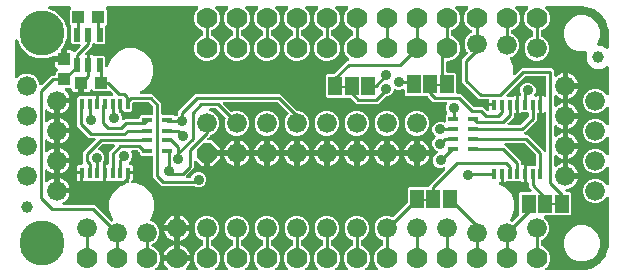
<source format=gbr>
G04 EAGLE Gerber RS-274X export*
G75*
%MOMM*%
%FSLAX34Y34*%
%LPD*%
%INBottom Copper*%
%IPPOS*%
%AMOC8*
5,1,8,0,0,1.08239X$1,22.5*%
G01*
%ADD10C,3.810000*%
%ADD11C,1.778000*%
%ADD12R,1.168400X1.600200*%
%ADD13P,1.814519X8X22.500000*%
%ADD14C,1.676400*%
%ADD15R,0.350000X0.900000*%
%ADD16R,0.900000X0.450000*%
%ADD17R,1.075000X1.000000*%
%ADD18R,0.550000X1.200000*%
%ADD19R,1.000000X1.075000*%
%ADD20C,1.000000*%
%ADD21C,0.254000*%
%ADD22C,0.906400*%
%ADD23C,0.203200*%

G36*
X130768Y2558D02*
X130768Y2558D01*
X130906Y2571D01*
X130925Y2578D01*
X130945Y2581D01*
X131075Y2632D01*
X131205Y2679D01*
X131222Y2690D01*
X131241Y2698D01*
X131353Y2779D01*
X131468Y2857D01*
X131482Y2873D01*
X131498Y2884D01*
X131587Y2992D01*
X131679Y3096D01*
X131688Y3114D01*
X131701Y3129D01*
X131760Y3255D01*
X131823Y3379D01*
X131828Y3399D01*
X131836Y3417D01*
X131862Y3553D01*
X131893Y3689D01*
X131892Y3710D01*
X131896Y3729D01*
X131888Y3868D01*
X131883Y4007D01*
X131878Y4027D01*
X131876Y4047D01*
X131834Y4179D01*
X131795Y4313D01*
X131785Y4330D01*
X131778Y4349D01*
X131704Y4467D01*
X131633Y4587D01*
X131615Y4608D01*
X131608Y4618D01*
X131593Y4632D01*
X131527Y4708D01*
X130981Y5253D01*
X129923Y6709D01*
X129107Y8312D01*
X128551Y10023D01*
X128523Y10201D01*
X138470Y10201D01*
X138588Y10216D01*
X138707Y10223D01*
X138745Y10235D01*
X138785Y10241D01*
X138896Y10284D01*
X139009Y10321D01*
X139043Y10343D01*
X139081Y10358D01*
X139177Y10427D01*
X139278Y10491D01*
X139306Y10521D01*
X139338Y10544D01*
X139414Y10636D01*
X139496Y10723D01*
X139515Y10758D01*
X139541Y10789D01*
X139592Y10897D01*
X139649Y11001D01*
X139659Y11041D01*
X139677Y11077D01*
X139697Y11184D01*
X139701Y11154D01*
X139745Y11044D01*
X139781Y10931D01*
X139803Y10896D01*
X139818Y10859D01*
X139888Y10762D01*
X139951Y10662D01*
X139981Y10634D01*
X140005Y10601D01*
X140096Y10525D01*
X140183Y10444D01*
X140218Y10424D01*
X140250Y10399D01*
X140357Y10348D01*
X140462Y10290D01*
X140501Y10280D01*
X140537Y10263D01*
X140654Y10241D01*
X140770Y10211D01*
X140830Y10207D01*
X140850Y10203D01*
X140870Y10205D01*
X140930Y10201D01*
X150877Y10201D01*
X150849Y10023D01*
X150293Y8312D01*
X149477Y6709D01*
X148419Y5253D01*
X147873Y4708D01*
X147788Y4598D01*
X147699Y4491D01*
X147690Y4472D01*
X147678Y4456D01*
X147623Y4328D01*
X147564Y4203D01*
X147560Y4183D01*
X147552Y4164D01*
X147530Y4026D01*
X147504Y3890D01*
X147505Y3870D01*
X147502Y3850D01*
X147515Y3711D01*
X147524Y3573D01*
X147530Y3554D01*
X147532Y3534D01*
X147579Y3403D01*
X147622Y3271D01*
X147632Y3253D01*
X147639Y3234D01*
X147717Y3120D01*
X147792Y3002D01*
X147806Y2988D01*
X147818Y2971D01*
X147922Y2879D01*
X148023Y2784D01*
X148041Y2774D01*
X148056Y2761D01*
X148180Y2698D01*
X148302Y2630D01*
X148321Y2625D01*
X148339Y2616D01*
X148475Y2586D01*
X148610Y2551D01*
X148638Y2549D01*
X148650Y2546D01*
X148670Y2547D01*
X148770Y2541D01*
X156748Y2541D01*
X156885Y2558D01*
X157024Y2571D01*
X157043Y2578D01*
X157064Y2581D01*
X157192Y2632D01*
X157324Y2679D01*
X157340Y2690D01*
X157359Y2698D01*
X157472Y2779D01*
X157587Y2857D01*
X157600Y2873D01*
X157617Y2884D01*
X157705Y2992D01*
X157797Y3096D01*
X157806Y3114D01*
X157819Y3129D01*
X157879Y3255D01*
X157942Y3379D01*
X157946Y3399D01*
X157955Y3417D01*
X157981Y3554D01*
X158011Y3689D01*
X158011Y3710D01*
X158015Y3729D01*
X158006Y3868D01*
X158002Y4007D01*
X157996Y4027D01*
X157995Y4047D01*
X157952Y4179D01*
X157913Y4313D01*
X157903Y4330D01*
X157897Y4349D01*
X157822Y4467D01*
X157752Y4587D01*
X157733Y4608D01*
X157727Y4618D01*
X157712Y4632D01*
X157645Y4707D01*
X155840Y6513D01*
X154177Y10527D01*
X154177Y14873D01*
X155840Y18887D01*
X158913Y21960D01*
X161014Y22830D01*
X161039Y22845D01*
X161067Y22854D01*
X161177Y22923D01*
X161290Y22988D01*
X161311Y23008D01*
X161336Y23024D01*
X161425Y23119D01*
X161518Y23209D01*
X161534Y23234D01*
X161554Y23256D01*
X161617Y23369D01*
X161685Y23480D01*
X161693Y23508D01*
X161708Y23534D01*
X161740Y23660D01*
X161778Y23784D01*
X161780Y23813D01*
X161787Y23842D01*
X161797Y24003D01*
X161797Y27347D01*
X161794Y27376D01*
X161796Y27406D01*
X161774Y27534D01*
X161757Y27663D01*
X161747Y27690D01*
X161742Y27719D01*
X161688Y27838D01*
X161640Y27958D01*
X161623Y27982D01*
X161611Y28009D01*
X161530Y28111D01*
X161454Y28216D01*
X161431Y28235D01*
X161412Y28258D01*
X161309Y28336D01*
X161209Y28419D01*
X161182Y28431D01*
X161158Y28449D01*
X161014Y28520D01*
X159201Y29271D01*
X156271Y32201D01*
X154685Y36028D01*
X154685Y40172D01*
X156271Y43999D01*
X159201Y46929D01*
X163028Y48515D01*
X167172Y48515D01*
X170999Y46929D01*
X173929Y43999D01*
X175515Y40172D01*
X175515Y36028D01*
X173929Y32201D01*
X170999Y29271D01*
X169186Y28520D01*
X169161Y28505D01*
X169133Y28496D01*
X169023Y28427D01*
X168910Y28362D01*
X168889Y28342D01*
X168864Y28326D01*
X168775Y28231D01*
X168682Y28141D01*
X168666Y28116D01*
X168646Y28094D01*
X168583Y27980D01*
X168515Y27870D01*
X168507Y27842D01*
X168492Y27816D01*
X168460Y27690D01*
X168422Y27566D01*
X168420Y27536D01*
X168413Y27508D01*
X168403Y27347D01*
X168403Y24003D01*
X168406Y23973D01*
X168404Y23944D01*
X168426Y23816D01*
X168443Y23687D01*
X168453Y23660D01*
X168458Y23631D01*
X168512Y23512D01*
X168560Y23391D01*
X168577Y23368D01*
X168589Y23341D01*
X168670Y23239D01*
X168746Y23134D01*
X168769Y23115D01*
X168788Y23092D01*
X168891Y23014D01*
X168991Y22931D01*
X169018Y22919D01*
X169042Y22901D01*
X169186Y22830D01*
X171287Y21960D01*
X174360Y18887D01*
X176023Y14873D01*
X176023Y10527D01*
X174360Y6513D01*
X172555Y4707D01*
X172469Y4598D01*
X172381Y4491D01*
X172372Y4472D01*
X172360Y4456D01*
X172304Y4328D01*
X172245Y4203D01*
X172241Y4183D01*
X172233Y4164D01*
X172211Y4026D01*
X172185Y3890D01*
X172187Y3870D01*
X172183Y3850D01*
X172196Y3711D01*
X172205Y3573D01*
X172211Y3554D01*
X172213Y3534D01*
X172260Y3402D01*
X172303Y3271D01*
X172314Y3253D01*
X172321Y3234D01*
X172399Y3119D01*
X172473Y3002D01*
X172488Y2988D01*
X172499Y2971D01*
X172604Y2879D01*
X172705Y2784D01*
X172723Y2774D01*
X172738Y2761D01*
X172862Y2697D01*
X172983Y2630D01*
X173003Y2625D01*
X173021Y2616D01*
X173157Y2586D01*
X173291Y2551D01*
X173319Y2549D01*
X173331Y2546D01*
X173352Y2547D01*
X173452Y2541D01*
X182148Y2541D01*
X182285Y2558D01*
X182424Y2571D01*
X182443Y2578D01*
X182464Y2581D01*
X182592Y2632D01*
X182724Y2679D01*
X182740Y2690D01*
X182759Y2698D01*
X182872Y2779D01*
X182987Y2857D01*
X183000Y2873D01*
X183017Y2884D01*
X183105Y2992D01*
X183197Y3096D01*
X183206Y3114D01*
X183219Y3129D01*
X183279Y3255D01*
X183342Y3379D01*
X183346Y3399D01*
X183355Y3417D01*
X183381Y3554D01*
X183411Y3689D01*
X183411Y3710D01*
X183415Y3729D01*
X183406Y3868D01*
X183402Y4007D01*
X183396Y4027D01*
X183395Y4047D01*
X183352Y4179D01*
X183313Y4313D01*
X183303Y4330D01*
X183297Y4349D01*
X183222Y4467D01*
X183152Y4587D01*
X183133Y4608D01*
X183127Y4618D01*
X183112Y4632D01*
X183045Y4707D01*
X181240Y6513D01*
X179577Y10527D01*
X179577Y14873D01*
X181240Y18887D01*
X184313Y21960D01*
X186414Y22830D01*
X186439Y22845D01*
X186467Y22854D01*
X186577Y22923D01*
X186690Y22988D01*
X186711Y23008D01*
X186736Y23024D01*
X186825Y23119D01*
X186918Y23209D01*
X186934Y23234D01*
X186954Y23256D01*
X187017Y23369D01*
X187085Y23480D01*
X187093Y23508D01*
X187108Y23534D01*
X187140Y23660D01*
X187178Y23784D01*
X187180Y23813D01*
X187187Y23842D01*
X187197Y24003D01*
X187197Y27347D01*
X187194Y27376D01*
X187196Y27406D01*
X187174Y27534D01*
X187157Y27663D01*
X187147Y27690D01*
X187142Y27719D01*
X187088Y27838D01*
X187040Y27958D01*
X187023Y27982D01*
X187011Y28009D01*
X186930Y28111D01*
X186854Y28216D01*
X186831Y28235D01*
X186812Y28258D01*
X186709Y28336D01*
X186609Y28419D01*
X186582Y28431D01*
X186558Y28449D01*
X186414Y28520D01*
X184601Y29271D01*
X181671Y32201D01*
X180085Y36028D01*
X180085Y40172D01*
X181671Y43999D01*
X184601Y46929D01*
X188428Y48515D01*
X192572Y48515D01*
X196399Y46929D01*
X199329Y43999D01*
X200915Y40172D01*
X200915Y36028D01*
X199329Y32201D01*
X196399Y29271D01*
X194586Y28520D01*
X194561Y28505D01*
X194533Y28496D01*
X194423Y28427D01*
X194310Y28362D01*
X194289Y28342D01*
X194264Y28326D01*
X194175Y28231D01*
X194082Y28141D01*
X194066Y28116D01*
X194046Y28094D01*
X193983Y27980D01*
X193915Y27870D01*
X193907Y27842D01*
X193892Y27816D01*
X193860Y27690D01*
X193822Y27566D01*
X193820Y27536D01*
X193813Y27508D01*
X193803Y27347D01*
X193803Y24003D01*
X193806Y23973D01*
X193804Y23944D01*
X193826Y23816D01*
X193843Y23687D01*
X193853Y23660D01*
X193858Y23631D01*
X193912Y23512D01*
X193960Y23391D01*
X193977Y23368D01*
X193989Y23341D01*
X194070Y23239D01*
X194146Y23134D01*
X194169Y23115D01*
X194188Y23092D01*
X194291Y23014D01*
X194391Y22931D01*
X194418Y22919D01*
X194442Y22901D01*
X194586Y22830D01*
X196687Y21960D01*
X199760Y18887D01*
X201423Y14873D01*
X201423Y10527D01*
X199760Y6513D01*
X197955Y4707D01*
X197869Y4598D01*
X197781Y4491D01*
X197772Y4472D01*
X197760Y4456D01*
X197704Y4328D01*
X197645Y4203D01*
X197641Y4183D01*
X197633Y4164D01*
X197611Y4026D01*
X197585Y3890D01*
X197587Y3870D01*
X197583Y3850D01*
X197596Y3711D01*
X197605Y3573D01*
X197611Y3554D01*
X197613Y3534D01*
X197660Y3402D01*
X197703Y3271D01*
X197714Y3253D01*
X197721Y3234D01*
X197799Y3119D01*
X197873Y3002D01*
X197888Y2988D01*
X197899Y2971D01*
X198004Y2879D01*
X198105Y2784D01*
X198123Y2774D01*
X198138Y2761D01*
X198262Y2697D01*
X198383Y2630D01*
X198403Y2625D01*
X198421Y2616D01*
X198557Y2586D01*
X198691Y2551D01*
X198719Y2549D01*
X198731Y2546D01*
X198752Y2547D01*
X198852Y2541D01*
X207548Y2541D01*
X207685Y2558D01*
X207824Y2571D01*
X207843Y2578D01*
X207864Y2581D01*
X207992Y2632D01*
X208124Y2679D01*
X208140Y2690D01*
X208159Y2698D01*
X208272Y2779D01*
X208387Y2857D01*
X208400Y2873D01*
X208417Y2884D01*
X208505Y2992D01*
X208597Y3096D01*
X208606Y3114D01*
X208619Y3129D01*
X208679Y3255D01*
X208742Y3379D01*
X208746Y3399D01*
X208755Y3417D01*
X208781Y3554D01*
X208811Y3689D01*
X208811Y3710D01*
X208815Y3729D01*
X208806Y3868D01*
X208802Y4007D01*
X208796Y4027D01*
X208795Y4047D01*
X208752Y4179D01*
X208713Y4313D01*
X208703Y4330D01*
X208697Y4349D01*
X208622Y4467D01*
X208552Y4587D01*
X208533Y4608D01*
X208527Y4618D01*
X208512Y4632D01*
X208445Y4707D01*
X206640Y6513D01*
X204977Y10527D01*
X204977Y14873D01*
X206640Y18887D01*
X209713Y21960D01*
X211814Y22830D01*
X211839Y22845D01*
X211867Y22854D01*
X211977Y22923D01*
X212090Y22988D01*
X212111Y23008D01*
X212136Y23024D01*
X212225Y23119D01*
X212318Y23209D01*
X212334Y23234D01*
X212354Y23256D01*
X212417Y23369D01*
X212485Y23480D01*
X212493Y23508D01*
X212508Y23534D01*
X212540Y23660D01*
X212578Y23784D01*
X212580Y23813D01*
X212587Y23842D01*
X212597Y24003D01*
X212597Y27347D01*
X212594Y27376D01*
X212596Y27406D01*
X212574Y27534D01*
X212557Y27663D01*
X212547Y27690D01*
X212542Y27719D01*
X212488Y27838D01*
X212440Y27958D01*
X212423Y27982D01*
X212411Y28009D01*
X212330Y28111D01*
X212254Y28216D01*
X212231Y28235D01*
X212212Y28258D01*
X212109Y28336D01*
X212009Y28419D01*
X211982Y28431D01*
X211958Y28449D01*
X211814Y28520D01*
X210001Y29271D01*
X207071Y32201D01*
X205485Y36028D01*
X205485Y40172D01*
X207071Y43999D01*
X210001Y46929D01*
X213828Y48515D01*
X217972Y48515D01*
X221799Y46929D01*
X224729Y43999D01*
X226315Y40172D01*
X226315Y36028D01*
X224729Y32201D01*
X221799Y29271D01*
X219986Y28520D01*
X219961Y28505D01*
X219933Y28496D01*
X219823Y28427D01*
X219710Y28362D01*
X219689Y28342D01*
X219664Y28326D01*
X219575Y28231D01*
X219482Y28141D01*
X219466Y28116D01*
X219446Y28094D01*
X219383Y27980D01*
X219315Y27870D01*
X219307Y27842D01*
X219292Y27816D01*
X219260Y27690D01*
X219222Y27566D01*
X219220Y27536D01*
X219213Y27508D01*
X219203Y27347D01*
X219203Y24003D01*
X219206Y23973D01*
X219204Y23944D01*
X219226Y23816D01*
X219243Y23687D01*
X219253Y23660D01*
X219258Y23631D01*
X219312Y23512D01*
X219360Y23391D01*
X219377Y23368D01*
X219389Y23341D01*
X219470Y23239D01*
X219546Y23134D01*
X219569Y23115D01*
X219588Y23092D01*
X219691Y23014D01*
X219791Y22931D01*
X219818Y22919D01*
X219842Y22901D01*
X219986Y22830D01*
X222087Y21960D01*
X225160Y18887D01*
X226823Y14873D01*
X226823Y10527D01*
X225160Y6513D01*
X223355Y4707D01*
X223269Y4598D01*
X223181Y4491D01*
X223172Y4472D01*
X223160Y4456D01*
X223104Y4328D01*
X223045Y4203D01*
X223041Y4183D01*
X223033Y4164D01*
X223011Y4026D01*
X222985Y3890D01*
X222987Y3870D01*
X222983Y3850D01*
X222996Y3711D01*
X223005Y3573D01*
X223011Y3554D01*
X223013Y3534D01*
X223060Y3402D01*
X223103Y3271D01*
X223114Y3253D01*
X223121Y3234D01*
X223199Y3119D01*
X223273Y3002D01*
X223288Y2988D01*
X223299Y2971D01*
X223404Y2879D01*
X223505Y2784D01*
X223523Y2774D01*
X223538Y2761D01*
X223662Y2697D01*
X223783Y2630D01*
X223803Y2625D01*
X223821Y2616D01*
X223957Y2586D01*
X224091Y2551D01*
X224119Y2549D01*
X224131Y2546D01*
X224152Y2547D01*
X224252Y2541D01*
X232948Y2541D01*
X233085Y2558D01*
X233224Y2571D01*
X233243Y2578D01*
X233264Y2581D01*
X233392Y2632D01*
X233524Y2679D01*
X233540Y2690D01*
X233559Y2698D01*
X233672Y2779D01*
X233787Y2857D01*
X233800Y2873D01*
X233817Y2884D01*
X233905Y2992D01*
X233997Y3096D01*
X234006Y3114D01*
X234019Y3129D01*
X234079Y3255D01*
X234142Y3379D01*
X234146Y3399D01*
X234155Y3417D01*
X234181Y3554D01*
X234211Y3689D01*
X234211Y3710D01*
X234215Y3729D01*
X234206Y3868D01*
X234202Y4007D01*
X234196Y4027D01*
X234195Y4047D01*
X234152Y4179D01*
X234113Y4313D01*
X234103Y4330D01*
X234097Y4349D01*
X234022Y4467D01*
X233952Y4587D01*
X233933Y4608D01*
X233927Y4618D01*
X233912Y4632D01*
X233845Y4707D01*
X232040Y6513D01*
X230377Y10527D01*
X230377Y14873D01*
X232040Y18887D01*
X235113Y21960D01*
X237214Y22830D01*
X237239Y22845D01*
X237267Y22854D01*
X237377Y22923D01*
X237490Y22988D01*
X237511Y23008D01*
X237536Y23024D01*
X237625Y23119D01*
X237718Y23209D01*
X237734Y23234D01*
X237754Y23256D01*
X237817Y23369D01*
X237885Y23480D01*
X237893Y23508D01*
X237908Y23534D01*
X237940Y23660D01*
X237978Y23784D01*
X237980Y23813D01*
X237987Y23842D01*
X237997Y24003D01*
X237997Y27347D01*
X237994Y27376D01*
X237996Y27406D01*
X237974Y27534D01*
X237957Y27663D01*
X237947Y27690D01*
X237942Y27719D01*
X237888Y27838D01*
X237840Y27958D01*
X237823Y27982D01*
X237811Y28009D01*
X237730Y28111D01*
X237654Y28216D01*
X237631Y28235D01*
X237612Y28258D01*
X237509Y28336D01*
X237409Y28419D01*
X237382Y28431D01*
X237358Y28449D01*
X237214Y28520D01*
X235401Y29271D01*
X232471Y32201D01*
X230885Y36028D01*
X230885Y40172D01*
X232471Y43999D01*
X235401Y46929D01*
X239228Y48515D01*
X243372Y48515D01*
X247199Y46929D01*
X250129Y43999D01*
X251715Y40172D01*
X251715Y36028D01*
X250129Y32201D01*
X247199Y29271D01*
X245386Y28520D01*
X245361Y28505D01*
X245333Y28496D01*
X245223Y28427D01*
X245110Y28362D01*
X245089Y28342D01*
X245064Y28326D01*
X244975Y28231D01*
X244882Y28141D01*
X244866Y28116D01*
X244846Y28094D01*
X244783Y27980D01*
X244715Y27870D01*
X244707Y27842D01*
X244692Y27816D01*
X244660Y27690D01*
X244622Y27566D01*
X244620Y27536D01*
X244613Y27508D01*
X244603Y27347D01*
X244603Y24003D01*
X244606Y23973D01*
X244604Y23944D01*
X244626Y23816D01*
X244643Y23687D01*
X244653Y23660D01*
X244658Y23631D01*
X244712Y23512D01*
X244760Y23391D01*
X244777Y23368D01*
X244789Y23341D01*
X244870Y23239D01*
X244946Y23134D01*
X244969Y23115D01*
X244988Y23092D01*
X245091Y23014D01*
X245191Y22931D01*
X245218Y22919D01*
X245242Y22901D01*
X245386Y22830D01*
X247487Y21960D01*
X250560Y18887D01*
X252223Y14873D01*
X252223Y10527D01*
X250560Y6513D01*
X248755Y4707D01*
X248669Y4598D01*
X248581Y4491D01*
X248572Y4472D01*
X248560Y4456D01*
X248504Y4328D01*
X248445Y4203D01*
X248441Y4183D01*
X248433Y4164D01*
X248411Y4026D01*
X248385Y3890D01*
X248387Y3870D01*
X248383Y3850D01*
X248396Y3711D01*
X248405Y3573D01*
X248411Y3554D01*
X248413Y3534D01*
X248460Y3402D01*
X248503Y3271D01*
X248514Y3253D01*
X248521Y3234D01*
X248599Y3119D01*
X248673Y3002D01*
X248688Y2988D01*
X248699Y2971D01*
X248804Y2879D01*
X248905Y2784D01*
X248923Y2774D01*
X248938Y2761D01*
X249062Y2697D01*
X249183Y2630D01*
X249203Y2625D01*
X249221Y2616D01*
X249357Y2586D01*
X249491Y2551D01*
X249519Y2549D01*
X249531Y2546D01*
X249552Y2547D01*
X249652Y2541D01*
X258348Y2541D01*
X258485Y2558D01*
X258624Y2571D01*
X258643Y2578D01*
X258664Y2581D01*
X258792Y2632D01*
X258924Y2679D01*
X258940Y2690D01*
X258959Y2698D01*
X259072Y2779D01*
X259187Y2857D01*
X259200Y2873D01*
X259217Y2884D01*
X259305Y2992D01*
X259397Y3096D01*
X259406Y3114D01*
X259419Y3129D01*
X259479Y3255D01*
X259542Y3379D01*
X259546Y3399D01*
X259555Y3417D01*
X259581Y3554D01*
X259611Y3689D01*
X259611Y3710D01*
X259615Y3729D01*
X259606Y3868D01*
X259602Y4007D01*
X259596Y4027D01*
X259595Y4047D01*
X259552Y4179D01*
X259513Y4313D01*
X259503Y4330D01*
X259497Y4349D01*
X259422Y4467D01*
X259352Y4587D01*
X259333Y4608D01*
X259327Y4618D01*
X259312Y4632D01*
X259245Y4707D01*
X257440Y6513D01*
X255777Y10527D01*
X255777Y14873D01*
X257440Y18887D01*
X260513Y21960D01*
X262614Y22830D01*
X262639Y22845D01*
X262667Y22854D01*
X262777Y22923D01*
X262890Y22988D01*
X262911Y23008D01*
X262936Y23024D01*
X263025Y23119D01*
X263118Y23209D01*
X263134Y23234D01*
X263154Y23256D01*
X263217Y23369D01*
X263285Y23480D01*
X263293Y23508D01*
X263308Y23534D01*
X263340Y23660D01*
X263378Y23784D01*
X263380Y23813D01*
X263387Y23842D01*
X263397Y24003D01*
X263397Y27347D01*
X263394Y27376D01*
X263396Y27406D01*
X263374Y27534D01*
X263357Y27663D01*
X263347Y27690D01*
X263342Y27719D01*
X263288Y27838D01*
X263240Y27958D01*
X263223Y27982D01*
X263211Y28009D01*
X263130Y28111D01*
X263054Y28216D01*
X263031Y28235D01*
X263012Y28258D01*
X262909Y28336D01*
X262809Y28419D01*
X262782Y28431D01*
X262758Y28449D01*
X262614Y28520D01*
X260801Y29271D01*
X257871Y32201D01*
X256285Y36028D01*
X256285Y40172D01*
X257871Y43999D01*
X260801Y46929D01*
X264628Y48515D01*
X268772Y48515D01*
X272599Y46929D01*
X275529Y43999D01*
X277115Y40172D01*
X277115Y36028D01*
X275529Y32201D01*
X272599Y29271D01*
X270786Y28520D01*
X270761Y28505D01*
X270733Y28496D01*
X270623Y28427D01*
X270510Y28362D01*
X270489Y28342D01*
X270464Y28326D01*
X270375Y28231D01*
X270282Y28141D01*
X270266Y28116D01*
X270246Y28094D01*
X270183Y27980D01*
X270115Y27870D01*
X270107Y27842D01*
X270092Y27816D01*
X270060Y27690D01*
X270022Y27566D01*
X270020Y27536D01*
X270013Y27508D01*
X270003Y27347D01*
X270003Y24003D01*
X270006Y23973D01*
X270004Y23944D01*
X270026Y23816D01*
X270043Y23687D01*
X270053Y23660D01*
X270058Y23631D01*
X270112Y23512D01*
X270160Y23391D01*
X270177Y23368D01*
X270189Y23341D01*
X270270Y23239D01*
X270346Y23134D01*
X270369Y23115D01*
X270388Y23092D01*
X270491Y23014D01*
X270591Y22931D01*
X270618Y22919D01*
X270642Y22901D01*
X270786Y22830D01*
X272887Y21960D01*
X275960Y18887D01*
X277623Y14873D01*
X277623Y10527D01*
X275960Y6513D01*
X274155Y4707D01*
X274069Y4598D01*
X273981Y4491D01*
X273972Y4472D01*
X273960Y4456D01*
X273904Y4328D01*
X273845Y4203D01*
X273841Y4183D01*
X273833Y4164D01*
X273811Y4026D01*
X273785Y3890D01*
X273787Y3870D01*
X273783Y3850D01*
X273796Y3711D01*
X273805Y3573D01*
X273811Y3554D01*
X273813Y3534D01*
X273860Y3402D01*
X273903Y3271D01*
X273914Y3253D01*
X273921Y3234D01*
X273999Y3119D01*
X274073Y3002D01*
X274088Y2988D01*
X274099Y2971D01*
X274204Y2879D01*
X274305Y2784D01*
X274323Y2774D01*
X274338Y2761D01*
X274462Y2697D01*
X274583Y2630D01*
X274603Y2625D01*
X274621Y2616D01*
X274757Y2586D01*
X274891Y2551D01*
X274919Y2549D01*
X274931Y2546D01*
X274952Y2547D01*
X275052Y2541D01*
X283748Y2541D01*
X283885Y2558D01*
X284024Y2571D01*
X284043Y2578D01*
X284064Y2581D01*
X284192Y2632D01*
X284324Y2679D01*
X284340Y2690D01*
X284359Y2698D01*
X284472Y2779D01*
X284587Y2857D01*
X284600Y2873D01*
X284617Y2884D01*
X284705Y2992D01*
X284797Y3096D01*
X284806Y3114D01*
X284819Y3129D01*
X284879Y3255D01*
X284942Y3379D01*
X284946Y3399D01*
X284955Y3417D01*
X284981Y3554D01*
X285011Y3689D01*
X285011Y3710D01*
X285015Y3729D01*
X285006Y3868D01*
X285002Y4007D01*
X284996Y4027D01*
X284995Y4047D01*
X284952Y4179D01*
X284913Y4313D01*
X284903Y4330D01*
X284897Y4349D01*
X284822Y4467D01*
X284752Y4587D01*
X284733Y4608D01*
X284727Y4618D01*
X284712Y4632D01*
X284645Y4707D01*
X282840Y6513D01*
X281177Y10527D01*
X281177Y14873D01*
X282840Y18887D01*
X285913Y21960D01*
X288014Y22830D01*
X288039Y22845D01*
X288067Y22854D01*
X288177Y22923D01*
X288290Y22988D01*
X288311Y23008D01*
X288336Y23024D01*
X288425Y23119D01*
X288518Y23209D01*
X288534Y23234D01*
X288554Y23256D01*
X288617Y23369D01*
X288685Y23480D01*
X288693Y23508D01*
X288708Y23534D01*
X288740Y23660D01*
X288778Y23784D01*
X288780Y23813D01*
X288787Y23842D01*
X288797Y24003D01*
X288797Y27347D01*
X288794Y27376D01*
X288796Y27406D01*
X288774Y27534D01*
X288757Y27663D01*
X288747Y27690D01*
X288742Y27719D01*
X288688Y27838D01*
X288640Y27958D01*
X288623Y27982D01*
X288611Y28009D01*
X288530Y28110D01*
X288454Y28216D01*
X288431Y28235D01*
X288412Y28258D01*
X288309Y28336D01*
X288209Y28418D01*
X288182Y28431D01*
X288158Y28449D01*
X288014Y28520D01*
X286201Y29271D01*
X283271Y32201D01*
X281685Y36028D01*
X281685Y40172D01*
X283271Y43999D01*
X286201Y46929D01*
X290028Y48515D01*
X294172Y48515D01*
X297999Y46929D01*
X300929Y43999D01*
X302515Y40172D01*
X302515Y36028D01*
X300929Y32201D01*
X297999Y29271D01*
X296186Y28520D01*
X296161Y28505D01*
X296133Y28496D01*
X296023Y28426D01*
X295910Y28362D01*
X295889Y28342D01*
X295864Y28326D01*
X295775Y28231D01*
X295682Y28141D01*
X295666Y28116D01*
X295646Y28094D01*
X295583Y27980D01*
X295515Y27870D01*
X295507Y27842D01*
X295492Y27816D01*
X295460Y27690D01*
X295422Y27566D01*
X295420Y27536D01*
X295413Y27508D01*
X295403Y27347D01*
X295403Y24003D01*
X295406Y23973D01*
X295404Y23944D01*
X295426Y23816D01*
X295443Y23687D01*
X295453Y23660D01*
X295458Y23631D01*
X295512Y23512D01*
X295560Y23391D01*
X295577Y23368D01*
X295589Y23341D01*
X295670Y23239D01*
X295746Y23134D01*
X295769Y23115D01*
X295788Y23092D01*
X295891Y23014D01*
X295991Y22931D01*
X296018Y22919D01*
X296042Y22901D01*
X296186Y22830D01*
X298287Y21960D01*
X301360Y18887D01*
X303023Y14873D01*
X303023Y10527D01*
X301360Y6513D01*
X299555Y4707D01*
X299469Y4598D01*
X299381Y4491D01*
X299372Y4472D01*
X299360Y4456D01*
X299304Y4328D01*
X299245Y4203D01*
X299241Y4183D01*
X299233Y4164D01*
X299211Y4026D01*
X299185Y3890D01*
X299187Y3870D01*
X299183Y3850D01*
X299196Y3711D01*
X299205Y3573D01*
X299211Y3554D01*
X299213Y3534D01*
X299260Y3402D01*
X299303Y3271D01*
X299314Y3253D01*
X299321Y3234D01*
X299399Y3119D01*
X299473Y3002D01*
X299488Y2988D01*
X299499Y2971D01*
X299604Y2879D01*
X299705Y2784D01*
X299723Y2774D01*
X299738Y2761D01*
X299862Y2697D01*
X299983Y2630D01*
X300003Y2625D01*
X300021Y2616D01*
X300157Y2586D01*
X300291Y2551D01*
X300319Y2549D01*
X300331Y2546D01*
X300352Y2547D01*
X300452Y2541D01*
X309148Y2541D01*
X309285Y2558D01*
X309424Y2571D01*
X309443Y2578D01*
X309464Y2581D01*
X309592Y2632D01*
X309724Y2679D01*
X309740Y2690D01*
X309759Y2698D01*
X309872Y2779D01*
X309987Y2857D01*
X310000Y2873D01*
X310017Y2884D01*
X310105Y2992D01*
X310197Y3096D01*
X310206Y3114D01*
X310219Y3129D01*
X310279Y3255D01*
X310342Y3379D01*
X310346Y3399D01*
X310355Y3417D01*
X310381Y3554D01*
X310411Y3689D01*
X310411Y3710D01*
X310415Y3729D01*
X310406Y3868D01*
X310402Y4007D01*
X310396Y4027D01*
X310395Y4047D01*
X310352Y4179D01*
X310313Y4313D01*
X310303Y4330D01*
X310297Y4349D01*
X310222Y4467D01*
X310152Y4587D01*
X310133Y4608D01*
X310127Y4618D01*
X310112Y4632D01*
X310045Y4707D01*
X308240Y6513D01*
X306577Y10527D01*
X306577Y14873D01*
X308240Y18887D01*
X311313Y21960D01*
X313414Y22830D01*
X313439Y22845D01*
X313467Y22854D01*
X313577Y22923D01*
X313690Y22988D01*
X313711Y23008D01*
X313736Y23024D01*
X313825Y23119D01*
X313918Y23209D01*
X313934Y23234D01*
X313954Y23256D01*
X314017Y23369D01*
X314085Y23480D01*
X314093Y23508D01*
X314108Y23534D01*
X314140Y23660D01*
X314178Y23784D01*
X314180Y23813D01*
X314187Y23842D01*
X314197Y24003D01*
X314197Y27347D01*
X314194Y27376D01*
X314196Y27406D01*
X314174Y27534D01*
X314157Y27663D01*
X314147Y27690D01*
X314142Y27719D01*
X314088Y27838D01*
X314040Y27958D01*
X314023Y27982D01*
X314011Y28009D01*
X313930Y28110D01*
X313854Y28216D01*
X313831Y28235D01*
X313812Y28258D01*
X313709Y28336D01*
X313609Y28418D01*
X313582Y28431D01*
X313558Y28449D01*
X313414Y28520D01*
X311601Y29271D01*
X308671Y32201D01*
X307085Y36028D01*
X307085Y40172D01*
X308671Y43999D01*
X311601Y46929D01*
X315428Y48515D01*
X319572Y48515D01*
X321834Y47578D01*
X321862Y47570D01*
X321889Y47556D01*
X322015Y47528D01*
X322141Y47494D01*
X322170Y47493D01*
X322199Y47487D01*
X322329Y47491D01*
X322459Y47489D01*
X322487Y47496D01*
X322517Y47496D01*
X322641Y47533D01*
X322768Y47563D01*
X322794Y47577D01*
X322822Y47585D01*
X322934Y47651D01*
X323049Y47712D01*
X323071Y47731D01*
X323096Y47746D01*
X323217Y47853D01*
X334654Y59289D01*
X334714Y59368D01*
X334782Y59440D01*
X334811Y59493D01*
X334848Y59541D01*
X334888Y59632D01*
X334936Y59718D01*
X334951Y59777D01*
X334975Y59832D01*
X334990Y59930D01*
X335015Y60026D01*
X335021Y60126D01*
X335025Y60147D01*
X335023Y60159D01*
X335025Y60187D01*
X335025Y71708D01*
X336216Y72899D01*
X352298Y72899D01*
X352416Y72914D01*
X352535Y72921D01*
X352573Y72934D01*
X352614Y72939D01*
X352724Y72982D01*
X352837Y73019D01*
X352872Y73041D01*
X352909Y73056D01*
X353005Y73125D01*
X353106Y73189D01*
X353134Y73219D01*
X353167Y73242D01*
X353243Y73334D01*
X353324Y73421D01*
X353344Y73456D01*
X353369Y73487D01*
X353420Y73595D01*
X353478Y73699D01*
X353488Y73739D01*
X353505Y73775D01*
X353527Y73892D01*
X353557Y74007D01*
X353561Y74067D01*
X353565Y74087D01*
X353563Y74108D01*
X353567Y74168D01*
X353567Y74393D01*
X366789Y87615D01*
X366832Y87670D01*
X366882Y87718D01*
X366929Y87795D01*
X366984Y87866D01*
X367011Y87930D01*
X367048Y87989D01*
X367074Y88075D01*
X367110Y88158D01*
X367121Y88227D01*
X367142Y88293D01*
X367146Y88383D01*
X367160Y88472D01*
X367153Y88541D01*
X367157Y88611D01*
X367139Y88699D01*
X367130Y88788D01*
X367106Y88854D01*
X367092Y88922D01*
X367053Y89003D01*
X367022Y89088D01*
X366983Y89145D01*
X366953Y89208D01*
X366894Y89276D01*
X366844Y89351D01*
X366792Y89397D01*
X366746Y89450D01*
X366673Y89502D01*
X366605Y89561D01*
X366543Y89593D01*
X366486Y89633D01*
X366402Y89665D01*
X366322Y89706D01*
X366254Y89721D01*
X366189Y89746D01*
X366100Y89756D01*
X366012Y89776D01*
X365942Y89773D01*
X365873Y89781D01*
X365784Y89769D01*
X365694Y89766D01*
X365627Y89746D01*
X365558Y89737D01*
X365406Y89685D01*
X364526Y89320D01*
X361914Y89320D01*
X359501Y90320D01*
X357655Y92166D01*
X356655Y94579D01*
X356655Y97191D01*
X357655Y99604D01*
X359501Y101450D01*
X359780Y101566D01*
X359901Y101635D01*
X360024Y101700D01*
X360039Y101713D01*
X360057Y101723D01*
X360157Y101820D01*
X360259Y101914D01*
X360270Y101931D01*
X360285Y101945D01*
X360358Y102063D01*
X360434Y102179D01*
X360441Y102198D01*
X360451Y102216D01*
X360492Y102349D01*
X360537Y102480D01*
X360539Y102500D01*
X360545Y102520D01*
X360551Y102658D01*
X360563Y102797D01*
X360559Y102817D01*
X360560Y102837D01*
X360532Y102974D01*
X360508Y103111D01*
X360500Y103129D01*
X360496Y103149D01*
X360435Y103274D01*
X360378Y103401D01*
X360365Y103416D01*
X360356Y103435D01*
X360266Y103540D01*
X360179Y103649D01*
X360163Y103661D01*
X360150Y103677D01*
X360036Y103756D01*
X359925Y103840D01*
X359900Y103853D01*
X359890Y103860D01*
X359870Y103867D01*
X359780Y103911D01*
X358866Y104290D01*
X357020Y106136D01*
X356020Y108549D01*
X356020Y111161D01*
X357020Y113574D01*
X358436Y114990D01*
X358509Y115084D01*
X358588Y115173D01*
X358606Y115209D01*
X358631Y115241D01*
X358678Y115351D01*
X358732Y115457D01*
X358741Y115496D01*
X358757Y115533D01*
X358776Y115651D01*
X358802Y115767D01*
X358801Y115807D01*
X358807Y115847D01*
X358796Y115966D01*
X358792Y116085D01*
X358781Y116124D01*
X358777Y116164D01*
X358737Y116276D01*
X358704Y116390D01*
X358683Y116425D01*
X358670Y116463D01*
X358603Y116562D01*
X358542Y116664D01*
X358503Y116709D01*
X358491Y116726D01*
X358476Y116740D01*
X358436Y116785D01*
X357020Y118201D01*
X356020Y120614D01*
X356020Y123226D01*
X357020Y125639D01*
X358866Y127485D01*
X361279Y128485D01*
X363891Y128485D01*
X365482Y127826D01*
X365530Y127812D01*
X365575Y127791D01*
X365683Y127771D01*
X365789Y127742D01*
X365839Y127741D01*
X365888Y127731D01*
X365997Y127738D01*
X366107Y127737D01*
X366155Y127748D01*
X366205Y127751D01*
X366309Y127785D01*
X366416Y127811D01*
X366460Y127834D01*
X366507Y127849D01*
X366600Y127908D01*
X366697Y127959D01*
X366734Y127993D01*
X366776Y128019D01*
X366851Y128099D01*
X366933Y128173D01*
X366960Y128215D01*
X366994Y128251D01*
X367047Y128347D01*
X367107Y128439D01*
X367124Y128486D01*
X367148Y128530D01*
X367175Y128636D01*
X367211Y128740D01*
X367215Y128789D01*
X367227Y128837D01*
X367237Y128998D01*
X367237Y134202D01*
X368202Y135167D01*
X368220Y135190D01*
X368243Y135209D01*
X368317Y135315D01*
X368397Y135418D01*
X368409Y135445D01*
X368426Y135469D01*
X368472Y135591D01*
X368523Y135710D01*
X368528Y135739D01*
X368538Y135767D01*
X368553Y135896D01*
X368573Y136024D01*
X368570Y136053D01*
X368574Y136083D01*
X368556Y136211D01*
X368543Y136341D01*
X368533Y136368D01*
X368529Y136398D01*
X368477Y136550D01*
X367450Y139029D01*
X367450Y141641D01*
X368234Y143532D01*
X368247Y143580D01*
X368268Y143625D01*
X368289Y143733D01*
X368318Y143839D01*
X368318Y143889D01*
X368328Y143938D01*
X368321Y144047D01*
X368323Y144157D01*
X368311Y144205D01*
X368308Y144255D01*
X368274Y144359D01*
X368249Y144466D01*
X368225Y144510D01*
X368210Y144557D01*
X368151Y144650D01*
X368100Y144747D01*
X368066Y144784D01*
X368040Y144826D01*
X367960Y144901D01*
X367886Y144983D01*
X367844Y145010D01*
X367808Y145044D01*
X367712Y145097D01*
X367620Y145157D01*
X367573Y145174D01*
X367530Y145198D01*
X367423Y145225D01*
X367319Y145261D01*
X367270Y145265D01*
X367222Y145277D01*
X367061Y145287D01*
X356772Y145287D01*
X352445Y149615D01*
X352366Y149675D01*
X352294Y149743D01*
X352241Y149772D01*
X352193Y149809D01*
X352102Y149849D01*
X352016Y149897D01*
X351957Y149912D01*
X351902Y149936D01*
X351804Y149951D01*
X351708Y149976D01*
X351608Y149982D01*
X351587Y149986D01*
X351575Y149984D01*
X351547Y149986D01*
X333676Y149986D01*
X332485Y151177D01*
X332485Y154919D01*
X332479Y154968D01*
X332481Y155017D01*
X332459Y155125D01*
X332445Y155234D01*
X332427Y155280D01*
X332417Y155329D01*
X332369Y155427D01*
X332328Y155530D01*
X332299Y155570D01*
X332277Y155615D01*
X332206Y155698D01*
X332142Y155787D01*
X332103Y155819D01*
X332071Y155857D01*
X331981Y155920D01*
X331897Y155990D01*
X331852Y156011D01*
X331811Y156040D01*
X331708Y156079D01*
X331609Y156125D01*
X331560Y156135D01*
X331514Y156152D01*
X331404Y156165D01*
X331297Y156185D01*
X331247Y156182D01*
X331198Y156188D01*
X331089Y156172D01*
X330979Y156165D01*
X330932Y156150D01*
X330883Y156143D01*
X330730Y156091D01*
X328966Y155360D01*
X326354Y155360D01*
X325147Y155860D01*
X325032Y155892D01*
X324920Y155930D01*
X324879Y155934D01*
X324840Y155944D01*
X324721Y155946D01*
X324603Y155956D01*
X324563Y155949D01*
X324522Y155949D01*
X324406Y155922D01*
X324289Y155901D01*
X324252Y155885D01*
X324213Y155875D01*
X324108Y155819D01*
X323999Y155771D01*
X323968Y155745D01*
X323932Y155726D01*
X323844Y155646D01*
X323751Y155572D01*
X323726Y155540D01*
X323697Y155512D01*
X323631Y155413D01*
X323560Y155318D01*
X323533Y155264D01*
X323522Y155247D01*
X323515Y155227D01*
X323489Y155173D01*
X322430Y152618D01*
X320584Y150772D01*
X318171Y149772D01*
X316632Y149772D01*
X316534Y149760D01*
X316435Y149757D01*
X316377Y149740D01*
X316317Y149732D01*
X316225Y149696D01*
X316130Y149668D01*
X316077Y149638D01*
X316021Y149615D01*
X315941Y149557D01*
X315856Y149507D01*
X315780Y149441D01*
X315764Y149429D01*
X315756Y149419D01*
X315735Y149401D01*
X310098Y143763D01*
X291882Y143763D01*
X287301Y148345D01*
X287223Y148405D01*
X287151Y148473D01*
X287098Y148502D01*
X287050Y148539D01*
X286959Y148579D01*
X286872Y148627D01*
X286814Y148642D01*
X286758Y148666D01*
X286660Y148681D01*
X286564Y148706D01*
X286464Y148712D01*
X286444Y148716D01*
X286432Y148714D01*
X286404Y148716D01*
X267001Y148716D01*
X265810Y149907D01*
X265810Y167593D01*
X267001Y168784D01*
X272172Y168784D01*
X272270Y168796D01*
X272369Y168799D01*
X272428Y168816D01*
X272488Y168824D01*
X272580Y168860D01*
X272675Y168888D01*
X272727Y168918D01*
X272783Y168941D01*
X272863Y168999D01*
X272949Y169049D01*
X273024Y169115D01*
X273041Y169127D01*
X273049Y169137D01*
X273070Y169155D01*
X283747Y179833D01*
X284256Y179833D01*
X284393Y179850D01*
X284532Y179863D01*
X284551Y179870D01*
X284572Y179873D01*
X284700Y179924D01*
X284832Y179971D01*
X284848Y179982D01*
X284867Y179990D01*
X284980Y180071D01*
X285095Y180149D01*
X285108Y180165D01*
X285125Y180176D01*
X285213Y180284D01*
X285305Y180388D01*
X285314Y180406D01*
X285327Y180421D01*
X285387Y180547D01*
X285450Y180671D01*
X285454Y180691D01*
X285463Y180709D01*
X285489Y180845D01*
X285519Y180981D01*
X285519Y181002D01*
X285523Y181021D01*
X285514Y181160D01*
X285510Y181299D01*
X285504Y181319D01*
X285503Y181339D01*
X285460Y181471D01*
X285421Y181605D01*
X285411Y181622D01*
X285405Y181641D01*
X285330Y181759D01*
X285260Y181879D01*
X285241Y181900D01*
X285235Y181910D01*
X285220Y181924D01*
X285153Y181999D01*
X282840Y184313D01*
X281177Y188327D01*
X281177Y192673D01*
X282840Y196687D01*
X285913Y199760D01*
X288014Y200630D01*
X288039Y200645D01*
X288067Y200654D01*
X288177Y200723D01*
X288290Y200788D01*
X288311Y200808D01*
X288336Y200824D01*
X288394Y200886D01*
X288397Y200887D01*
X288402Y200894D01*
X288425Y200919D01*
X288518Y201009D01*
X288534Y201034D01*
X288554Y201056D01*
X288590Y201122D01*
X288599Y201132D01*
X288617Y201169D01*
X288685Y201280D01*
X288693Y201308D01*
X288708Y201334D01*
X288724Y201396D01*
X288735Y201420D01*
X288747Y201481D01*
X288778Y201584D01*
X288780Y201613D01*
X288787Y201642D01*
X288792Y201718D01*
X288795Y201732D01*
X288794Y201748D01*
X288797Y201803D01*
X288797Y204597D01*
X288794Y204627D01*
X288796Y204656D01*
X288774Y204784D01*
X288757Y204913D01*
X288747Y204940D01*
X288742Y204969D01*
X288688Y205088D01*
X288640Y205209D01*
X288623Y205232D01*
X288611Y205259D01*
X288530Y205361D01*
X288454Y205466D01*
X288431Y205485D01*
X288412Y205508D01*
X288309Y205586D01*
X288209Y205669D01*
X288182Y205681D01*
X288158Y205699D01*
X288014Y205770D01*
X285913Y206640D01*
X282840Y209713D01*
X281177Y213727D01*
X281177Y218073D01*
X282840Y222087D01*
X284645Y223893D01*
X284731Y224002D01*
X284819Y224109D01*
X284828Y224128D01*
X284840Y224144D01*
X284896Y224272D01*
X284955Y224397D01*
X284959Y224417D01*
X284967Y224436D01*
X284989Y224574D01*
X285015Y224710D01*
X285013Y224730D01*
X285017Y224750D01*
X285004Y224889D01*
X284995Y225027D01*
X284989Y225046D01*
X284987Y225066D01*
X284940Y225198D01*
X284897Y225329D01*
X284886Y225347D01*
X284879Y225366D01*
X284801Y225481D01*
X284727Y225598D01*
X284712Y225612D01*
X284701Y225629D01*
X284596Y225721D01*
X284495Y225816D01*
X284477Y225826D01*
X284462Y225839D01*
X284338Y225903D01*
X284217Y225970D01*
X284197Y225975D01*
X284179Y225984D01*
X284043Y226014D01*
X283909Y226049D01*
X283881Y226051D01*
X283869Y226054D01*
X283848Y226053D01*
X283748Y226059D01*
X275052Y226059D01*
X274915Y226042D01*
X274776Y226029D01*
X274757Y226022D01*
X274736Y226019D01*
X274608Y225968D01*
X274476Y225921D01*
X274460Y225910D01*
X274441Y225902D01*
X274328Y225821D01*
X274213Y225743D01*
X274200Y225727D01*
X274183Y225716D01*
X274095Y225608D01*
X274003Y225504D01*
X273994Y225486D01*
X273981Y225471D01*
X273921Y225345D01*
X273858Y225221D01*
X273854Y225201D01*
X273845Y225183D01*
X273819Y225046D01*
X273789Y224911D01*
X273789Y224890D01*
X273785Y224871D01*
X273794Y224732D01*
X273798Y224593D01*
X273804Y224573D01*
X273805Y224553D01*
X273848Y224421D01*
X273887Y224287D01*
X273897Y224270D01*
X273903Y224251D01*
X273978Y224133D01*
X274048Y224013D01*
X274067Y223992D01*
X274073Y223982D01*
X274088Y223968D01*
X274155Y223893D01*
X275960Y222087D01*
X277623Y218073D01*
X277623Y213727D01*
X275960Y209713D01*
X272887Y206640D01*
X270786Y205770D01*
X270761Y205755D01*
X270733Y205746D01*
X270623Y205677D01*
X270510Y205612D01*
X270489Y205592D01*
X270464Y205576D01*
X270375Y205481D01*
X270282Y205391D01*
X270266Y205366D01*
X270246Y205344D01*
X270183Y205230D01*
X270115Y205120D01*
X270107Y205092D01*
X270092Y205066D01*
X270060Y204940D01*
X270022Y204816D01*
X270020Y204787D01*
X270013Y204758D01*
X270003Y204597D01*
X270003Y201803D01*
X270006Y201774D01*
X270004Y201744D01*
X270020Y201650D01*
X270025Y201576D01*
X270035Y201544D01*
X270043Y201487D01*
X270053Y201460D01*
X270058Y201431D01*
X270107Y201322D01*
X270123Y201274D01*
X270134Y201256D01*
X270160Y201192D01*
X270177Y201168D01*
X270189Y201141D01*
X270270Y201039D01*
X270280Y201025D01*
X270293Y201005D01*
X270299Y200999D01*
X270346Y200934D01*
X270369Y200915D01*
X270388Y200892D01*
X270491Y200814D01*
X270591Y200731D01*
X270618Y200719D01*
X270642Y200701D01*
X270786Y200630D01*
X272887Y199760D01*
X275960Y196687D01*
X277623Y192673D01*
X277623Y188327D01*
X275960Y184313D01*
X272887Y181240D01*
X268873Y179577D01*
X264527Y179577D01*
X260513Y181240D01*
X257440Y184313D01*
X255777Y188327D01*
X255777Y192673D01*
X257440Y196687D01*
X260513Y199760D01*
X262614Y200630D01*
X262639Y200645D01*
X262667Y200654D01*
X262777Y200723D01*
X262890Y200788D01*
X262911Y200808D01*
X262936Y200824D01*
X262994Y200886D01*
X262997Y200887D01*
X263002Y200894D01*
X263025Y200919D01*
X263118Y201009D01*
X263134Y201034D01*
X263154Y201056D01*
X263190Y201122D01*
X263199Y201132D01*
X263217Y201169D01*
X263285Y201280D01*
X263293Y201308D01*
X263308Y201334D01*
X263324Y201396D01*
X263335Y201420D01*
X263347Y201481D01*
X263378Y201584D01*
X263380Y201613D01*
X263387Y201642D01*
X263392Y201718D01*
X263395Y201732D01*
X263394Y201748D01*
X263397Y201803D01*
X263397Y204597D01*
X263394Y204627D01*
X263396Y204656D01*
X263374Y204784D01*
X263357Y204913D01*
X263347Y204940D01*
X263342Y204969D01*
X263288Y205088D01*
X263240Y205209D01*
X263223Y205232D01*
X263211Y205259D01*
X263130Y205361D01*
X263054Y205466D01*
X263031Y205485D01*
X263012Y205508D01*
X262909Y205586D01*
X262809Y205669D01*
X262782Y205681D01*
X262758Y205699D01*
X262614Y205770D01*
X260513Y206640D01*
X257440Y209713D01*
X255777Y213727D01*
X255777Y218073D01*
X257440Y222087D01*
X259245Y223893D01*
X259331Y224002D01*
X259419Y224109D01*
X259428Y224128D01*
X259440Y224144D01*
X259496Y224272D01*
X259555Y224397D01*
X259559Y224417D01*
X259567Y224436D01*
X259589Y224574D01*
X259615Y224710D01*
X259613Y224730D01*
X259617Y224750D01*
X259604Y224889D01*
X259595Y225027D01*
X259589Y225046D01*
X259587Y225066D01*
X259540Y225198D01*
X259497Y225329D01*
X259486Y225347D01*
X259479Y225366D01*
X259401Y225481D01*
X259327Y225598D01*
X259312Y225612D01*
X259301Y225629D01*
X259196Y225721D01*
X259095Y225816D01*
X259077Y225826D01*
X259062Y225839D01*
X258938Y225903D01*
X258817Y225970D01*
X258797Y225975D01*
X258779Y225984D01*
X258643Y226014D01*
X258509Y226049D01*
X258481Y226051D01*
X258469Y226054D01*
X258448Y226053D01*
X258348Y226059D01*
X249652Y226059D01*
X249515Y226042D01*
X249376Y226029D01*
X249357Y226022D01*
X249336Y226019D01*
X249208Y225968D01*
X249076Y225921D01*
X249060Y225910D01*
X249041Y225902D01*
X248928Y225821D01*
X248813Y225743D01*
X248800Y225727D01*
X248783Y225716D01*
X248695Y225608D01*
X248603Y225504D01*
X248594Y225486D01*
X248581Y225471D01*
X248521Y225345D01*
X248458Y225221D01*
X248454Y225201D01*
X248445Y225183D01*
X248419Y225046D01*
X248389Y224911D01*
X248389Y224890D01*
X248385Y224871D01*
X248394Y224732D01*
X248398Y224593D01*
X248404Y224573D01*
X248405Y224553D01*
X248448Y224421D01*
X248487Y224287D01*
X248497Y224270D01*
X248503Y224251D01*
X248578Y224133D01*
X248648Y224013D01*
X248667Y223992D01*
X248673Y223982D01*
X248688Y223968D01*
X248755Y223893D01*
X250560Y222087D01*
X252223Y218073D01*
X252223Y213727D01*
X250560Y209713D01*
X247487Y206640D01*
X245386Y205770D01*
X245361Y205755D01*
X245333Y205746D01*
X245223Y205677D01*
X245110Y205612D01*
X245089Y205592D01*
X245064Y205576D01*
X244975Y205481D01*
X244882Y205391D01*
X244866Y205366D01*
X244846Y205344D01*
X244783Y205230D01*
X244715Y205120D01*
X244707Y205092D01*
X244692Y205066D01*
X244660Y204940D01*
X244622Y204816D01*
X244620Y204787D01*
X244613Y204758D01*
X244603Y204597D01*
X244603Y201803D01*
X244606Y201774D01*
X244604Y201744D01*
X244620Y201650D01*
X244625Y201576D01*
X244635Y201544D01*
X244643Y201487D01*
X244653Y201460D01*
X244658Y201431D01*
X244707Y201322D01*
X244723Y201274D01*
X244734Y201256D01*
X244760Y201192D01*
X244777Y201168D01*
X244789Y201141D01*
X244870Y201039D01*
X244880Y201025D01*
X244893Y201005D01*
X244899Y200999D01*
X244946Y200934D01*
X244969Y200915D01*
X244988Y200892D01*
X245091Y200814D01*
X245191Y200731D01*
X245218Y200719D01*
X245242Y200701D01*
X245386Y200630D01*
X247487Y199760D01*
X250560Y196687D01*
X252223Y192673D01*
X252223Y188327D01*
X250560Y184313D01*
X247487Y181240D01*
X243473Y179577D01*
X239127Y179577D01*
X235113Y181240D01*
X232040Y184313D01*
X230377Y188327D01*
X230377Y192673D01*
X232040Y196687D01*
X235113Y199760D01*
X237214Y200630D01*
X237239Y200645D01*
X237267Y200654D01*
X237377Y200723D01*
X237490Y200788D01*
X237511Y200808D01*
X237536Y200824D01*
X237594Y200886D01*
X237597Y200887D01*
X237602Y200894D01*
X237625Y200919D01*
X237718Y201009D01*
X237734Y201034D01*
X237754Y201056D01*
X237790Y201122D01*
X237799Y201132D01*
X237817Y201169D01*
X237885Y201280D01*
X237893Y201308D01*
X237908Y201334D01*
X237924Y201396D01*
X237935Y201420D01*
X237947Y201481D01*
X237978Y201584D01*
X237980Y201613D01*
X237987Y201642D01*
X237992Y201718D01*
X237995Y201732D01*
X237994Y201748D01*
X237997Y201803D01*
X237997Y204597D01*
X237994Y204627D01*
X237996Y204656D01*
X237974Y204784D01*
X237957Y204913D01*
X237947Y204940D01*
X237942Y204969D01*
X237888Y205088D01*
X237840Y205209D01*
X237823Y205232D01*
X237811Y205259D01*
X237730Y205361D01*
X237654Y205466D01*
X237631Y205485D01*
X237612Y205508D01*
X237509Y205586D01*
X237409Y205669D01*
X237382Y205681D01*
X237358Y205699D01*
X237214Y205770D01*
X235113Y206640D01*
X232040Y209713D01*
X230377Y213727D01*
X230377Y218073D01*
X232040Y222087D01*
X233845Y223893D01*
X233931Y224002D01*
X234019Y224109D01*
X234028Y224128D01*
X234040Y224144D01*
X234096Y224272D01*
X234155Y224397D01*
X234159Y224417D01*
X234167Y224436D01*
X234189Y224574D01*
X234215Y224710D01*
X234213Y224730D01*
X234217Y224750D01*
X234204Y224889D01*
X234195Y225027D01*
X234189Y225046D01*
X234187Y225066D01*
X234140Y225198D01*
X234097Y225329D01*
X234086Y225347D01*
X234079Y225366D01*
X234001Y225481D01*
X233927Y225598D01*
X233912Y225612D01*
X233901Y225629D01*
X233796Y225721D01*
X233695Y225816D01*
X233677Y225826D01*
X233662Y225839D01*
X233538Y225903D01*
X233417Y225970D01*
X233397Y225975D01*
X233379Y225984D01*
X233243Y226014D01*
X233109Y226049D01*
X233081Y226051D01*
X233069Y226054D01*
X233048Y226053D01*
X232948Y226059D01*
X224252Y226059D01*
X224115Y226042D01*
X223976Y226029D01*
X223957Y226022D01*
X223936Y226019D01*
X223808Y225968D01*
X223676Y225921D01*
X223660Y225910D01*
X223641Y225902D01*
X223528Y225821D01*
X223413Y225743D01*
X223400Y225727D01*
X223383Y225716D01*
X223295Y225608D01*
X223203Y225504D01*
X223194Y225486D01*
X223181Y225471D01*
X223121Y225345D01*
X223058Y225221D01*
X223054Y225201D01*
X223045Y225183D01*
X223019Y225046D01*
X222989Y224911D01*
X222989Y224890D01*
X222985Y224871D01*
X222994Y224732D01*
X222998Y224593D01*
X223004Y224573D01*
X223005Y224553D01*
X223048Y224421D01*
X223087Y224287D01*
X223097Y224270D01*
X223103Y224251D01*
X223178Y224133D01*
X223248Y224013D01*
X223267Y223992D01*
X223273Y223982D01*
X223288Y223968D01*
X223355Y223893D01*
X225160Y222087D01*
X226823Y218073D01*
X226823Y213727D01*
X225160Y209713D01*
X222087Y206640D01*
X219986Y205770D01*
X219961Y205755D01*
X219933Y205746D01*
X219823Y205677D01*
X219710Y205612D01*
X219689Y205592D01*
X219664Y205576D01*
X219575Y205481D01*
X219482Y205391D01*
X219466Y205366D01*
X219446Y205344D01*
X219383Y205230D01*
X219315Y205120D01*
X219307Y205092D01*
X219292Y205066D01*
X219260Y204940D01*
X219222Y204816D01*
X219220Y204787D01*
X219213Y204758D01*
X219203Y204597D01*
X219203Y201803D01*
X219206Y201773D01*
X219204Y201744D01*
X219220Y201650D01*
X219225Y201576D01*
X219235Y201544D01*
X219243Y201487D01*
X219253Y201460D01*
X219258Y201431D01*
X219307Y201322D01*
X219323Y201274D01*
X219334Y201256D01*
X219360Y201191D01*
X219377Y201168D01*
X219389Y201141D01*
X219470Y201039D01*
X219480Y201025D01*
X219493Y201005D01*
X219499Y200999D01*
X219546Y200934D01*
X219569Y200915D01*
X219588Y200892D01*
X219691Y200814D01*
X219791Y200731D01*
X219818Y200719D01*
X219842Y200701D01*
X219986Y200630D01*
X222087Y199760D01*
X225160Y196687D01*
X226823Y192673D01*
X226823Y188327D01*
X225160Y184313D01*
X222087Y181240D01*
X218073Y179577D01*
X213727Y179577D01*
X209713Y181240D01*
X206640Y184313D01*
X204977Y188327D01*
X204977Y192673D01*
X206640Y196687D01*
X209713Y199760D01*
X211814Y200630D01*
X211839Y200645D01*
X211867Y200654D01*
X211977Y200723D01*
X212090Y200788D01*
X212111Y200808D01*
X212136Y200824D01*
X212194Y200886D01*
X212197Y200887D01*
X212202Y200894D01*
X212225Y200919D01*
X212318Y201009D01*
X212334Y201034D01*
X212354Y201056D01*
X212391Y201122D01*
X212399Y201132D01*
X212417Y201169D01*
X212485Y201280D01*
X212493Y201308D01*
X212508Y201334D01*
X212524Y201396D01*
X212535Y201420D01*
X212547Y201481D01*
X212578Y201584D01*
X212580Y201613D01*
X212587Y201642D01*
X212592Y201718D01*
X212595Y201732D01*
X212594Y201748D01*
X212597Y201803D01*
X212597Y204597D01*
X212594Y204627D01*
X212596Y204656D01*
X212574Y204784D01*
X212557Y204913D01*
X212547Y204940D01*
X212542Y204969D01*
X212488Y205088D01*
X212440Y205209D01*
X212423Y205232D01*
X212411Y205259D01*
X212330Y205361D01*
X212254Y205466D01*
X212231Y205485D01*
X212212Y205508D01*
X212109Y205586D01*
X212009Y205669D01*
X211982Y205681D01*
X211958Y205699D01*
X211814Y205770D01*
X209713Y206640D01*
X206640Y209713D01*
X204977Y213727D01*
X204977Y218073D01*
X206640Y222087D01*
X208445Y223893D01*
X208531Y224002D01*
X208619Y224109D01*
X208628Y224128D01*
X208640Y224144D01*
X208696Y224272D01*
X208755Y224397D01*
X208759Y224417D01*
X208767Y224436D01*
X208789Y224574D01*
X208815Y224710D01*
X208813Y224730D01*
X208817Y224750D01*
X208804Y224889D01*
X208795Y225027D01*
X208789Y225046D01*
X208787Y225066D01*
X208740Y225198D01*
X208697Y225329D01*
X208686Y225347D01*
X208679Y225366D01*
X208601Y225481D01*
X208527Y225598D01*
X208512Y225612D01*
X208501Y225629D01*
X208396Y225721D01*
X208295Y225816D01*
X208277Y225826D01*
X208262Y225839D01*
X208138Y225903D01*
X208017Y225970D01*
X207997Y225975D01*
X207979Y225984D01*
X207843Y226014D01*
X207709Y226049D01*
X207681Y226051D01*
X207669Y226054D01*
X207648Y226053D01*
X207548Y226059D01*
X198852Y226059D01*
X198715Y226042D01*
X198576Y226029D01*
X198557Y226022D01*
X198536Y226019D01*
X198408Y225968D01*
X198276Y225921D01*
X198260Y225910D01*
X198241Y225902D01*
X198128Y225821D01*
X198013Y225743D01*
X198000Y225727D01*
X197983Y225716D01*
X197895Y225608D01*
X197803Y225504D01*
X197794Y225486D01*
X197781Y225471D01*
X197721Y225345D01*
X197658Y225221D01*
X197654Y225201D01*
X197645Y225183D01*
X197619Y225046D01*
X197589Y224911D01*
X197589Y224890D01*
X197585Y224871D01*
X197594Y224732D01*
X197598Y224593D01*
X197604Y224573D01*
X197605Y224553D01*
X197648Y224421D01*
X197687Y224287D01*
X197697Y224270D01*
X197703Y224251D01*
X197778Y224133D01*
X197848Y224013D01*
X197867Y223992D01*
X197873Y223982D01*
X197888Y223968D01*
X197955Y223893D01*
X199760Y222087D01*
X201423Y218073D01*
X201423Y213727D01*
X199760Y209713D01*
X196687Y206640D01*
X194586Y205770D01*
X194561Y205755D01*
X194533Y205746D01*
X194423Y205677D01*
X194310Y205612D01*
X194289Y205592D01*
X194264Y205576D01*
X194175Y205481D01*
X194082Y205391D01*
X194066Y205366D01*
X194046Y205344D01*
X193983Y205230D01*
X193915Y205120D01*
X193907Y205092D01*
X193892Y205066D01*
X193860Y204940D01*
X193822Y204816D01*
X193820Y204787D01*
X193813Y204758D01*
X193803Y204597D01*
X193803Y201803D01*
X193806Y201773D01*
X193804Y201744D01*
X193820Y201650D01*
X193825Y201576D01*
X193835Y201544D01*
X193843Y201487D01*
X193853Y201460D01*
X193858Y201431D01*
X193907Y201322D01*
X193923Y201274D01*
X193934Y201256D01*
X193960Y201191D01*
X193977Y201168D01*
X193989Y201141D01*
X194070Y201039D01*
X194080Y201025D01*
X194093Y201005D01*
X194099Y200999D01*
X194146Y200934D01*
X194169Y200915D01*
X194188Y200892D01*
X194291Y200814D01*
X194391Y200731D01*
X194418Y200719D01*
X194442Y200701D01*
X194586Y200630D01*
X196687Y199760D01*
X199760Y196687D01*
X201423Y192673D01*
X201423Y188327D01*
X199760Y184313D01*
X196687Y181240D01*
X192673Y179577D01*
X188327Y179577D01*
X184313Y181240D01*
X181240Y184313D01*
X179577Y188327D01*
X179577Y192673D01*
X181240Y196687D01*
X184313Y199760D01*
X186414Y200630D01*
X186439Y200645D01*
X186467Y200654D01*
X186577Y200723D01*
X186690Y200788D01*
X186711Y200808D01*
X186736Y200824D01*
X186794Y200886D01*
X186797Y200887D01*
X186802Y200894D01*
X186825Y200919D01*
X186918Y201009D01*
X186934Y201034D01*
X186954Y201056D01*
X186991Y201122D01*
X186999Y201132D01*
X187017Y201169D01*
X187085Y201280D01*
X187093Y201308D01*
X187108Y201334D01*
X187124Y201396D01*
X187135Y201420D01*
X187147Y201481D01*
X187178Y201584D01*
X187180Y201613D01*
X187187Y201642D01*
X187192Y201718D01*
X187195Y201732D01*
X187194Y201748D01*
X187197Y201803D01*
X187197Y204597D01*
X187194Y204627D01*
X187196Y204656D01*
X187174Y204784D01*
X187157Y204913D01*
X187147Y204940D01*
X187142Y204969D01*
X187088Y205088D01*
X187040Y205209D01*
X187023Y205232D01*
X187011Y205259D01*
X186930Y205361D01*
X186854Y205466D01*
X186831Y205485D01*
X186812Y205508D01*
X186709Y205586D01*
X186609Y205669D01*
X186582Y205681D01*
X186558Y205699D01*
X186414Y205770D01*
X184313Y206640D01*
X181240Y209713D01*
X179577Y213727D01*
X179577Y218073D01*
X181240Y222087D01*
X183045Y223893D01*
X183131Y224002D01*
X183219Y224109D01*
X183228Y224128D01*
X183240Y224144D01*
X183296Y224272D01*
X183355Y224397D01*
X183359Y224417D01*
X183367Y224436D01*
X183389Y224574D01*
X183415Y224710D01*
X183413Y224730D01*
X183417Y224750D01*
X183404Y224889D01*
X183395Y225027D01*
X183389Y225046D01*
X183387Y225066D01*
X183340Y225198D01*
X183297Y225329D01*
X183286Y225347D01*
X183279Y225366D01*
X183201Y225481D01*
X183127Y225598D01*
X183112Y225612D01*
X183101Y225629D01*
X182996Y225721D01*
X182895Y225816D01*
X182877Y225826D01*
X182862Y225839D01*
X182738Y225903D01*
X182617Y225970D01*
X182597Y225975D01*
X182579Y225984D01*
X182443Y226014D01*
X182309Y226049D01*
X182281Y226051D01*
X182269Y226054D01*
X182248Y226053D01*
X182148Y226059D01*
X173452Y226059D01*
X173315Y226042D01*
X173176Y226029D01*
X173157Y226022D01*
X173136Y226019D01*
X173008Y225968D01*
X172876Y225921D01*
X172860Y225910D01*
X172841Y225902D01*
X172728Y225821D01*
X172613Y225743D01*
X172600Y225727D01*
X172583Y225716D01*
X172495Y225608D01*
X172403Y225504D01*
X172394Y225486D01*
X172381Y225471D01*
X172321Y225345D01*
X172258Y225221D01*
X172254Y225201D01*
X172245Y225183D01*
X172219Y225046D01*
X172189Y224911D01*
X172189Y224890D01*
X172185Y224871D01*
X172194Y224732D01*
X172198Y224593D01*
X172204Y224573D01*
X172205Y224553D01*
X172248Y224421D01*
X172287Y224287D01*
X172297Y224270D01*
X172303Y224251D01*
X172378Y224133D01*
X172448Y224013D01*
X172467Y223992D01*
X172473Y223982D01*
X172488Y223968D01*
X172555Y223893D01*
X174360Y222087D01*
X176023Y218073D01*
X176023Y213727D01*
X174360Y209713D01*
X171287Y206640D01*
X169186Y205770D01*
X169161Y205755D01*
X169133Y205746D01*
X169023Y205677D01*
X168910Y205612D01*
X168889Y205592D01*
X168864Y205576D01*
X168775Y205481D01*
X168682Y205391D01*
X168666Y205366D01*
X168646Y205344D01*
X168583Y205230D01*
X168515Y205120D01*
X168507Y205092D01*
X168492Y205066D01*
X168460Y204940D01*
X168422Y204816D01*
X168420Y204787D01*
X168413Y204758D01*
X168403Y204597D01*
X168403Y201803D01*
X168406Y201773D01*
X168404Y201744D01*
X168420Y201650D01*
X168425Y201576D01*
X168435Y201544D01*
X168443Y201487D01*
X168453Y201460D01*
X168458Y201431D01*
X168507Y201322D01*
X168523Y201274D01*
X168534Y201256D01*
X168560Y201191D01*
X168577Y201168D01*
X168589Y201141D01*
X168670Y201039D01*
X168680Y201025D01*
X168693Y201005D01*
X168699Y200999D01*
X168746Y200934D01*
X168769Y200915D01*
X168788Y200892D01*
X168891Y200814D01*
X168991Y200731D01*
X169018Y200719D01*
X169042Y200701D01*
X169186Y200630D01*
X171287Y199760D01*
X174360Y196687D01*
X176023Y192673D01*
X176023Y188327D01*
X174360Y184313D01*
X171287Y181240D01*
X167273Y179577D01*
X162927Y179577D01*
X158913Y181240D01*
X155840Y184313D01*
X154177Y188327D01*
X154177Y192673D01*
X155840Y196687D01*
X158913Y199760D01*
X161014Y200630D01*
X161039Y200645D01*
X161067Y200654D01*
X161177Y200723D01*
X161290Y200788D01*
X161311Y200808D01*
X161336Y200824D01*
X161394Y200886D01*
X161397Y200887D01*
X161402Y200894D01*
X161425Y200919D01*
X161518Y201009D01*
X161534Y201034D01*
X161554Y201056D01*
X161591Y201122D01*
X161599Y201132D01*
X161617Y201169D01*
X161685Y201280D01*
X161693Y201308D01*
X161708Y201334D01*
X161724Y201396D01*
X161735Y201420D01*
X161747Y201481D01*
X161778Y201584D01*
X161780Y201613D01*
X161787Y201642D01*
X161792Y201718D01*
X161795Y201732D01*
X161794Y201748D01*
X161797Y201803D01*
X161797Y204597D01*
X161794Y204627D01*
X161796Y204656D01*
X161774Y204784D01*
X161757Y204913D01*
X161747Y204940D01*
X161742Y204969D01*
X161688Y205088D01*
X161640Y205209D01*
X161623Y205232D01*
X161611Y205259D01*
X161530Y205361D01*
X161454Y205466D01*
X161431Y205485D01*
X161412Y205508D01*
X161309Y205586D01*
X161209Y205669D01*
X161182Y205681D01*
X161158Y205699D01*
X161014Y205770D01*
X158913Y206640D01*
X155840Y209713D01*
X154177Y213727D01*
X154177Y218073D01*
X155840Y222087D01*
X157645Y223893D01*
X157731Y224002D01*
X157819Y224109D01*
X157828Y224128D01*
X157840Y224144D01*
X157896Y224272D01*
X157955Y224397D01*
X157959Y224417D01*
X157967Y224436D01*
X157989Y224574D01*
X158015Y224710D01*
X158013Y224730D01*
X158017Y224750D01*
X158004Y224889D01*
X157995Y225027D01*
X157989Y225046D01*
X157987Y225066D01*
X157940Y225198D01*
X157897Y225329D01*
X157886Y225347D01*
X157879Y225366D01*
X157801Y225481D01*
X157727Y225598D01*
X157712Y225612D01*
X157701Y225629D01*
X157596Y225721D01*
X157495Y225816D01*
X157477Y225826D01*
X157462Y225839D01*
X157338Y225903D01*
X157217Y225970D01*
X157197Y225975D01*
X157179Y225984D01*
X157043Y226014D01*
X156909Y226049D01*
X156881Y226051D01*
X156869Y226054D01*
X156848Y226053D01*
X156748Y226059D01*
X80695Y226059D01*
X80557Y226042D01*
X80418Y226029D01*
X80399Y226022D01*
X80379Y226019D01*
X80250Y225968D01*
X80119Y225921D01*
X80102Y225910D01*
X80083Y225902D01*
X79971Y225821D01*
X79856Y225743D01*
X79843Y225727D01*
X79826Y225716D01*
X79737Y225608D01*
X79645Y225504D01*
X79636Y225486D01*
X79623Y225471D01*
X79564Y225345D01*
X79501Y225221D01*
X79496Y225201D01*
X79488Y225183D01*
X79462Y225046D01*
X79431Y224911D01*
X79432Y224890D01*
X79428Y224871D01*
X79437Y224732D01*
X79441Y224593D01*
X79446Y224573D01*
X79448Y224553D01*
X79490Y224421D01*
X79529Y224287D01*
X79540Y224270D01*
X79546Y224251D01*
X79620Y224133D01*
X79691Y224013D01*
X79709Y223992D01*
X79716Y223982D01*
X79731Y223968D01*
X79797Y223893D01*
X80678Y223012D01*
X80678Y211328D01*
X79424Y210075D01*
X79364Y209996D01*
X79296Y209924D01*
X79267Y209871D01*
X79230Y209823D01*
X79190Y209733D01*
X79142Y209646D01*
X79127Y209587D01*
X79103Y209532D01*
X79088Y209434D01*
X79063Y209338D01*
X79057Y209238D01*
X79053Y209218D01*
X79055Y209205D01*
X79053Y209177D01*
X79053Y195388D01*
X77862Y194197D01*
X70678Y194197D01*
X70417Y194458D01*
X70323Y194531D01*
X70234Y194610D01*
X70198Y194628D01*
X70166Y194653D01*
X70057Y194700D01*
X69951Y194754D01*
X69912Y194763D01*
X69874Y194779D01*
X69756Y194798D01*
X69641Y194824D01*
X69600Y194823D01*
X69560Y194829D01*
X69441Y194818D01*
X69323Y194814D01*
X69284Y194803D01*
X69244Y194799D01*
X69131Y194759D01*
X69017Y194726D01*
X68982Y194705D01*
X68944Y194692D01*
X68846Y194625D01*
X68743Y194564D01*
X68698Y194524D01*
X68681Y194513D01*
X68668Y194498D01*
X68622Y194458D01*
X68444Y194280D01*
X68384Y194202D01*
X68316Y194129D01*
X68287Y194076D01*
X68249Y194028D01*
X68210Y193937D01*
X68162Y193851D01*
X68147Y193792D01*
X68123Y193737D01*
X68108Y193639D01*
X68083Y193543D01*
X68077Y193443D01*
X68073Y193422D01*
X68075Y193410D01*
X68073Y193382D01*
X68073Y192942D01*
X62068Y186937D01*
X61983Y186828D01*
X61894Y186721D01*
X61886Y186702D01*
X61873Y186686D01*
X61818Y186558D01*
X61759Y186433D01*
X61755Y186413D01*
X61747Y186394D01*
X61725Y186256D01*
X61699Y186120D01*
X61700Y186100D01*
X61697Y186080D01*
X61710Y185941D01*
X61719Y185803D01*
X61725Y185784D01*
X61727Y185764D01*
X61774Y185632D01*
X61817Y185501D01*
X61828Y185483D01*
X61835Y185464D01*
X61913Y185349D01*
X61987Y185232D01*
X62002Y185218D01*
X62013Y185201D01*
X62117Y185109D01*
X62219Y185014D01*
X62236Y185004D01*
X62252Y184991D01*
X62376Y184927D01*
X62497Y184860D01*
X62517Y184855D01*
X62535Y184846D01*
X62671Y184816D01*
X62805Y184781D01*
X62833Y184779D01*
X62845Y184776D01*
X62866Y184777D01*
X62966Y184771D01*
X63396Y184771D01*
X63396Y176335D01*
X63411Y176217D01*
X63418Y176098D01*
X63430Y176060D01*
X63436Y176020D01*
X63479Y175909D01*
X63516Y175796D01*
X63538Y175762D01*
X63553Y175724D01*
X63622Y175628D01*
X63686Y175527D01*
X63716Y175499D01*
X63739Y175467D01*
X63831Y175391D01*
X63918Y175309D01*
X63953Y175290D01*
X63984Y175264D01*
X64092Y175213D01*
X64196Y175156D01*
X64236Y175146D01*
X64272Y175128D01*
X64389Y175106D01*
X64504Y175076D01*
X64564Y175072D01*
X64584Y175069D01*
X64605Y175070D01*
X64665Y175066D01*
X64875Y175066D01*
X64993Y175081D01*
X65112Y175088D01*
X65150Y175101D01*
X65191Y175106D01*
X65301Y175150D01*
X65414Y175186D01*
X65449Y175208D01*
X65486Y175223D01*
X65582Y175293D01*
X65683Y175356D01*
X65711Y175386D01*
X65744Y175410D01*
X65820Y175501D01*
X65901Y175588D01*
X65921Y175623D01*
X65946Y175655D01*
X65997Y175762D01*
X66055Y175867D01*
X66065Y175906D01*
X66082Y175942D01*
X66104Y176059D01*
X66134Y176175D01*
X66138Y176235D01*
X66142Y176255D01*
X66140Y176275D01*
X66144Y176335D01*
X66144Y184771D01*
X67854Y184771D01*
X68501Y184598D01*
X69151Y184222D01*
X69165Y184210D01*
X69201Y184191D01*
X69232Y184167D01*
X69342Y184119D01*
X69448Y184065D01*
X69487Y184056D01*
X69524Y184040D01*
X69642Y184022D01*
X69759Y183995D01*
X69798Y183997D01*
X69838Y183990D01*
X69957Y184001D01*
X70077Y184005D01*
X70115Y184016D01*
X70155Y184020D01*
X70267Y184060D01*
X70382Y184093D01*
X70416Y184114D01*
X70454Y184127D01*
X70553Y184194D01*
X70656Y184255D01*
X70665Y184263D01*
X77862Y184263D01*
X79053Y183072D01*
X79053Y176644D01*
X79065Y176545D01*
X79068Y176446D01*
X79085Y176388D01*
X79093Y176328D01*
X79113Y176277D01*
X79113Y175738D01*
X79121Y175669D01*
X79120Y175599D01*
X79141Y175512D01*
X79153Y175423D01*
X79178Y175358D01*
X79195Y175290D01*
X79237Y175210D01*
X79270Y175127D01*
X79311Y175070D01*
X79343Y175009D01*
X79404Y174942D01*
X79456Y174869D01*
X79510Y174825D01*
X79557Y174773D01*
X79632Y174724D01*
X79701Y174667D01*
X79765Y174637D01*
X79823Y174599D01*
X79908Y174569D01*
X79989Y174531D01*
X80058Y174518D01*
X80124Y174495D01*
X80213Y174488D01*
X80301Y174471D01*
X80371Y174476D01*
X80441Y174470D01*
X80529Y174486D01*
X80619Y174491D01*
X80685Y174513D01*
X80754Y174525D01*
X80836Y174561D01*
X80921Y174589D01*
X80980Y174626D01*
X81044Y174655D01*
X81114Y174711D01*
X81190Y174759D01*
X81238Y174810D01*
X81292Y174854D01*
X81347Y174926D01*
X81408Y174991D01*
X81442Y175052D01*
X81484Y175108D01*
X81555Y175252D01*
X84450Y182241D01*
X89809Y187600D01*
X96811Y190501D01*
X104389Y190501D01*
X111391Y187600D01*
X116750Y182241D01*
X119651Y175239D01*
X119651Y167661D01*
X116750Y160659D01*
X111391Y155300D01*
X109158Y154375D01*
X109098Y154340D01*
X109033Y154314D01*
X108960Y154262D01*
X108882Y154217D01*
X108832Y154169D01*
X108775Y154128D01*
X108718Y154058D01*
X108654Y153996D01*
X108617Y153936D01*
X108573Y153883D01*
X108534Y153801D01*
X108487Y153725D01*
X108467Y153658D01*
X108437Y153595D01*
X108420Y153507D01*
X108394Y153421D01*
X108390Y153351D01*
X108377Y153282D01*
X108383Y153193D01*
X108379Y153103D01*
X108393Y153035D01*
X108397Y152965D01*
X108425Y152880D01*
X108443Y152792D01*
X108474Y152729D01*
X108495Y152663D01*
X108543Y152587D01*
X108583Y152506D01*
X108628Y152453D01*
X108665Y152394D01*
X108731Y152332D01*
X108789Y152264D01*
X108846Y152224D01*
X108897Y152176D01*
X108976Y152133D01*
X109049Y152081D01*
X109114Y152056D01*
X109175Y152022D01*
X109262Y152000D01*
X109346Y151968D01*
X109416Y151960D01*
X109483Y151943D01*
X109644Y151933D01*
X118803Y151933D01*
X126493Y144243D01*
X126493Y135392D01*
X126508Y135274D01*
X126515Y135155D01*
X126528Y135117D01*
X126533Y135076D01*
X126576Y134966D01*
X126613Y134853D01*
X126635Y134818D01*
X126650Y134781D01*
X126719Y134685D01*
X126783Y134584D01*
X126813Y134556D01*
X126836Y134523D01*
X126928Y134447D01*
X127015Y134366D01*
X127050Y134346D01*
X127081Y134321D01*
X127189Y134270D01*
X127293Y134212D01*
X127333Y134202D01*
X127369Y134185D01*
X127486Y134163D01*
X127601Y134133D01*
X127661Y134129D01*
X127681Y134125D01*
X127702Y134127D01*
X127762Y134123D01*
X137032Y134123D01*
X137658Y133497D01*
X137752Y133424D01*
X137841Y133345D01*
X137877Y133327D01*
X137909Y133302D01*
X138018Y133255D01*
X138124Y133200D01*
X138164Y133192D01*
X138201Y133176D01*
X138319Y133157D01*
X138435Y133131D01*
X138475Y133132D01*
X138515Y133126D01*
X138634Y133137D01*
X138753Y133140D01*
X138791Y133152D01*
X138832Y133155D01*
X138944Y133196D01*
X139058Y133229D01*
X139093Y133249D01*
X139131Y133263D01*
X139229Y133330D01*
X139332Y133390D01*
X139377Y133430D01*
X139394Y133442D01*
X139408Y133457D01*
X139453Y133497D01*
X140471Y134514D01*
X140531Y134593D01*
X140599Y134665D01*
X140628Y134718D01*
X140665Y134766D01*
X140705Y134857D01*
X140753Y134943D01*
X140768Y135002D01*
X140792Y135058D01*
X140807Y135156D01*
X140832Y135251D01*
X140838Y135351D01*
X140842Y135372D01*
X140840Y135384D01*
X140842Y135412D01*
X140842Y137258D01*
X155477Y151893D01*
X227428Y151893D01*
X241534Y137786D01*
X241613Y137726D01*
X241685Y137658D01*
X241738Y137629D01*
X241786Y137592D01*
X241877Y137552D01*
X241963Y137504D01*
X242022Y137489D01*
X242077Y137465D01*
X242175Y137450D01*
X242271Y137425D01*
X242371Y137419D01*
X242391Y137415D01*
X242404Y137417D01*
X242432Y137415D01*
X243372Y137415D01*
X247199Y135829D01*
X250129Y132899D01*
X251715Y129072D01*
X251715Y124928D01*
X250129Y121101D01*
X247199Y118171D01*
X243372Y116585D01*
X239228Y116585D01*
X235401Y118171D01*
X232471Y121101D01*
X230885Y124928D01*
X230885Y129072D01*
X232471Y132899D01*
X233878Y134306D01*
X233951Y134400D01*
X234030Y134490D01*
X234048Y134526D01*
X234073Y134558D01*
X234120Y134667D01*
X234174Y134773D01*
X234183Y134812D01*
X234199Y134850D01*
X234218Y134967D01*
X234244Y135083D01*
X234243Y135124D01*
X234249Y135164D01*
X234238Y135282D01*
X234234Y135401D01*
X234223Y135440D01*
X234219Y135480D01*
X234179Y135592D01*
X234146Y135707D01*
X234125Y135741D01*
X234112Y135780D01*
X234045Y135878D01*
X233984Y135981D01*
X233944Y136026D01*
X233933Y136043D01*
X233918Y136056D01*
X233878Y136101D01*
X225064Y144916D01*
X224985Y144976D01*
X224913Y145044D01*
X224860Y145073D01*
X224812Y145110D01*
X224721Y145150D01*
X224635Y145198D01*
X224576Y145213D01*
X224521Y145237D01*
X224423Y145252D01*
X224327Y145277D01*
X224227Y145283D01*
X224206Y145287D01*
X224194Y145285D01*
X224166Y145287D01*
X179948Y145287D01*
X179810Y145270D01*
X179671Y145257D01*
X179652Y145250D01*
X179632Y145247D01*
X179503Y145196D01*
X179372Y145149D01*
X179355Y145138D01*
X179337Y145130D01*
X179224Y145049D01*
X179109Y144971D01*
X179096Y144955D01*
X179079Y144944D01*
X178990Y144836D01*
X178898Y144732D01*
X178889Y144714D01*
X178876Y144699D01*
X178817Y144573D01*
X178754Y144449D01*
X178749Y144429D01*
X178741Y144411D01*
X178715Y144275D01*
X178684Y144139D01*
X178685Y144118D01*
X178681Y144099D01*
X178690Y143960D01*
X178694Y143821D01*
X178700Y143801D01*
X178701Y143781D01*
X178744Y143649D01*
X178782Y143515D01*
X178793Y143498D01*
X178799Y143479D01*
X178873Y143361D01*
X178944Y143241D01*
X178962Y143220D01*
X178969Y143210D01*
X178984Y143196D01*
X179050Y143121D01*
X185232Y136939D01*
X185255Y136921D01*
X185274Y136898D01*
X185380Y136824D01*
X185483Y136744D01*
X185510Y136732D01*
X185534Y136715D01*
X185656Y136669D01*
X185775Y136618D01*
X185804Y136613D01*
X185832Y136602D01*
X185961Y136588D01*
X186089Y136568D01*
X186119Y136570D01*
X186148Y136567D01*
X186276Y136585D01*
X186406Y136597D01*
X186434Y136607D01*
X186463Y136612D01*
X186615Y136664D01*
X188428Y137415D01*
X192572Y137415D01*
X196399Y135829D01*
X199329Y132899D01*
X200915Y129072D01*
X200915Y124928D01*
X199329Y121101D01*
X196399Y118171D01*
X192572Y116585D01*
X188428Y116585D01*
X184601Y118171D01*
X181671Y121101D01*
X180085Y124928D01*
X180085Y129072D01*
X180836Y130885D01*
X180844Y130913D01*
X180858Y130940D01*
X180886Y131066D01*
X180920Y131192D01*
X180921Y131221D01*
X180927Y131250D01*
X180923Y131380D01*
X180925Y131510D01*
X180918Y131538D01*
X180918Y131568D01*
X180881Y131692D01*
X180851Y131819D01*
X180837Y131845D01*
X180829Y131873D01*
X180763Y131985D01*
X180702Y132100D01*
X180683Y132122D01*
X180668Y132147D01*
X180561Y132268D01*
X173502Y139328D01*
X173423Y139388D01*
X173351Y139456D01*
X173298Y139485D01*
X173250Y139522D01*
X173159Y139562D01*
X173073Y139610D01*
X173014Y139625D01*
X172959Y139649D01*
X172861Y139664D01*
X172765Y139689D01*
X172665Y139695D01*
X172644Y139699D01*
X172632Y139697D01*
X172604Y139699D01*
X168037Y139699D01*
X167968Y139691D01*
X167898Y139692D01*
X167811Y139671D01*
X167722Y139659D01*
X167657Y139634D01*
X167589Y139617D01*
X167509Y139575D01*
X167426Y139542D01*
X167370Y139501D01*
X167308Y139469D01*
X167241Y139408D01*
X167169Y139356D01*
X167124Y139302D01*
X167072Y139255D01*
X167023Y139180D01*
X166966Y139111D01*
X166936Y139047D01*
X166898Y138989D01*
X166868Y138904D01*
X166830Y138823D01*
X166817Y138754D01*
X166794Y138688D01*
X166787Y138599D01*
X166770Y138511D01*
X166775Y138441D01*
X166769Y138371D01*
X166785Y138283D01*
X166790Y138193D01*
X166812Y138127D01*
X166824Y138058D01*
X166861Y137976D01*
X166888Y137891D01*
X166926Y137832D01*
X166954Y137768D01*
X167010Y137698D01*
X167058Y137622D01*
X167109Y137574D01*
X167153Y137520D01*
X167225Y137465D01*
X167290Y137404D01*
X167351Y137370D01*
X167407Y137328D01*
X167551Y137257D01*
X170999Y135829D01*
X173929Y132899D01*
X175515Y129072D01*
X175515Y124928D01*
X173929Y121101D01*
X170999Y118171D01*
X168155Y116993D01*
X168147Y116988D01*
X168138Y116985D01*
X168009Y116909D01*
X167879Y116835D01*
X167872Y116829D01*
X167864Y116824D01*
X167743Y116717D01*
X165715Y114689D01*
X165630Y114580D01*
X165541Y114473D01*
X165533Y114454D01*
X165520Y114438D01*
X165465Y114310D01*
X165406Y114185D01*
X165402Y114165D01*
X165394Y114146D01*
X165372Y114008D01*
X165346Y113872D01*
X165347Y113852D01*
X165344Y113832D01*
X165357Y113693D01*
X165366Y113555D01*
X165372Y113536D01*
X165374Y113516D01*
X165421Y113384D01*
X165464Y113253D01*
X165475Y113235D01*
X165482Y113216D01*
X165560Y113101D01*
X165634Y112984D01*
X165649Y112970D01*
X165660Y112953D01*
X165764Y112861D01*
X165866Y112766D01*
X165883Y112756D01*
X165899Y112743D01*
X166022Y112679D01*
X166144Y112612D01*
X166164Y112607D01*
X166182Y112598D01*
X166318Y112568D01*
X166452Y112533D01*
X166480Y112531D01*
X166492Y112528D01*
X166513Y112529D01*
X166613Y112523D01*
X169624Y112523D01*
X176023Y106124D01*
X176023Y104099D01*
X166330Y104099D01*
X166212Y104084D01*
X166093Y104077D01*
X166055Y104064D01*
X166015Y104059D01*
X165904Y104016D01*
X165791Y103979D01*
X165757Y103957D01*
X165719Y103942D01*
X165623Y103873D01*
X165522Y103809D01*
X165494Y103779D01*
X165462Y103756D01*
X165386Y103664D01*
X165304Y103577D01*
X165285Y103542D01*
X165259Y103511D01*
X165208Y103403D01*
X165151Y103299D01*
X165141Y103259D01*
X165123Y103223D01*
X165101Y103106D01*
X165071Y102991D01*
X165067Y102931D01*
X165064Y102911D01*
X165064Y102897D01*
X165064Y102892D01*
X165064Y102881D01*
X165061Y102830D01*
X165061Y101639D01*
X163870Y101639D01*
X163752Y101624D01*
X163633Y101617D01*
X163595Y101604D01*
X163554Y101599D01*
X163444Y101555D01*
X163331Y101519D01*
X163296Y101497D01*
X163259Y101482D01*
X163162Y101412D01*
X163062Y101349D01*
X163034Y101319D01*
X163001Y101295D01*
X162925Y101204D01*
X162844Y101117D01*
X162824Y101082D01*
X162799Y101050D01*
X162748Y100943D01*
X162690Y100838D01*
X162680Y100799D01*
X162663Y100763D01*
X162641Y100646D01*
X162611Y100530D01*
X162607Y100470D01*
X162603Y100450D01*
X162605Y100430D01*
X162601Y100370D01*
X162601Y90677D01*
X160576Y90677D01*
X155964Y95288D01*
X155855Y95374D01*
X155748Y95462D01*
X155729Y95471D01*
X155713Y95483D01*
X155585Y95539D01*
X155460Y95598D01*
X155440Y95602D01*
X155421Y95610D01*
X155283Y95632D01*
X155147Y95658D01*
X155127Y95656D01*
X155107Y95660D01*
X154968Y95647D01*
X154830Y95638D01*
X154811Y95632D01*
X154791Y95630D01*
X154659Y95583D01*
X154528Y95540D01*
X154510Y95529D01*
X154491Y95522D01*
X154376Y95444D01*
X154259Y95370D01*
X154245Y95355D01*
X154228Y95344D01*
X154136Y95239D01*
X154041Y95138D01*
X154031Y95120D01*
X154018Y95105D01*
X153954Y94981D01*
X153887Y94860D01*
X153882Y94840D01*
X153873Y94822D01*
X153843Y94686D01*
X153808Y94552D01*
X153806Y94524D01*
X153803Y94512D01*
X153804Y94491D01*
X153798Y94391D01*
X153798Y88994D01*
X147743Y82939D01*
X147658Y82830D01*
X147569Y82723D01*
X147561Y82704D01*
X147548Y82688D01*
X147493Y82560D01*
X147434Y82435D01*
X147430Y82415D01*
X147422Y82396D01*
X147400Y82258D01*
X147374Y82122D01*
X147375Y82102D01*
X147372Y82082D01*
X147385Y81943D01*
X147394Y81805D01*
X147400Y81786D01*
X147402Y81766D01*
X147449Y81634D01*
X147492Y81503D01*
X147503Y81485D01*
X147510Y81466D01*
X147588Y81351D01*
X147662Y81234D01*
X147677Y81220D01*
X147688Y81203D01*
X147793Y81111D01*
X147894Y81016D01*
X147911Y81006D01*
X147927Y80993D01*
X148051Y80929D01*
X148172Y80862D01*
X148192Y80857D01*
X148210Y80848D01*
X148346Y80818D01*
X148480Y80783D01*
X148508Y80781D01*
X148520Y80778D01*
X148541Y80779D01*
X148641Y80773D01*
X150740Y80773D01*
X150769Y80776D01*
X150799Y80774D01*
X150927Y80796D01*
X151056Y80813D01*
X151083Y80823D01*
X151112Y80828D01*
X151231Y80882D01*
X151351Y80930D01*
X151375Y80947D01*
X151402Y80959D01*
X151504Y81040D01*
X151609Y81116D01*
X151628Y81139D01*
X151651Y81158D01*
X151729Y81261D01*
X151812Y81361D01*
X151824Y81388D01*
X151842Y81412D01*
X151913Y81556D01*
X152550Y83094D01*
X154396Y84940D01*
X156809Y85940D01*
X159421Y85940D01*
X161834Y84940D01*
X163680Y83094D01*
X164680Y80681D01*
X164680Y78069D01*
X163680Y75656D01*
X161834Y73810D01*
X159421Y72810D01*
X156809Y72810D01*
X154388Y73813D01*
X154332Y73856D01*
X154260Y73924D01*
X154207Y73953D01*
X154159Y73990D01*
X154068Y74030D01*
X153982Y74078D01*
X153923Y74093D01*
X153867Y74117D01*
X153769Y74132D01*
X153674Y74157D01*
X153574Y74163D01*
X153553Y74167D01*
X153541Y74165D01*
X153513Y74167D01*
X126902Y74167D01*
X119887Y81182D01*
X119887Y98288D01*
X119872Y98406D01*
X119865Y98525D01*
X119852Y98563D01*
X119847Y98604D01*
X119804Y98714D01*
X119767Y98827D01*
X119745Y98862D01*
X119730Y98899D01*
X119661Y98995D01*
X119597Y99096D01*
X119567Y99124D01*
X119544Y99157D01*
X119452Y99233D01*
X119365Y99314D01*
X119330Y99334D01*
X119299Y99359D01*
X119191Y99410D01*
X119087Y99468D01*
X119047Y99478D01*
X119011Y99495D01*
X118894Y99517D01*
X118779Y99547D01*
X118719Y99551D01*
X118699Y99555D01*
X118678Y99553D01*
X118618Y99557D01*
X109348Y99557D01*
X108157Y100748D01*
X108157Y102001D01*
X108145Y102099D01*
X108142Y102198D01*
X108125Y102257D01*
X108117Y102317D01*
X108081Y102409D01*
X108053Y102504D01*
X108023Y102556D01*
X108000Y102612D01*
X107942Y102692D01*
X107892Y102778D01*
X107826Y102853D01*
X107814Y102870D01*
X107804Y102878D01*
X107786Y102899D01*
X106709Y103976D01*
X106630Y104036D01*
X106558Y104104D01*
X106505Y104133D01*
X106457Y104170D01*
X106366Y104210D01*
X106280Y104258D01*
X106221Y104273D01*
X106166Y104297D01*
X106068Y104312D01*
X105972Y104337D01*
X105872Y104343D01*
X105851Y104347D01*
X105839Y104345D01*
X105811Y104347D01*
X102302Y104347D01*
X102252Y104341D01*
X102203Y104343D01*
X102095Y104321D01*
X101986Y104307D01*
X101940Y104289D01*
X101891Y104279D01*
X101793Y104231D01*
X101691Y104190D01*
X101650Y104161D01*
X101606Y104139D01*
X101522Y104068D01*
X101433Y104004D01*
X101402Y103965D01*
X101364Y103933D01*
X101301Y103843D01*
X101230Y103759D01*
X101209Y103714D01*
X101181Y103673D01*
X101142Y103570D01*
X101095Y103471D01*
X101086Y103422D01*
X101068Y103376D01*
X101056Y103266D01*
X101035Y103159D01*
X101038Y103109D01*
X101033Y103060D01*
X101048Y102951D01*
X101055Y102841D01*
X101070Y102794D01*
X101077Y102745D01*
X101129Y102592D01*
X101815Y100937D01*
X101815Y98326D01*
X100815Y95913D01*
X99160Y94257D01*
X99075Y94148D01*
X98986Y94041D01*
X98977Y94022D01*
X98965Y94006D01*
X98910Y93878D01*
X98850Y93753D01*
X98847Y93733D01*
X98839Y93714D01*
X98817Y93576D01*
X98791Y93440D01*
X98792Y93420D01*
X98789Y93400D01*
X98802Y93261D01*
X98810Y93123D01*
X98817Y93104D01*
X98819Y93084D01*
X98866Y92952D01*
X98908Y92821D01*
X98919Y92803D01*
X98926Y92784D01*
X99004Y92669D01*
X99079Y92552D01*
X99093Y92538D01*
X99105Y92521D01*
X99209Y92429D01*
X99310Y92334D01*
X99328Y92324D01*
X99343Y92311D01*
X99467Y92247D01*
X99589Y92180D01*
X99608Y92175D01*
X99626Y92166D01*
X99762Y92136D01*
X99897Y92101D01*
X99925Y92099D01*
X99937Y92096D01*
X99957Y92097D01*
X100057Y92091D01*
X100324Y92091D01*
X100971Y91918D01*
X101550Y91583D01*
X102023Y91110D01*
X102358Y90531D01*
X102531Y89884D01*
X102531Y86319D01*
X98240Y86319D01*
X98122Y86304D01*
X98003Y86297D01*
X97965Y86285D01*
X97925Y86280D01*
X97814Y86236D01*
X97701Y86199D01*
X97667Y86177D01*
X97629Y86163D01*
X97533Y86093D01*
X97432Y86029D01*
X97432Y86028D01*
X97404Y85999D01*
X97372Y85976D01*
X97372Y85975D01*
X97371Y85975D01*
X97295Y85883D01*
X97214Y85797D01*
X97194Y85761D01*
X97168Y85730D01*
X97118Y85623D01*
X97060Y85518D01*
X97050Y85479D01*
X97033Y85443D01*
X97011Y85326D01*
X96981Y85210D01*
X96977Y85150D01*
X96973Y85130D01*
X96974Y85124D01*
X96973Y85122D01*
X96974Y85106D01*
X96971Y85050D01*
X96971Y77470D01*
X96984Y77367D01*
X96975Y77381D01*
X96933Y77467D01*
X96892Y77516D01*
X96859Y77569D01*
X96789Y77636D01*
X96727Y77709D01*
X96675Y77746D01*
X96629Y77789D01*
X96545Y77837D01*
X96466Y77893D01*
X96407Y77915D01*
X96353Y77946D01*
X96200Y77997D01*
X95509Y78182D01*
X95224Y78347D01*
X95139Y78383D01*
X95058Y78428D01*
X94993Y78444D01*
X94931Y78470D01*
X94839Y78484D01*
X94750Y78507D01*
X94633Y78514D01*
X94616Y78517D01*
X94608Y78516D01*
X94589Y78517D01*
X89033Y78517D01*
X89027Y78520D01*
X88921Y78574D01*
X88882Y78583D01*
X88845Y78599D01*
X88727Y78618D01*
X88611Y78644D01*
X88570Y78643D01*
X88530Y78649D01*
X88412Y78638D01*
X88293Y78634D01*
X88254Y78623D01*
X88214Y78619D01*
X88102Y78579D01*
X87987Y78546D01*
X87953Y78525D01*
X87930Y78517D01*
X82391Y78517D01*
X82299Y78506D01*
X82207Y78504D01*
X82142Y78486D01*
X82075Y78477D01*
X81989Y78443D01*
X81900Y78419D01*
X81795Y78367D01*
X81780Y78360D01*
X81773Y78355D01*
X81756Y78347D01*
X81471Y78182D01*
X80824Y78009D01*
X80009Y78009D01*
X80009Y85050D01*
X80009Y92091D01*
X80668Y92091D01*
X80786Y92106D01*
X80905Y92113D01*
X80943Y92126D01*
X80984Y92131D01*
X81094Y92174D01*
X81207Y92211D01*
X81242Y92233D01*
X81279Y92248D01*
X81375Y92317D01*
X81476Y92381D01*
X81504Y92411D01*
X81537Y92434D01*
X81613Y92526D01*
X81694Y92613D01*
X81714Y92648D01*
X81739Y92679D01*
X81790Y92787D01*
X81848Y92891D01*
X81858Y92931D01*
X81875Y92967D01*
X81897Y93084D01*
X81927Y93199D01*
X81931Y93259D01*
X81935Y93279D01*
X81933Y93300D01*
X81937Y93360D01*
X81937Y102483D01*
X86825Y107371D01*
X86910Y107480D01*
X86999Y107587D01*
X87007Y107606D01*
X87020Y107622D01*
X87075Y107750D01*
X87134Y107875D01*
X87138Y107895D01*
X87146Y107914D01*
X87168Y108052D01*
X87194Y108188D01*
X87193Y108208D01*
X87196Y108228D01*
X87183Y108367D01*
X87174Y108505D01*
X87168Y108524D01*
X87166Y108544D01*
X87119Y108676D01*
X87076Y108807D01*
X87065Y108825D01*
X87058Y108844D01*
X86980Y108959D01*
X86906Y109076D01*
X86891Y109090D01*
X86880Y109107D01*
X86776Y109199D01*
X86674Y109294D01*
X86657Y109304D01*
X86641Y109317D01*
X86517Y109381D01*
X86396Y109448D01*
X86376Y109453D01*
X86358Y109462D01*
X86222Y109492D01*
X86088Y109527D01*
X86060Y109529D01*
X86048Y109532D01*
X86027Y109531D01*
X85927Y109537D01*
X77269Y109537D01*
X77171Y109525D01*
X77072Y109522D01*
X77013Y109505D01*
X76953Y109497D01*
X76861Y109461D01*
X76766Y109433D01*
X76714Y109403D01*
X76658Y109380D01*
X76578Y109322D01*
X76492Y109272D01*
X76417Y109206D01*
X76400Y109194D01*
X76392Y109184D01*
X76371Y109166D01*
X73343Y106137D01*
X73313Y106098D01*
X73276Y106065D01*
X73216Y105973D01*
X73148Y105886D01*
X73128Y105840D01*
X73101Y105799D01*
X73065Y105695D01*
X73022Y105594D01*
X73014Y105545D01*
X72998Y105498D01*
X72989Y105389D01*
X72972Y105280D01*
X72977Y105231D01*
X72973Y105181D01*
X72991Y105073D01*
X73002Y104964D01*
X73019Y104917D01*
X73027Y104868D01*
X73072Y104768D01*
X73109Y104664D01*
X73137Y104623D01*
X73158Y104578D01*
X73226Y104492D01*
X73288Y104401D01*
X73325Y104368D01*
X73356Y104329D01*
X73444Y104263D01*
X73526Y104191D01*
X73571Y104168D01*
X73610Y104138D01*
X73755Y104067D01*
X75474Y103355D01*
X77320Y101509D01*
X78320Y99096D01*
X78320Y96484D01*
X77227Y93846D01*
X77214Y93798D01*
X77193Y93753D01*
X77172Y93645D01*
X77143Y93539D01*
X77142Y93489D01*
X77133Y93440D01*
X77140Y93331D01*
X77138Y93221D01*
X77149Y93173D01*
X77153Y93123D01*
X77186Y93019D01*
X77212Y92912D01*
X77235Y92868D01*
X77251Y92821D01*
X77309Y92728D01*
X77361Y92631D01*
X77394Y92594D01*
X77421Y92552D01*
X77471Y92505D01*
X77471Y85050D01*
X77471Y78009D01*
X76656Y78009D01*
X76009Y78182D01*
X75724Y78347D01*
X75639Y78383D01*
X75558Y78428D01*
X75493Y78444D01*
X75431Y78470D01*
X75339Y78484D01*
X75250Y78507D01*
X75133Y78514D01*
X75116Y78517D01*
X75108Y78516D01*
X75089Y78517D01*
X69533Y78517D01*
X69527Y78520D01*
X69421Y78574D01*
X69382Y78583D01*
X69345Y78599D01*
X69227Y78618D01*
X69111Y78644D01*
X69070Y78643D01*
X69030Y78649D01*
X68912Y78638D01*
X68793Y78634D01*
X68754Y78623D01*
X68714Y78619D01*
X68602Y78579D01*
X68487Y78546D01*
X68453Y78525D01*
X68430Y78517D01*
X62891Y78517D01*
X62799Y78506D01*
X62707Y78504D01*
X62642Y78486D01*
X62575Y78477D01*
X62489Y78443D01*
X62400Y78419D01*
X62295Y78367D01*
X62280Y78360D01*
X62273Y78355D01*
X62256Y78347D01*
X61971Y78182D01*
X61324Y78009D01*
X60509Y78009D01*
X60509Y85050D01*
X60494Y85168D01*
X60487Y85287D01*
X60475Y85325D01*
X60470Y85365D01*
X60426Y85476D01*
X60389Y85589D01*
X60367Y85623D01*
X60353Y85661D01*
X60283Y85757D01*
X60219Y85858D01*
X60218Y85858D01*
X60189Y85886D01*
X60166Y85918D01*
X60165Y85919D01*
X60073Y85995D01*
X59987Y86076D01*
X59951Y86096D01*
X59920Y86122D01*
X59813Y86172D01*
X59708Y86230D01*
X59669Y86240D01*
X59633Y86257D01*
X59516Y86279D01*
X59400Y86309D01*
X59340Y86313D01*
X59320Y86317D01*
X59300Y86316D01*
X59240Y86319D01*
X54949Y86319D01*
X54949Y89884D01*
X55122Y90531D01*
X55457Y91110D01*
X55930Y91583D01*
X56509Y91918D01*
X57156Y92091D01*
X58865Y92091D01*
X58983Y92106D01*
X59101Y92113D01*
X59140Y92126D01*
X59180Y92131D01*
X59291Y92174D01*
X59404Y92211D01*
X59438Y92233D01*
X59476Y92248D01*
X59572Y92317D01*
X59673Y92381D01*
X59700Y92411D01*
X59733Y92434D01*
X59809Y92526D01*
X59891Y92613D01*
X59910Y92648D01*
X59936Y92679D01*
X59987Y92787D01*
X60044Y92891D01*
X60054Y92931D01*
X60071Y92967D01*
X60094Y93084D01*
X60124Y93199D01*
X60127Y93259D01*
X60131Y93279D01*
X60130Y93300D01*
X60134Y93360D01*
X60134Y102270D01*
X70505Y112641D01*
X70590Y112750D01*
X70679Y112857D01*
X70687Y112876D01*
X70700Y112892D01*
X70755Y113020D01*
X70814Y113145D01*
X70818Y113165D01*
X70826Y113184D01*
X70848Y113322D01*
X70874Y113458D01*
X70873Y113478D01*
X70876Y113498D01*
X70863Y113637D01*
X70854Y113775D01*
X70848Y113794D01*
X70846Y113814D01*
X70799Y113946D01*
X70756Y114077D01*
X70745Y114095D01*
X70738Y114114D01*
X70660Y114229D01*
X70586Y114346D01*
X70571Y114360D01*
X70560Y114377D01*
X70456Y114469D01*
X70354Y114564D01*
X70337Y114574D01*
X70321Y114587D01*
X70197Y114651D01*
X70076Y114718D01*
X70056Y114723D01*
X70038Y114732D01*
X69902Y114762D01*
X69768Y114797D01*
X69740Y114799D01*
X69728Y114802D01*
X69707Y114801D01*
X69607Y114807D01*
X65307Y114807D01*
X55302Y124812D01*
X55302Y144368D01*
X55320Y144409D01*
X55368Y144495D01*
X55383Y144554D01*
X55407Y144609D01*
X55422Y144707D01*
X55447Y144803D01*
X55453Y144903D01*
X55457Y144924D01*
X55455Y144936D01*
X55457Y144964D01*
X55457Y148892D01*
X56648Y150083D01*
X61947Y150083D01*
X61953Y150080D01*
X62059Y150026D01*
X62098Y150017D01*
X62135Y150001D01*
X62253Y149982D01*
X62369Y149956D01*
X62410Y149957D01*
X62450Y149951D01*
X62568Y149962D01*
X62687Y149966D01*
X62726Y149977D01*
X62766Y149981D01*
X62878Y150021D01*
X62993Y150054D01*
X63027Y150075D01*
X63050Y150083D01*
X68589Y150083D01*
X68681Y150094D01*
X68773Y150096D01*
X68838Y150114D01*
X68905Y150123D01*
X68991Y150157D01*
X69080Y150181D01*
X69185Y150233D01*
X69200Y150240D01*
X69207Y150245D01*
X69224Y150253D01*
X69509Y150418D01*
X70156Y150591D01*
X70971Y150591D01*
X70971Y143550D01*
X70986Y143432D01*
X70993Y143313D01*
X71005Y143275D01*
X71010Y143235D01*
X71054Y143124D01*
X71091Y143011D01*
X71113Y142977D01*
X71127Y142939D01*
X71197Y142843D01*
X71261Y142742D01*
X71291Y142714D01*
X71314Y142682D01*
X71406Y142606D01*
X71493Y142524D01*
X71528Y142505D01*
X71559Y142479D01*
X71667Y142428D01*
X71771Y142371D01*
X71810Y142361D01*
X71847Y142343D01*
X71964Y142321D01*
X72079Y142291D01*
X72139Y142287D01*
X72159Y142284D01*
X72160Y142284D01*
X72180Y142285D01*
X72240Y142281D01*
X72358Y142296D01*
X72477Y142303D01*
X72515Y142316D01*
X72556Y142321D01*
X72666Y142365D01*
X72780Y142401D01*
X72814Y142423D01*
X72851Y142438D01*
X72948Y142508D01*
X73048Y142572D01*
X73076Y142601D01*
X73109Y142625D01*
X73185Y142717D01*
X73266Y142803D01*
X73286Y142839D01*
X73312Y142870D01*
X73362Y142977D01*
X73420Y143082D01*
X73430Y143121D01*
X73447Y143157D01*
X73469Y143274D01*
X73499Y143390D01*
X73503Y143450D01*
X73507Y143470D01*
X73506Y143490D01*
X73509Y143550D01*
X73509Y150591D01*
X74324Y150591D01*
X74971Y150418D01*
X75256Y150253D01*
X75341Y150217D01*
X75422Y150172D01*
X75487Y150156D01*
X75549Y150130D01*
X75641Y150116D01*
X75730Y150093D01*
X75847Y150086D01*
X75864Y150083D01*
X75872Y150084D01*
X75891Y150083D01*
X81447Y150083D01*
X81453Y150080D01*
X81559Y150026D01*
X81598Y150017D01*
X81635Y150001D01*
X81753Y149982D01*
X81869Y149956D01*
X81910Y149957D01*
X81950Y149951D01*
X82068Y149962D01*
X82187Y149966D01*
X82226Y149977D01*
X82266Y149981D01*
X82378Y150021D01*
X82493Y150054D01*
X82527Y150075D01*
X82550Y150083D01*
X84585Y150083D01*
X84722Y150100D01*
X84861Y150113D01*
X84880Y150120D01*
X84900Y150123D01*
X85029Y150174D01*
X85160Y150221D01*
X85177Y150232D01*
X85196Y150240D01*
X85308Y150321D01*
X85423Y150399D01*
X85437Y150415D01*
X85453Y150426D01*
X85542Y150534D01*
X85634Y150638D01*
X85643Y150656D01*
X85656Y150671D01*
X85715Y150797D01*
X85778Y150921D01*
X85783Y150941D01*
X85792Y150959D01*
X85818Y151096D01*
X85848Y151231D01*
X85848Y151252D01*
X85851Y151271D01*
X85843Y151410D01*
X85838Y151549D01*
X85833Y151569D01*
X85832Y151589D01*
X85789Y151721D01*
X85750Y151855D01*
X85740Y151872D01*
X85734Y151891D01*
X85659Y152009D01*
X85589Y152129D01*
X85570Y152150D01*
X85563Y152160D01*
X85548Y152174D01*
X85482Y152249D01*
X83648Y154083D01*
X83554Y154156D01*
X83465Y154235D01*
X83429Y154254D01*
X83397Y154278D01*
X83288Y154326D01*
X83182Y154380D01*
X83142Y154389D01*
X83105Y154405D01*
X82987Y154423D01*
X82871Y154449D01*
X82831Y154448D01*
X82791Y154455D01*
X82672Y154443D01*
X82553Y154440D01*
X82515Y154429D01*
X82474Y154425D01*
X82362Y154384D01*
X82248Y154351D01*
X82213Y154331D01*
X82175Y154317D01*
X82087Y154257D01*
X69593Y154257D01*
X68450Y155400D01*
X68351Y155477D01*
X68256Y155560D01*
X68225Y155575D01*
X68199Y155595D01*
X68083Y155645D01*
X67971Y155701D01*
X67938Y155708D01*
X67907Y155722D01*
X67783Y155741D01*
X67660Y155768D01*
X67626Y155766D01*
X67593Y155771D01*
X67467Y155760D01*
X67342Y155754D01*
X67310Y155745D01*
X67276Y155742D01*
X67158Y155699D01*
X67037Y155663D01*
X67009Y155645D01*
X66977Y155634D01*
X66873Y155563D01*
X66765Y155498D01*
X66742Y155474D01*
X66714Y155455D01*
X66630Y155361D01*
X66542Y155271D01*
X66516Y155231D01*
X66503Y155217D01*
X66493Y155198D01*
X66453Y155137D01*
X66218Y154730D01*
X65745Y154257D01*
X65166Y153922D01*
X64519Y153749D01*
X61309Y153749D01*
X61309Y160060D01*
X61294Y160178D01*
X61287Y160297D01*
X61274Y160335D01*
X61269Y160375D01*
X61226Y160486D01*
X61189Y160599D01*
X61167Y160633D01*
X61152Y160671D01*
X61083Y160767D01*
X61019Y160868D01*
X60989Y160896D01*
X60966Y160928D01*
X60874Y161004D01*
X60787Y161086D01*
X60752Y161105D01*
X60721Y161131D01*
X60613Y161182D01*
X60509Y161239D01*
X60469Y161249D01*
X60433Y161267D01*
X60316Y161289D01*
X60201Y161319D01*
X60141Y161323D01*
X60121Y161326D01*
X60100Y161325D01*
X60040Y161329D01*
X57580Y161329D01*
X57462Y161314D01*
X57343Y161307D01*
X57305Y161294D01*
X57264Y161289D01*
X57154Y161245D01*
X57041Y161209D01*
X57006Y161187D01*
X56969Y161172D01*
X56872Y161102D01*
X56772Y161039D01*
X56744Y161009D01*
X56711Y160985D01*
X56635Y160894D01*
X56554Y160807D01*
X56534Y160772D01*
X56509Y160740D01*
X56458Y160633D01*
X56400Y160528D01*
X56390Y160489D01*
X56373Y160453D01*
X56351Y160336D01*
X56321Y160220D01*
X56317Y160160D01*
X56313Y160140D01*
X56315Y160120D01*
X56311Y160060D01*
X56311Y153749D01*
X53101Y153749D01*
X52454Y153922D01*
X51875Y154257D01*
X51402Y154730D01*
X51067Y155309D01*
X50917Y155872D01*
X50874Y155976D01*
X50840Y156082D01*
X50814Y156122D01*
X50797Y156166D01*
X50730Y156256D01*
X50670Y156351D01*
X50635Y156383D01*
X50607Y156421D01*
X50520Y156492D01*
X50438Y156569D01*
X50397Y156592D01*
X50360Y156622D01*
X50258Y156668D01*
X50159Y156723D01*
X50114Y156734D01*
X50071Y156754D01*
X49960Y156774D01*
X49851Y156802D01*
X49779Y156807D01*
X49758Y156810D01*
X49740Y156809D01*
X49691Y156812D01*
X45845Y156812D01*
X45766Y156802D01*
X45686Y156802D01*
X45609Y156782D01*
X45529Y156772D01*
X45455Y156743D01*
X45378Y156723D01*
X45308Y156685D01*
X45234Y156655D01*
X45169Y156609D01*
X45099Y156570D01*
X45041Y156515D01*
X44976Y156469D01*
X44926Y156407D01*
X44867Y156353D01*
X44825Y156285D01*
X44774Y156224D01*
X44740Y156151D01*
X44697Y156084D01*
X44672Y156008D01*
X44638Y155936D01*
X44623Y155858D01*
X44598Y155782D01*
X44593Y155702D01*
X44578Y155624D01*
X44583Y155544D01*
X44578Y155464D01*
X44593Y155386D01*
X44598Y155306D01*
X44623Y155230D01*
X44637Y155152D01*
X44671Y155080D01*
X44696Y155004D01*
X44739Y154936D01*
X44773Y154864D01*
X44823Y154802D01*
X44866Y154735D01*
X44924Y154680D01*
X44975Y154619D01*
X45097Y154518D01*
X45098Y154517D01*
X45099Y154516D01*
X45216Y154431D01*
X46431Y153216D01*
X47442Y151825D01*
X48223Y150293D01*
X48754Y148658D01*
X48803Y148349D01*
X39080Y148349D01*
X38962Y148334D01*
X38843Y148327D01*
X38805Y148314D01*
X38765Y148309D01*
X38654Y148266D01*
X38541Y148229D01*
X38507Y148207D01*
X38469Y148192D01*
X38373Y148123D01*
X38272Y148059D01*
X38244Y148029D01*
X38212Y148006D01*
X38136Y147914D01*
X38054Y147827D01*
X38035Y147792D01*
X38009Y147761D01*
X37958Y147653D01*
X37901Y147549D01*
X37891Y147509D01*
X37873Y147473D01*
X37851Y147356D01*
X37821Y147241D01*
X37817Y147181D01*
X37814Y147161D01*
X37815Y147140D01*
X37811Y147080D01*
X37811Y146389D01*
X37120Y146389D01*
X37002Y146374D01*
X36883Y146367D01*
X36845Y146354D01*
X36804Y146349D01*
X36694Y146305D01*
X36581Y146269D01*
X36546Y146247D01*
X36509Y146232D01*
X36412Y146162D01*
X36312Y146099D01*
X36284Y146069D01*
X36251Y146045D01*
X36175Y145954D01*
X36094Y145867D01*
X36074Y145832D01*
X36049Y145800D01*
X35998Y145693D01*
X35940Y145588D01*
X35930Y145549D01*
X35913Y145513D01*
X35891Y145396D01*
X35861Y145280D01*
X35857Y145220D01*
X35853Y145200D01*
X35855Y145180D01*
X35851Y145120D01*
X35851Y135397D01*
X35542Y135446D01*
X33907Y135977D01*
X32375Y136758D01*
X30984Y137769D01*
X30107Y138645D01*
X29998Y138730D01*
X29891Y138819D01*
X29872Y138828D01*
X29856Y138840D01*
X29728Y138896D01*
X29603Y138955D01*
X29583Y138959D01*
X29564Y138967D01*
X29426Y138989D01*
X29290Y139015D01*
X29270Y139013D01*
X29250Y139017D01*
X29111Y139004D01*
X28973Y138995D01*
X28954Y138989D01*
X28934Y138987D01*
X28802Y138940D01*
X28671Y138897D01*
X28653Y138886D01*
X28634Y138879D01*
X28519Y138801D01*
X28402Y138727D01*
X28388Y138712D01*
X28371Y138701D01*
X28279Y138597D01*
X28184Y138495D01*
X28174Y138477D01*
X28161Y138462D01*
X28098Y138338D01*
X28030Y138217D01*
X28025Y138197D01*
X28016Y138179D01*
X27986Y138043D01*
X27951Y137909D01*
X27949Y137881D01*
X27946Y137869D01*
X27947Y137848D01*
X27941Y137748D01*
X27941Y129052D01*
X27958Y128914D01*
X27971Y128776D01*
X27978Y128757D01*
X27981Y128736D01*
X28032Y128607D01*
X28079Y128476D01*
X28090Y128460D01*
X28098Y128441D01*
X28179Y128328D01*
X28257Y128213D01*
X28273Y128200D01*
X28284Y128183D01*
X28392Y128095D01*
X28496Y128003D01*
X28514Y127994D01*
X28529Y127981D01*
X28655Y127921D01*
X28779Y127858D01*
X28799Y127854D01*
X28817Y127845D01*
X28954Y127819D01*
X29089Y127789D01*
X29110Y127789D01*
X29129Y127785D01*
X29268Y127794D01*
X29407Y127798D01*
X29427Y127804D01*
X29447Y127805D01*
X29579Y127848D01*
X29713Y127887D01*
X29730Y127897D01*
X29749Y127903D01*
X29867Y127977D01*
X29987Y128048D01*
X30008Y128067D01*
X30018Y128073D01*
X30032Y128088D01*
X30107Y128155D01*
X30984Y129031D01*
X32375Y130042D01*
X33907Y130823D01*
X35542Y131354D01*
X35851Y131403D01*
X35851Y121680D01*
X35866Y121562D01*
X35873Y121443D01*
X35885Y121405D01*
X35891Y121365D01*
X35934Y121254D01*
X35971Y121141D01*
X35993Y121107D01*
X36008Y121069D01*
X36077Y120973D01*
X36141Y120872D01*
X36171Y120844D01*
X36194Y120812D01*
X36286Y120736D01*
X36320Y120704D01*
X36312Y120699D01*
X36284Y120669D01*
X36251Y120645D01*
X36175Y120554D01*
X36094Y120467D01*
X36074Y120432D01*
X36049Y120400D01*
X35998Y120293D01*
X35940Y120188D01*
X35930Y120149D01*
X35913Y120113D01*
X35891Y119996D01*
X35861Y119880D01*
X35857Y119820D01*
X35853Y119800D01*
X35855Y119780D01*
X35851Y119720D01*
X35851Y109997D01*
X35542Y110046D01*
X33907Y110577D01*
X32375Y111358D01*
X30984Y112369D01*
X30107Y113245D01*
X29998Y113330D01*
X29891Y113419D01*
X29872Y113428D01*
X29856Y113440D01*
X29728Y113496D01*
X29603Y113555D01*
X29583Y113559D01*
X29564Y113567D01*
X29426Y113589D01*
X29290Y113615D01*
X29270Y113613D01*
X29250Y113617D01*
X29111Y113604D01*
X28973Y113595D01*
X28954Y113589D01*
X28934Y113587D01*
X28802Y113540D01*
X28671Y113497D01*
X28653Y113486D01*
X28634Y113479D01*
X28519Y113401D01*
X28402Y113327D01*
X28388Y113312D01*
X28371Y113301D01*
X28279Y113197D01*
X28184Y113095D01*
X28174Y113077D01*
X28161Y113062D01*
X28098Y112938D01*
X28030Y112817D01*
X28025Y112797D01*
X28016Y112779D01*
X27986Y112643D01*
X27951Y112509D01*
X27949Y112481D01*
X27946Y112469D01*
X27947Y112448D01*
X27941Y112348D01*
X27941Y103652D01*
X27958Y103514D01*
X27971Y103376D01*
X27978Y103357D01*
X27981Y103336D01*
X28032Y103207D01*
X28079Y103076D01*
X28090Y103060D01*
X28098Y103041D01*
X28179Y102928D01*
X28257Y102813D01*
X28273Y102800D01*
X28284Y102783D01*
X28392Y102695D01*
X28496Y102603D01*
X28514Y102594D01*
X28529Y102581D01*
X28655Y102521D01*
X28779Y102458D01*
X28799Y102454D01*
X28817Y102445D01*
X28954Y102419D01*
X29089Y102389D01*
X29110Y102389D01*
X29129Y102385D01*
X29268Y102394D01*
X29407Y102398D01*
X29427Y102404D01*
X29447Y102405D01*
X29579Y102448D01*
X29713Y102487D01*
X29730Y102497D01*
X29749Y102503D01*
X29867Y102577D01*
X29987Y102648D01*
X30008Y102667D01*
X30018Y102673D01*
X30032Y102688D01*
X30107Y102755D01*
X30984Y103631D01*
X32375Y104642D01*
X33907Y105423D01*
X35542Y105954D01*
X35851Y106003D01*
X35851Y96280D01*
X35866Y96162D01*
X35873Y96043D01*
X35885Y96005D01*
X35891Y95965D01*
X35934Y95854D01*
X35971Y95741D01*
X35993Y95707D01*
X36008Y95669D01*
X36077Y95573D01*
X36141Y95472D01*
X36171Y95444D01*
X36194Y95412D01*
X36286Y95336D01*
X36320Y95304D01*
X36312Y95299D01*
X36284Y95269D01*
X36251Y95245D01*
X36175Y95154D01*
X36094Y95067D01*
X36074Y95032D01*
X36049Y95000D01*
X35998Y94893D01*
X35940Y94788D01*
X35930Y94749D01*
X35913Y94713D01*
X35891Y94596D01*
X35861Y94480D01*
X35857Y94420D01*
X35853Y94400D01*
X35855Y94380D01*
X35851Y94320D01*
X35851Y84597D01*
X35542Y84646D01*
X33907Y85177D01*
X32375Y85958D01*
X30984Y86969D01*
X30107Y87845D01*
X29998Y87930D01*
X29891Y88019D01*
X29872Y88028D01*
X29856Y88040D01*
X29728Y88096D01*
X29603Y88155D01*
X29583Y88159D01*
X29564Y88167D01*
X29426Y88189D01*
X29290Y88215D01*
X29270Y88213D01*
X29250Y88217D01*
X29111Y88204D01*
X28973Y88195D01*
X28954Y88189D01*
X28934Y88187D01*
X28802Y88140D01*
X28671Y88097D01*
X28653Y88086D01*
X28634Y88079D01*
X28519Y88001D01*
X28402Y87927D01*
X28388Y87912D01*
X28371Y87901D01*
X28279Y87797D01*
X28184Y87695D01*
X28174Y87677D01*
X28161Y87662D01*
X28098Y87538D01*
X28030Y87417D01*
X28025Y87397D01*
X28016Y87379D01*
X27986Y87243D01*
X27951Y87109D01*
X27949Y87081D01*
X27946Y87069D01*
X27947Y87048D01*
X27941Y86948D01*
X27941Y78252D01*
X27958Y78114D01*
X27971Y77976D01*
X27978Y77957D01*
X27981Y77936D01*
X28032Y77807D01*
X28079Y77676D01*
X28090Y77660D01*
X28098Y77641D01*
X28179Y77528D01*
X28257Y77413D01*
X28273Y77400D01*
X28284Y77383D01*
X28392Y77295D01*
X28496Y77203D01*
X28514Y77194D01*
X28529Y77181D01*
X28655Y77121D01*
X28779Y77058D01*
X28799Y77054D01*
X28817Y77045D01*
X28954Y77019D01*
X29089Y76989D01*
X29110Y76989D01*
X29129Y76985D01*
X29268Y76994D01*
X29407Y76998D01*
X29427Y77004D01*
X29447Y77005D01*
X29579Y77048D01*
X29713Y77087D01*
X29730Y77097D01*
X29749Y77103D01*
X29867Y77177D01*
X29987Y77248D01*
X30008Y77267D01*
X30018Y77273D01*
X30032Y77288D01*
X30107Y77355D01*
X30984Y78231D01*
X32375Y79242D01*
X33907Y80023D01*
X35542Y80554D01*
X35851Y80603D01*
X35851Y70880D01*
X35866Y70762D01*
X35873Y70643D01*
X35885Y70605D01*
X35891Y70565D01*
X35934Y70454D01*
X35971Y70341D01*
X35993Y70307D01*
X36008Y70269D01*
X36077Y70173D01*
X36141Y70072D01*
X36171Y70044D01*
X36194Y70012D01*
X36286Y69936D01*
X36373Y69854D01*
X36408Y69835D01*
X36439Y69809D01*
X36547Y69758D01*
X36651Y69701D01*
X36691Y69691D01*
X36727Y69673D01*
X36844Y69651D01*
X36959Y69621D01*
X37019Y69617D01*
X37039Y69614D01*
X37060Y69615D01*
X37120Y69611D01*
X37811Y69611D01*
X37811Y68920D01*
X37826Y68802D01*
X37833Y68683D01*
X37846Y68645D01*
X37851Y68604D01*
X37895Y68494D01*
X37931Y68381D01*
X37953Y68346D01*
X37968Y68309D01*
X38038Y68212D01*
X38101Y68112D01*
X38131Y68084D01*
X38155Y68051D01*
X38246Y67975D01*
X38333Y67894D01*
X38368Y67874D01*
X38400Y67849D01*
X38507Y67798D01*
X38612Y67740D01*
X38651Y67730D01*
X38687Y67713D01*
X38804Y67691D01*
X38920Y67661D01*
X38980Y67657D01*
X39000Y67653D01*
X39020Y67655D01*
X39080Y67651D01*
X48803Y67651D01*
X48754Y67342D01*
X48223Y65707D01*
X47442Y64175D01*
X46431Y62784D01*
X45216Y61569D01*
X43825Y60558D01*
X43344Y60313D01*
X43327Y60302D01*
X43309Y60294D01*
X43196Y60213D01*
X43081Y60134D01*
X43067Y60119D01*
X43051Y60108D01*
X42962Y60000D01*
X42870Y59896D01*
X42861Y59878D01*
X42848Y59863D01*
X42789Y59737D01*
X42726Y59612D01*
X42721Y59593D01*
X42713Y59575D01*
X42687Y59438D01*
X42656Y59302D01*
X42657Y59282D01*
X42653Y59262D01*
X42662Y59123D01*
X42666Y58984D01*
X42672Y58965D01*
X42673Y58945D01*
X42716Y58813D01*
X42755Y58679D01*
X42765Y58661D01*
X42771Y58643D01*
X42845Y58525D01*
X42916Y58405D01*
X42930Y58391D01*
X42941Y58374D01*
X43043Y58278D01*
X43141Y58180D01*
X43158Y58170D01*
X43173Y58156D01*
X43294Y58089D01*
X43415Y58018D01*
X43434Y58012D01*
X43451Y58002D01*
X43586Y57968D01*
X43720Y57929D01*
X43740Y57928D01*
X43759Y57923D01*
X43920Y57913D01*
X69948Y57913D01*
X83632Y44229D01*
X83655Y44211D01*
X83674Y44188D01*
X83780Y44114D01*
X83883Y44034D01*
X83910Y44022D01*
X83934Y44005D01*
X84056Y43959D01*
X84175Y43908D01*
X84204Y43903D01*
X84232Y43892D01*
X84361Y43878D01*
X84489Y43858D01*
X84519Y43860D01*
X84548Y43857D01*
X84676Y43875D01*
X84806Y43887D01*
X84834Y43897D01*
X84863Y43902D01*
X85015Y43954D01*
X85268Y44058D01*
X85311Y44083D01*
X85358Y44100D01*
X85449Y44161D01*
X85544Y44216D01*
X85580Y44250D01*
X85621Y44278D01*
X85694Y44361D01*
X85773Y44437D01*
X85799Y44480D01*
X85831Y44517D01*
X85881Y44615D01*
X85939Y44708D01*
X85953Y44756D01*
X85976Y44800D01*
X86000Y44907D01*
X86032Y45012D01*
X86035Y45062D01*
X86046Y45110D01*
X86042Y45220D01*
X86048Y45330D01*
X86038Y45379D01*
X86036Y45428D01*
X86006Y45534D01*
X85983Y45641D01*
X85961Y45686D01*
X85948Y45734D01*
X85892Y45828D01*
X85844Y45927D01*
X85811Y45965D01*
X85786Y46008D01*
X85680Y46128D01*
X85450Y46359D01*
X82549Y53361D01*
X82549Y60939D01*
X85450Y67941D01*
X90809Y73300D01*
X96357Y75599D01*
X96412Y75630D01*
X96471Y75653D01*
X96550Y75708D01*
X96633Y75756D01*
X96679Y75800D01*
X96730Y75837D01*
X96793Y75910D01*
X96862Y75978D01*
X96895Y76031D01*
X96936Y76080D01*
X96978Y76166D01*
X97028Y76249D01*
X97047Y76309D01*
X97074Y76366D01*
X97093Y76460D01*
X97122Y76553D01*
X97125Y76616D01*
X97137Y76677D01*
X97132Y76774D01*
X97136Y76847D01*
X97197Y76763D01*
X97261Y76662D01*
X97291Y76634D01*
X97314Y76601D01*
X97406Y76525D01*
X97493Y76444D01*
X97528Y76424D01*
X97559Y76399D01*
X97667Y76348D01*
X97771Y76290D01*
X97810Y76280D01*
X97847Y76263D01*
X97964Y76241D01*
X98079Y76211D01*
X98139Y76207D01*
X98159Y76203D01*
X98160Y76203D01*
X98180Y76205D01*
X98240Y76201D01*
X98358Y76216D01*
X98477Y76223D01*
X98515Y76236D01*
X98556Y76241D01*
X98666Y76284D01*
X98780Y76321D01*
X98814Y76343D01*
X98851Y76358D01*
X98948Y76427D01*
X99048Y76491D01*
X99076Y76521D01*
X99109Y76544D01*
X99185Y76636D01*
X99266Y76723D01*
X99286Y76758D01*
X99312Y76789D01*
X99362Y76897D01*
X99420Y77001D01*
X99430Y77041D01*
X99447Y77077D01*
X99469Y77194D01*
X99499Y77309D01*
X99503Y77369D01*
X99507Y77389D01*
X99506Y77410D01*
X99509Y77470D01*
X99509Y83781D01*
X102531Y83781D01*
X102531Y80216D01*
X102358Y79569D01*
X102023Y78990D01*
X101487Y78454D01*
X101407Y78396D01*
X101398Y78385D01*
X101388Y78377D01*
X101297Y78263D01*
X101204Y78151D01*
X101198Y78139D01*
X101190Y78128D01*
X101130Y77995D01*
X101068Y77863D01*
X101066Y77850D01*
X101060Y77838D01*
X101036Y77693D01*
X101008Y77550D01*
X101009Y77537D01*
X101007Y77524D01*
X101019Y77377D01*
X101028Y77233D01*
X101032Y77221D01*
X101033Y77207D01*
X101082Y77069D01*
X101126Y76931D01*
X101133Y76919D01*
X101138Y76907D01*
X101218Y76785D01*
X101296Y76662D01*
X101306Y76653D01*
X101313Y76642D01*
X101421Y76544D01*
X101528Y76444D01*
X101540Y76438D01*
X101549Y76429D01*
X101678Y76361D01*
X101807Y76290D01*
X101819Y76287D01*
X101831Y76281D01*
X101973Y76247D01*
X102114Y76211D01*
X102132Y76210D01*
X102140Y76208D01*
X102157Y76208D01*
X102275Y76201D01*
X105389Y76201D01*
X112391Y73300D01*
X117750Y67941D01*
X120651Y60939D01*
X120651Y53361D01*
X117750Y46359D01*
X117520Y46128D01*
X117490Y46089D01*
X117453Y46056D01*
X117393Y45964D01*
X117325Y45877D01*
X117306Y45832D01*
X117278Y45790D01*
X117243Y45686D01*
X117199Y45585D01*
X117191Y45536D01*
X117175Y45489D01*
X117166Y45380D01*
X117149Y45271D01*
X117154Y45222D01*
X117150Y45172D01*
X117169Y45064D01*
X117179Y44955D01*
X117196Y44908D01*
X117204Y44859D01*
X117249Y44759D01*
X117287Y44655D01*
X117315Y44614D01*
X117335Y44569D01*
X117403Y44483D01*
X117465Y44392D01*
X117502Y44359D01*
X117533Y44321D01*
X117621Y44254D01*
X117704Y44182D01*
X117748Y44159D01*
X117788Y44129D01*
X117932Y44058D01*
X120199Y43119D01*
X123129Y40189D01*
X124715Y36362D01*
X124715Y32218D01*
X123129Y28391D01*
X120199Y25461D01*
X118948Y24943D01*
X118828Y24874D01*
X118705Y24809D01*
X118690Y24795D01*
X118672Y24785D01*
X118572Y24688D01*
X118469Y24595D01*
X118458Y24578D01*
X118444Y24564D01*
X118371Y24445D01*
X118295Y24329D01*
X118288Y24310D01*
X118277Y24293D01*
X118236Y24160D01*
X118191Y24028D01*
X118190Y24008D01*
X118184Y23989D01*
X118177Y23850D01*
X118166Y23711D01*
X118170Y23691D01*
X118169Y23671D01*
X118197Y23535D01*
X118220Y23398D01*
X118229Y23379D01*
X118233Y23360D01*
X118294Y23234D01*
X118351Y23108D01*
X118364Y23092D01*
X118373Y23074D01*
X118463Y22968D01*
X118550Y22859D01*
X118566Y22847D01*
X118579Y22832D01*
X118693Y22752D01*
X118804Y22668D01*
X118829Y22656D01*
X118839Y22649D01*
X118858Y22641D01*
X118948Y22597D01*
X120487Y21960D01*
X123560Y18887D01*
X125223Y14873D01*
X125223Y10527D01*
X123560Y6513D01*
X121755Y4707D01*
X121669Y4598D01*
X121581Y4491D01*
X121572Y4472D01*
X121560Y4456D01*
X121504Y4328D01*
X121445Y4203D01*
X121441Y4183D01*
X121433Y4164D01*
X121411Y4026D01*
X121385Y3890D01*
X121387Y3870D01*
X121383Y3850D01*
X121396Y3711D01*
X121405Y3573D01*
X121411Y3554D01*
X121413Y3534D01*
X121460Y3402D01*
X121503Y3271D01*
X121514Y3253D01*
X121521Y3234D01*
X121599Y3119D01*
X121673Y3002D01*
X121688Y2988D01*
X121699Y2971D01*
X121804Y2879D01*
X121905Y2784D01*
X121923Y2774D01*
X121938Y2761D01*
X122062Y2697D01*
X122183Y2630D01*
X122203Y2625D01*
X122221Y2616D01*
X122357Y2586D01*
X122491Y2551D01*
X122519Y2549D01*
X122531Y2546D01*
X122552Y2547D01*
X122652Y2541D01*
X130630Y2541D01*
X130768Y2558D01*
G37*
G36*
X482622Y2543D02*
X482622Y2543D01*
X482700Y2545D01*
X486077Y2810D01*
X486145Y2824D01*
X486214Y2829D01*
X486370Y2869D01*
X492794Y4956D01*
X492901Y5006D01*
X493012Y5050D01*
X493063Y5083D01*
X493082Y5091D01*
X493097Y5104D01*
X493148Y5136D01*
X498612Y9107D01*
X498699Y9188D01*
X498746Y9227D01*
X498752Y9231D01*
X498753Y9232D01*
X498791Y9264D01*
X498829Y9310D01*
X498844Y9324D01*
X498855Y9342D01*
X498893Y9388D01*
X502864Y14852D01*
X502921Y14956D01*
X502985Y15056D01*
X503007Y15113D01*
X503017Y15131D01*
X503022Y15151D01*
X503044Y15206D01*
X505131Y21630D01*
X505144Y21698D01*
X505167Y21764D01*
X505190Y21923D01*
X505455Y25300D01*
X505455Y25304D01*
X505456Y25307D01*
X505455Y25326D01*
X505459Y25400D01*
X505459Y63797D01*
X505451Y63866D01*
X505452Y63936D01*
X505431Y64023D01*
X505419Y64112D01*
X505394Y64177D01*
X505377Y64245D01*
X505335Y64325D01*
X505302Y64408D01*
X505261Y64464D01*
X505229Y64526D01*
X505168Y64593D01*
X505116Y64665D01*
X505062Y64710D01*
X505015Y64762D01*
X504940Y64811D01*
X504871Y64868D01*
X504807Y64898D01*
X504749Y64936D01*
X504664Y64965D01*
X504583Y65004D01*
X504514Y65017D01*
X504448Y65039D01*
X504359Y65047D01*
X504271Y65063D01*
X504201Y65059D01*
X504131Y65065D01*
X504043Y65049D01*
X503953Y65044D01*
X503887Y65022D01*
X503818Y65010D01*
X503736Y64973D01*
X503651Y64946D01*
X503592Y64908D01*
X503528Y64880D01*
X503458Y64824D01*
X503382Y64776D01*
X503334Y64725D01*
X503280Y64681D01*
X503225Y64609D01*
X503164Y64544D01*
X503130Y64483D01*
X503088Y64427D01*
X503017Y64282D01*
X502859Y63901D01*
X499929Y60971D01*
X496102Y59385D01*
X491958Y59385D01*
X488131Y60971D01*
X485201Y63901D01*
X483615Y67728D01*
X483615Y71872D01*
X485201Y75699D01*
X488131Y78629D01*
X491958Y80215D01*
X496102Y80215D01*
X499929Y78629D01*
X502859Y75699D01*
X503017Y75318D01*
X503052Y75257D01*
X503078Y75192D01*
X503130Y75119D01*
X503175Y75041D01*
X503223Y74991D01*
X503264Y74935D01*
X503334Y74877D01*
X503396Y74813D01*
X503456Y74776D01*
X503509Y74732D01*
X503591Y74693D01*
X503667Y74647D01*
X503734Y74626D01*
X503797Y74596D01*
X503885Y74579D01*
X503971Y74553D01*
X504041Y74550D01*
X504110Y74537D01*
X504199Y74542D01*
X504289Y74538D01*
X504357Y74552D01*
X504427Y74556D01*
X504512Y74584D01*
X504600Y74602D01*
X504663Y74633D01*
X504729Y74654D01*
X504805Y74702D01*
X504886Y74742D01*
X504939Y74787D01*
X504998Y74824D01*
X505060Y74890D01*
X505128Y74948D01*
X505168Y75005D01*
X505216Y75056D01*
X505259Y75135D01*
X505311Y75208D01*
X505336Y75273D01*
X505370Y75335D01*
X505392Y75422D01*
X505424Y75506D01*
X505432Y75575D01*
X505449Y75643D01*
X505459Y75803D01*
X505459Y89197D01*
X505451Y89266D01*
X505452Y89336D01*
X505431Y89423D01*
X505419Y89512D01*
X505394Y89577D01*
X505377Y89645D01*
X505335Y89725D01*
X505302Y89808D01*
X505261Y89864D01*
X505229Y89926D01*
X505168Y89993D01*
X505116Y90065D01*
X505062Y90110D01*
X505015Y90161D01*
X504940Y90211D01*
X504871Y90268D01*
X504807Y90298D01*
X504749Y90336D01*
X504664Y90365D01*
X504583Y90404D01*
X504514Y90417D01*
X504448Y90439D01*
X504359Y90447D01*
X504271Y90463D01*
X504201Y90459D01*
X504131Y90465D01*
X504043Y90449D01*
X503953Y90444D01*
X503887Y90422D01*
X503818Y90410D01*
X503736Y90373D01*
X503651Y90346D01*
X503592Y90308D01*
X503528Y90280D01*
X503458Y90224D01*
X503382Y90176D01*
X503334Y90125D01*
X503280Y90081D01*
X503226Y90009D01*
X503164Y89944D01*
X503130Y89883D01*
X503088Y89827D01*
X503017Y89682D01*
X502859Y89301D01*
X499929Y86371D01*
X496102Y84785D01*
X491958Y84785D01*
X488131Y86371D01*
X485201Y89301D01*
X483615Y93128D01*
X483615Y97272D01*
X485201Y101099D01*
X488131Y104029D01*
X491958Y105615D01*
X496102Y105615D01*
X499929Y104029D01*
X502859Y101099D01*
X503017Y100718D01*
X503052Y100657D01*
X503078Y100592D01*
X503130Y100519D01*
X503175Y100441D01*
X503223Y100391D01*
X503264Y100335D01*
X503334Y100277D01*
X503396Y100213D01*
X503456Y100176D01*
X503509Y100132D01*
X503591Y100094D01*
X503667Y100047D01*
X503734Y100026D01*
X503797Y99996D01*
X503885Y99979D01*
X503971Y99953D01*
X504041Y99950D01*
X504110Y99937D01*
X504199Y99942D01*
X504289Y99938D01*
X504357Y99952D01*
X504427Y99956D01*
X504512Y99984D01*
X504600Y100002D01*
X504663Y100033D01*
X504729Y100054D01*
X504805Y100102D01*
X504886Y100142D01*
X504939Y100187D01*
X504998Y100224D01*
X505060Y100290D01*
X505128Y100348D01*
X505168Y100405D01*
X505216Y100456D01*
X505259Y100535D01*
X505311Y100608D01*
X505336Y100673D01*
X505370Y100735D01*
X505392Y100822D01*
X505424Y100906D01*
X505432Y100975D01*
X505449Y101043D01*
X505459Y101203D01*
X505459Y114597D01*
X505451Y114666D01*
X505452Y114736D01*
X505431Y114823D01*
X505419Y114912D01*
X505394Y114977D01*
X505377Y115045D01*
X505335Y115125D01*
X505302Y115208D01*
X505261Y115264D01*
X505229Y115326D01*
X505168Y115393D01*
X505116Y115465D01*
X505062Y115510D01*
X505015Y115561D01*
X504940Y115611D01*
X504871Y115668D01*
X504807Y115698D01*
X504749Y115736D01*
X504664Y115765D01*
X504583Y115804D01*
X504514Y115817D01*
X504448Y115839D01*
X504359Y115847D01*
X504271Y115863D01*
X504201Y115859D01*
X504131Y115865D01*
X504043Y115849D01*
X503953Y115844D01*
X503887Y115822D01*
X503818Y115810D01*
X503736Y115773D01*
X503651Y115746D01*
X503592Y115708D01*
X503528Y115680D01*
X503458Y115624D01*
X503382Y115576D01*
X503334Y115525D01*
X503280Y115481D01*
X503226Y115409D01*
X503164Y115344D01*
X503130Y115283D01*
X503088Y115227D01*
X503017Y115082D01*
X502859Y114701D01*
X499929Y111771D01*
X496102Y110185D01*
X491958Y110185D01*
X488131Y111771D01*
X485201Y114701D01*
X483615Y118528D01*
X483615Y122672D01*
X485201Y126499D01*
X488131Y129429D01*
X491958Y131015D01*
X496102Y131015D01*
X499929Y129429D01*
X502859Y126499D01*
X503017Y126118D01*
X503052Y126057D01*
X503078Y125992D01*
X503130Y125919D01*
X503175Y125841D01*
X503223Y125791D01*
X503264Y125735D01*
X503334Y125677D01*
X503396Y125613D01*
X503456Y125576D01*
X503509Y125532D01*
X503591Y125494D01*
X503667Y125447D01*
X503734Y125426D01*
X503797Y125396D01*
X503885Y125379D01*
X503971Y125353D01*
X504041Y125350D01*
X504110Y125337D01*
X504199Y125342D01*
X504289Y125338D01*
X504357Y125352D01*
X504427Y125356D01*
X504512Y125384D01*
X504600Y125402D01*
X504663Y125433D01*
X504729Y125454D01*
X504805Y125502D01*
X504886Y125542D01*
X504939Y125587D01*
X504998Y125624D01*
X505060Y125690D01*
X505128Y125748D01*
X505168Y125805D01*
X505216Y125856D01*
X505259Y125935D01*
X505311Y126008D01*
X505336Y126073D01*
X505370Y126135D01*
X505392Y126222D01*
X505424Y126306D01*
X505432Y126375D01*
X505449Y126443D01*
X505459Y126603D01*
X505459Y139997D01*
X505451Y140066D01*
X505452Y140136D01*
X505431Y140223D01*
X505419Y140312D01*
X505394Y140377D01*
X505377Y140445D01*
X505335Y140525D01*
X505302Y140608D01*
X505261Y140664D01*
X505229Y140726D01*
X505168Y140793D01*
X505116Y140865D01*
X505062Y140910D01*
X505015Y140962D01*
X504940Y141011D01*
X504871Y141068D01*
X504807Y141098D01*
X504749Y141136D01*
X504664Y141165D01*
X504583Y141204D01*
X504514Y141217D01*
X504448Y141239D01*
X504359Y141247D01*
X504271Y141263D01*
X504201Y141259D01*
X504131Y141265D01*
X504043Y141249D01*
X503953Y141244D01*
X503887Y141222D01*
X503818Y141210D01*
X503736Y141173D01*
X503651Y141146D01*
X503592Y141108D01*
X503528Y141080D01*
X503458Y141024D01*
X503382Y140976D01*
X503334Y140925D01*
X503280Y140881D01*
X503225Y140809D01*
X503164Y140744D01*
X503130Y140683D01*
X503088Y140627D01*
X503017Y140482D01*
X502859Y140101D01*
X499929Y137171D01*
X496102Y135585D01*
X491958Y135585D01*
X488131Y137171D01*
X485201Y140101D01*
X483615Y143928D01*
X483615Y148072D01*
X485201Y151899D01*
X488131Y154829D01*
X491958Y156415D01*
X496102Y156415D01*
X499929Y154829D01*
X502859Y151899D01*
X503017Y151518D01*
X503052Y151457D01*
X503078Y151392D01*
X503130Y151319D01*
X503175Y151241D01*
X503223Y151191D01*
X503264Y151135D01*
X503334Y151077D01*
X503396Y151013D01*
X503456Y150976D01*
X503509Y150932D01*
X503591Y150893D01*
X503667Y150847D01*
X503734Y150826D01*
X503797Y150796D01*
X503885Y150779D01*
X503971Y150753D01*
X504041Y150750D01*
X504110Y150737D01*
X504199Y150742D01*
X504289Y150738D01*
X504357Y150752D01*
X504427Y150756D01*
X504512Y150784D01*
X504600Y150802D01*
X504663Y150833D01*
X504729Y150854D01*
X504805Y150902D01*
X504886Y150942D01*
X504939Y150987D01*
X504998Y151024D01*
X505060Y151090D01*
X505128Y151148D01*
X505168Y151205D01*
X505216Y151256D01*
X505259Y151335D01*
X505311Y151408D01*
X505336Y151473D01*
X505370Y151535D01*
X505392Y151622D01*
X505424Y151706D01*
X505432Y151775D01*
X505449Y151843D01*
X505459Y152003D01*
X505459Y174266D01*
X505443Y174397D01*
X505432Y174529D01*
X505423Y174555D01*
X505419Y174582D01*
X505371Y174704D01*
X505327Y174830D01*
X505312Y174852D01*
X505302Y174877D01*
X505225Y174984D01*
X505151Y175095D01*
X505131Y175113D01*
X505116Y175135D01*
X505013Y175219D01*
X504915Y175308D01*
X504891Y175320D01*
X504871Y175337D01*
X504751Y175394D01*
X504634Y175455D01*
X504607Y175461D01*
X504583Y175473D01*
X504453Y175498D01*
X504324Y175528D01*
X504297Y175528D01*
X504271Y175533D01*
X504139Y175524D01*
X504006Y175522D01*
X503980Y175515D01*
X503953Y175513D01*
X503827Y175472D01*
X503700Y175437D01*
X503665Y175420D01*
X503651Y175415D01*
X503632Y175403D01*
X503555Y175365D01*
X499250Y172879D01*
X493890Y172879D01*
X489249Y175559D01*
X486569Y180200D01*
X486569Y185560D01*
X486855Y186055D01*
X486907Y186177D01*
X486963Y186297D01*
X486968Y186324D01*
X486979Y186349D01*
X486998Y186480D01*
X487023Y186610D01*
X487021Y186636D01*
X487025Y186663D01*
X487011Y186795D01*
X487003Y186927D01*
X486995Y186953D01*
X486992Y186979D01*
X486946Y187104D01*
X486905Y187229D01*
X486891Y187252D01*
X486881Y187278D01*
X486806Y187386D01*
X486735Y187498D01*
X486715Y187517D01*
X486700Y187539D01*
X486600Y187625D01*
X486503Y187716D01*
X486480Y187729D01*
X486459Y187747D01*
X486341Y187806D01*
X486225Y187870D01*
X486199Y187876D01*
X486175Y187888D01*
X486045Y187916D01*
X485917Y187949D01*
X485879Y187951D01*
X485864Y187955D01*
X485842Y187954D01*
X485756Y187959D01*
X479568Y187959D01*
X473967Y190280D01*
X469680Y194567D01*
X467359Y200168D01*
X467359Y206232D01*
X469680Y211833D01*
X473967Y216120D01*
X479568Y218441D01*
X485632Y218441D01*
X491233Y216120D01*
X495520Y211833D01*
X497841Y206232D01*
X497841Y200168D01*
X495549Y194636D01*
X495540Y194602D01*
X495534Y194590D01*
X495533Y194581D01*
X495515Y194543D01*
X495494Y194435D01*
X495465Y194329D01*
X495464Y194279D01*
X495455Y194230D01*
X495462Y194121D01*
X495460Y194011D01*
X495472Y193963D01*
X495475Y193913D01*
X495508Y193809D01*
X495534Y193702D01*
X495557Y193658D01*
X495573Y193611D01*
X495631Y193518D01*
X495683Y193421D01*
X495716Y193384D01*
X495743Y193342D01*
X495823Y193267D01*
X495897Y193185D01*
X495938Y193158D01*
X495975Y193124D01*
X496071Y193071D01*
X496163Y193011D01*
X496210Y192994D01*
X496253Y192970D01*
X496359Y192943D01*
X496463Y192907D01*
X496513Y192903D01*
X496561Y192891D01*
X496722Y192881D01*
X499250Y192881D01*
X503555Y190395D01*
X503678Y190343D01*
X503797Y190287D01*
X503824Y190282D01*
X503849Y190272D01*
X503980Y190252D01*
X504110Y190227D01*
X504136Y190229D01*
X504163Y190225D01*
X504295Y190239D01*
X504427Y190247D01*
X504453Y190255D01*
X504479Y190258D01*
X504604Y190304D01*
X504729Y190345D01*
X504752Y190360D01*
X504778Y190369D01*
X504886Y190444D01*
X504998Y190515D01*
X505017Y190535D01*
X505039Y190550D01*
X505125Y190650D01*
X505216Y190747D01*
X505229Y190771D01*
X505247Y190791D01*
X505306Y190910D01*
X505370Y191025D01*
X505376Y191051D01*
X505388Y191076D01*
X505416Y191205D01*
X505449Y191333D01*
X505451Y191371D01*
X505455Y191387D01*
X505454Y191409D01*
X505459Y191494D01*
X505459Y203200D01*
X505457Y203222D01*
X505455Y203300D01*
X505190Y206677D01*
X505176Y206745D01*
X505171Y206814D01*
X505131Y206970D01*
X503044Y213394D01*
X502994Y213501D01*
X502950Y213612D01*
X502917Y213663D01*
X502909Y213682D01*
X502896Y213697D01*
X502864Y213748D01*
X498893Y219212D01*
X498812Y219299D01*
X498736Y219391D01*
X498690Y219429D01*
X498676Y219444D01*
X498658Y219455D01*
X498612Y219493D01*
X493148Y223464D01*
X493044Y223521D01*
X492944Y223585D01*
X492887Y223607D01*
X492869Y223617D01*
X492849Y223622D01*
X492794Y223644D01*
X486370Y225731D01*
X486302Y225744D01*
X486236Y225767D01*
X486077Y225790D01*
X482700Y226055D01*
X482678Y226054D01*
X482600Y226059D01*
X452852Y226059D01*
X452715Y226042D01*
X452576Y226029D01*
X452557Y226022D01*
X452536Y226019D01*
X452408Y225968D01*
X452276Y225921D01*
X452260Y225910D01*
X452241Y225902D01*
X452128Y225821D01*
X452013Y225743D01*
X452000Y225727D01*
X451983Y225716D01*
X451895Y225608D01*
X451803Y225504D01*
X451794Y225486D01*
X451781Y225471D01*
X451721Y225345D01*
X451658Y225221D01*
X451654Y225201D01*
X451645Y225183D01*
X451619Y225046D01*
X451589Y224911D01*
X451589Y224890D01*
X451585Y224871D01*
X451594Y224732D01*
X451598Y224593D01*
X451604Y224573D01*
X451605Y224553D01*
X451648Y224421D01*
X451687Y224287D01*
X451697Y224270D01*
X451703Y224251D01*
X451778Y224133D01*
X451848Y224013D01*
X451867Y223992D01*
X451873Y223982D01*
X451888Y223968D01*
X451955Y223893D01*
X453760Y222087D01*
X455423Y218073D01*
X455423Y213727D01*
X453760Y209713D01*
X450687Y206640D01*
X448586Y205770D01*
X448561Y205755D01*
X448533Y205746D01*
X448423Y205677D01*
X448310Y205612D01*
X448289Y205592D01*
X448264Y205576D01*
X448175Y205481D01*
X448082Y205391D01*
X448066Y205366D01*
X448046Y205344D01*
X447983Y205230D01*
X447915Y205120D01*
X447907Y205092D01*
X447892Y205066D01*
X447860Y204940D01*
X447822Y204816D01*
X447820Y204787D01*
X447813Y204758D01*
X447803Y204597D01*
X447803Y201253D01*
X447806Y201224D01*
X447804Y201194D01*
X447826Y201066D01*
X447843Y200937D01*
X447853Y200910D01*
X447858Y200881D01*
X447912Y200762D01*
X447960Y200642D01*
X447977Y200618D01*
X447989Y200591D01*
X448070Y200489D01*
X448146Y200384D01*
X448169Y200365D01*
X448188Y200342D01*
X448291Y200264D01*
X448391Y200181D01*
X448418Y200169D01*
X448442Y200151D01*
X448586Y200080D01*
X450399Y199329D01*
X453329Y196399D01*
X454915Y192572D01*
X454915Y188428D01*
X453329Y184601D01*
X450399Y181671D01*
X446572Y180085D01*
X442428Y180085D01*
X438601Y181671D01*
X435671Y184601D01*
X434085Y188428D01*
X434085Y192572D01*
X435671Y196399D01*
X438601Y199329D01*
X440414Y200080D01*
X440439Y200095D01*
X440467Y200104D01*
X440577Y200173D01*
X440690Y200238D01*
X440711Y200258D01*
X440736Y200274D01*
X440825Y200369D01*
X440918Y200459D01*
X440934Y200484D01*
X440954Y200506D01*
X441017Y200620D01*
X441085Y200730D01*
X441093Y200758D01*
X441108Y200784D01*
X441140Y200910D01*
X441178Y201034D01*
X441180Y201064D01*
X441187Y201092D01*
X441197Y201253D01*
X441197Y204597D01*
X441194Y204627D01*
X441196Y204656D01*
X441174Y204784D01*
X441157Y204913D01*
X441147Y204940D01*
X441142Y204969D01*
X441088Y205088D01*
X441040Y205209D01*
X441023Y205232D01*
X441011Y205259D01*
X440930Y205361D01*
X440854Y205466D01*
X440831Y205485D01*
X440812Y205508D01*
X440709Y205586D01*
X440609Y205669D01*
X440582Y205681D01*
X440558Y205699D01*
X440414Y205770D01*
X438313Y206640D01*
X435240Y209713D01*
X433577Y213727D01*
X433577Y218073D01*
X435240Y222087D01*
X437045Y223893D01*
X437131Y224002D01*
X437219Y224109D01*
X437228Y224128D01*
X437240Y224144D01*
X437296Y224272D01*
X437355Y224397D01*
X437359Y224417D01*
X437367Y224436D01*
X437389Y224574D01*
X437415Y224710D01*
X437413Y224730D01*
X437417Y224750D01*
X437404Y224889D01*
X437395Y225027D01*
X437389Y225046D01*
X437387Y225066D01*
X437340Y225198D01*
X437297Y225329D01*
X437286Y225347D01*
X437279Y225366D01*
X437201Y225481D01*
X437127Y225598D01*
X437112Y225612D01*
X437101Y225629D01*
X436996Y225721D01*
X436895Y225816D01*
X436877Y225826D01*
X436862Y225839D01*
X436738Y225903D01*
X436617Y225970D01*
X436597Y225975D01*
X436579Y225984D01*
X436443Y226014D01*
X436309Y226049D01*
X436281Y226051D01*
X436269Y226054D01*
X436248Y226053D01*
X436148Y226059D01*
X427452Y226059D01*
X427315Y226042D01*
X427176Y226029D01*
X427157Y226022D01*
X427136Y226019D01*
X427008Y225968D01*
X426876Y225921D01*
X426860Y225910D01*
X426841Y225902D01*
X426728Y225821D01*
X426613Y225743D01*
X426600Y225727D01*
X426583Y225716D01*
X426495Y225608D01*
X426403Y225504D01*
X426394Y225486D01*
X426381Y225471D01*
X426321Y225345D01*
X426258Y225221D01*
X426254Y225201D01*
X426245Y225183D01*
X426219Y225046D01*
X426189Y224911D01*
X426189Y224890D01*
X426185Y224871D01*
X426194Y224732D01*
X426198Y224593D01*
X426204Y224573D01*
X426205Y224553D01*
X426248Y224421D01*
X426287Y224287D01*
X426297Y224270D01*
X426303Y224251D01*
X426378Y224133D01*
X426448Y224013D01*
X426467Y223992D01*
X426473Y223982D01*
X426488Y223968D01*
X426555Y223893D01*
X428360Y222087D01*
X430023Y218073D01*
X430023Y213727D01*
X428360Y209713D01*
X425287Y206640D01*
X423186Y205770D01*
X423161Y205755D01*
X423133Y205746D01*
X423023Y205677D01*
X422910Y205612D01*
X422889Y205592D01*
X422864Y205576D01*
X422775Y205481D01*
X422682Y205391D01*
X422666Y205366D01*
X422646Y205344D01*
X422583Y205230D01*
X422515Y205120D01*
X422507Y205092D01*
X422492Y205066D01*
X422460Y204940D01*
X422422Y204816D01*
X422420Y204787D01*
X422413Y204758D01*
X422403Y204597D01*
X422403Y203793D01*
X422406Y203764D01*
X422404Y203734D01*
X422426Y203606D01*
X422443Y203477D01*
X422453Y203450D01*
X422458Y203421D01*
X422512Y203302D01*
X422560Y203182D01*
X422577Y203158D01*
X422589Y203131D01*
X422670Y203029D01*
X422746Y202924D01*
X422769Y202905D01*
X422788Y202882D01*
X422891Y202804D01*
X422991Y202721D01*
X423018Y202709D01*
X423042Y202691D01*
X423186Y202620D01*
X424999Y201869D01*
X427929Y198939D01*
X429515Y195112D01*
X429515Y190968D01*
X427929Y187141D01*
X424999Y184211D01*
X422301Y183093D01*
X422198Y183034D01*
X422091Y182982D01*
X422060Y182956D01*
X422025Y182936D01*
X421940Y182853D01*
X421849Y182776D01*
X421826Y182743D01*
X421797Y182714D01*
X421735Y182613D01*
X421666Y182516D01*
X421652Y182478D01*
X421630Y182443D01*
X421595Y182330D01*
X421553Y182218D01*
X421549Y182178D01*
X421537Y182139D01*
X421531Y182021D01*
X421518Y181902D01*
X421524Y181862D01*
X421522Y181822D01*
X421546Y181705D01*
X421562Y181587D01*
X421582Y181530D01*
X421586Y181510D01*
X421595Y181492D01*
X421614Y181435D01*
X424181Y175239D01*
X424181Y169223D01*
X424198Y169086D01*
X424211Y168947D01*
X424218Y168928D01*
X424221Y168908D01*
X424272Y168779D01*
X424319Y168647D01*
X424330Y168631D01*
X424338Y168612D01*
X424419Y168499D01*
X424497Y168384D01*
X424513Y168371D01*
X424524Y168355D01*
X424632Y168266D01*
X424736Y168174D01*
X424754Y168165D01*
X424769Y168152D01*
X424895Y168092D01*
X425019Y168029D01*
X425039Y168025D01*
X425057Y168016D01*
X425193Y167990D01*
X425329Y167960D01*
X425350Y167960D01*
X425369Y167956D01*
X425508Y167965D01*
X425647Y167969D01*
X425667Y167975D01*
X425687Y167976D01*
X425819Y168019D01*
X425953Y168058D01*
X425970Y168068D01*
X425989Y168074D01*
X426107Y168149D01*
X426227Y168219D01*
X426248Y168238D01*
X426258Y168244D01*
X426272Y168259D01*
X426347Y168326D01*
X429198Y171176D01*
X431505Y173483D01*
X457298Y173483D01*
X459233Y171548D01*
X459233Y167814D01*
X459250Y167676D01*
X459263Y167538D01*
X459270Y167519D01*
X459273Y167498D01*
X459324Y167369D01*
X459371Y167238D01*
X459382Y167222D01*
X459390Y167203D01*
X459471Y167090D01*
X459549Y166975D01*
X459565Y166962D01*
X459576Y166945D01*
X459684Y166857D01*
X459788Y166765D01*
X459806Y166756D01*
X459821Y166743D01*
X459947Y166683D01*
X460071Y166620D01*
X460091Y166616D01*
X460109Y166607D01*
X460246Y166581D01*
X460381Y166551D01*
X460402Y166551D01*
X460421Y166547D01*
X460560Y166556D01*
X460699Y166560D01*
X460719Y166566D01*
X460739Y166567D01*
X460871Y166610D01*
X461005Y166649D01*
X461022Y166659D01*
X461041Y166665D01*
X461159Y166740D01*
X461279Y166810D01*
X461300Y166829D01*
X461310Y166835D01*
X461324Y166850D01*
X461400Y166917D01*
X461514Y167031D01*
X462905Y168042D01*
X464437Y168823D01*
X466072Y169354D01*
X466381Y169403D01*
X466381Y159680D01*
X466396Y159562D01*
X466403Y159443D01*
X466415Y159405D01*
X466421Y159365D01*
X466464Y159254D01*
X466501Y159141D01*
X466523Y159107D01*
X466538Y159069D01*
X466607Y158973D01*
X466671Y158872D01*
X466701Y158844D01*
X466724Y158812D01*
X466816Y158736D01*
X466850Y158704D01*
X466842Y158699D01*
X466814Y158669D01*
X466781Y158645D01*
X466705Y158554D01*
X466624Y158467D01*
X466604Y158432D01*
X466579Y158400D01*
X466528Y158293D01*
X466470Y158188D01*
X466460Y158149D01*
X466443Y158113D01*
X466421Y157996D01*
X466391Y157880D01*
X466387Y157820D01*
X466383Y157800D01*
X466385Y157780D01*
X466381Y157720D01*
X466381Y147997D01*
X466072Y148046D01*
X464437Y148577D01*
X462905Y149358D01*
X461514Y150369D01*
X461400Y150483D01*
X461290Y150568D01*
X461183Y150657D01*
X461164Y150666D01*
X461148Y150678D01*
X461020Y150734D01*
X460895Y150793D01*
X460875Y150797D01*
X460856Y150805D01*
X460719Y150827D01*
X460582Y150853D01*
X460562Y150851D01*
X460542Y150855D01*
X460404Y150842D01*
X460265Y150833D01*
X460246Y150827D01*
X460226Y150825D01*
X460095Y150778D01*
X459963Y150735D01*
X459945Y150724D01*
X459926Y150717D01*
X459812Y150639D01*
X459694Y150565D01*
X459680Y150550D01*
X459663Y150539D01*
X459571Y150434D01*
X459476Y150333D01*
X459466Y150315D01*
X459453Y150300D01*
X459389Y150176D01*
X459322Y150055D01*
X459317Y150035D01*
X459308Y150017D01*
X459278Y149881D01*
X459243Y149747D01*
X459241Y149719D01*
X459238Y149707D01*
X459239Y149686D01*
X459233Y149586D01*
X459233Y142414D01*
X459250Y142276D01*
X459263Y142138D01*
X459270Y142118D01*
X459273Y142098D01*
X459324Y141969D01*
X459371Y141838D01*
X459382Y141822D01*
X459390Y141803D01*
X459471Y141690D01*
X459549Y141575D01*
X459565Y141562D01*
X459576Y141545D01*
X459684Y141457D01*
X459788Y141365D01*
X459806Y141356D01*
X459821Y141343D01*
X459947Y141283D01*
X460071Y141220D01*
X460091Y141216D01*
X460109Y141207D01*
X460246Y141181D01*
X460381Y141151D01*
X460402Y141151D01*
X460421Y141147D01*
X460560Y141156D01*
X460699Y141160D01*
X460719Y141166D01*
X460739Y141167D01*
X460871Y141210D01*
X461005Y141249D01*
X461022Y141259D01*
X461041Y141265D01*
X461159Y141340D01*
X461279Y141410D01*
X461300Y141429D01*
X461310Y141435D01*
X461324Y141450D01*
X461400Y141517D01*
X461514Y141631D01*
X462905Y142642D01*
X464437Y143423D01*
X466072Y143954D01*
X466381Y144003D01*
X466381Y134280D01*
X466396Y134162D01*
X466403Y134043D01*
X466415Y134005D01*
X466421Y133965D01*
X466464Y133854D01*
X466501Y133741D01*
X466523Y133707D01*
X466538Y133669D01*
X466607Y133573D01*
X466671Y133472D01*
X466701Y133444D01*
X466724Y133412D01*
X466816Y133336D01*
X466850Y133304D01*
X466842Y133299D01*
X466814Y133269D01*
X466781Y133245D01*
X466705Y133154D01*
X466624Y133067D01*
X466604Y133032D01*
X466579Y133000D01*
X466528Y132893D01*
X466470Y132788D01*
X466460Y132749D01*
X466443Y132713D01*
X466421Y132596D01*
X466391Y132480D01*
X466387Y132420D01*
X466383Y132400D01*
X466385Y132380D01*
X466381Y132320D01*
X466381Y122597D01*
X466072Y122646D01*
X464437Y123177D01*
X462905Y123958D01*
X462647Y124145D01*
X462647Y124146D01*
X461514Y124969D01*
X461400Y125083D01*
X461290Y125168D01*
X461183Y125257D01*
X461164Y125266D01*
X461148Y125278D01*
X461020Y125334D01*
X460895Y125393D01*
X460875Y125397D01*
X460856Y125405D01*
X460719Y125427D01*
X460582Y125453D01*
X460562Y125451D01*
X460542Y125455D01*
X460404Y125442D01*
X460265Y125433D01*
X460246Y125427D01*
X460226Y125425D01*
X460095Y125378D01*
X459963Y125335D01*
X459945Y125324D01*
X459926Y125317D01*
X459812Y125239D01*
X459694Y125165D01*
X459680Y125150D01*
X459663Y125139D01*
X459571Y125034D01*
X459476Y124933D01*
X459466Y124915D01*
X459453Y124900D01*
X459389Y124776D01*
X459322Y124655D01*
X459317Y124635D01*
X459308Y124617D01*
X459278Y124481D01*
X459243Y124347D01*
X459241Y124319D01*
X459238Y124307D01*
X459239Y124286D01*
X459233Y124186D01*
X459233Y117014D01*
X459250Y116876D01*
X459263Y116738D01*
X459270Y116719D01*
X459273Y116698D01*
X459324Y116569D01*
X459371Y116438D01*
X459382Y116422D01*
X459390Y116403D01*
X459471Y116290D01*
X459549Y116175D01*
X459565Y116162D01*
X459576Y116145D01*
X459684Y116057D01*
X459788Y115965D01*
X459806Y115956D01*
X459821Y115943D01*
X459947Y115883D01*
X460071Y115820D01*
X460091Y115816D01*
X460109Y115807D01*
X460246Y115781D01*
X460381Y115751D01*
X460402Y115751D01*
X460421Y115747D01*
X460560Y115756D01*
X460699Y115760D01*
X460719Y115766D01*
X460739Y115767D01*
X460871Y115810D01*
X461005Y115849D01*
X461022Y115859D01*
X461041Y115865D01*
X461159Y115940D01*
X461279Y116010D01*
X461300Y116029D01*
X461310Y116035D01*
X461324Y116050D01*
X461400Y116117D01*
X461514Y116231D01*
X462905Y117242D01*
X464437Y118023D01*
X466072Y118554D01*
X466381Y118603D01*
X466381Y108880D01*
X466396Y108762D01*
X466403Y108643D01*
X466415Y108605D01*
X466421Y108565D01*
X466464Y108454D01*
X466501Y108341D01*
X466523Y108307D01*
X466538Y108269D01*
X466607Y108173D01*
X466671Y108072D01*
X466701Y108044D01*
X466724Y108012D01*
X466816Y107936D01*
X466850Y107904D01*
X466842Y107899D01*
X466814Y107869D01*
X466781Y107845D01*
X466705Y107754D01*
X466624Y107667D01*
X466604Y107632D01*
X466579Y107600D01*
X466528Y107493D01*
X466470Y107388D01*
X466460Y107349D01*
X466443Y107313D01*
X466421Y107196D01*
X466391Y107080D01*
X466387Y107020D01*
X466383Y107000D01*
X466385Y106980D01*
X466381Y106920D01*
X466381Y97197D01*
X466072Y97246D01*
X464437Y97777D01*
X462905Y98558D01*
X461514Y99569D01*
X461400Y99683D01*
X461290Y99768D01*
X461183Y99857D01*
X461164Y99866D01*
X461148Y99878D01*
X461020Y99934D01*
X460895Y99993D01*
X460875Y99997D01*
X460856Y100005D01*
X460719Y100027D01*
X460582Y100053D01*
X460562Y100051D01*
X460542Y100055D01*
X460404Y100042D01*
X460265Y100033D01*
X460246Y100027D01*
X460226Y100025D01*
X460095Y99978D01*
X459963Y99935D01*
X459945Y99924D01*
X459926Y99917D01*
X459812Y99839D01*
X459694Y99765D01*
X459680Y99750D01*
X459663Y99739D01*
X459571Y99634D01*
X459476Y99533D01*
X459466Y99515D01*
X459453Y99500D01*
X459389Y99376D01*
X459322Y99255D01*
X459317Y99235D01*
X459308Y99217D01*
X459278Y99081D01*
X459243Y98947D01*
X459241Y98919D01*
X459238Y98907D01*
X459239Y98886D01*
X459233Y98786D01*
X459233Y91614D01*
X459250Y91476D01*
X459263Y91338D01*
X459270Y91319D01*
X459273Y91298D01*
X459324Y91169D01*
X459371Y91038D01*
X459382Y91022D01*
X459390Y91003D01*
X459471Y90890D01*
X459549Y90775D01*
X459565Y90762D01*
X459576Y90745D01*
X459684Y90657D01*
X459788Y90565D01*
X459806Y90556D01*
X459821Y90543D01*
X459947Y90483D01*
X460071Y90420D01*
X460091Y90416D01*
X460109Y90407D01*
X460246Y90381D01*
X460381Y90351D01*
X460402Y90351D01*
X460421Y90347D01*
X460560Y90356D01*
X460699Y90360D01*
X460719Y90366D01*
X460739Y90367D01*
X460871Y90410D01*
X461005Y90449D01*
X461022Y90459D01*
X461041Y90465D01*
X461159Y90540D01*
X461279Y90610D01*
X461300Y90629D01*
X461310Y90635D01*
X461324Y90650D01*
X461400Y90717D01*
X461514Y90831D01*
X462905Y91842D01*
X464437Y92623D01*
X466072Y93154D01*
X466381Y93203D01*
X466381Y83480D01*
X466396Y83362D01*
X466403Y83243D01*
X466415Y83205D01*
X466421Y83165D01*
X466464Y83054D01*
X466501Y82941D01*
X466523Y82907D01*
X466538Y82869D01*
X466607Y82773D01*
X466671Y82672D01*
X466701Y82644D01*
X466724Y82612D01*
X466816Y82536D01*
X466903Y82454D01*
X466938Y82435D01*
X466969Y82409D01*
X467077Y82358D01*
X467181Y82301D01*
X467221Y82291D01*
X467257Y82273D01*
X467374Y82251D01*
X467489Y82221D01*
X467549Y82217D01*
X467569Y82214D01*
X467590Y82215D01*
X467650Y82211D01*
X468341Y82211D01*
X468341Y81520D01*
X468356Y81402D01*
X468363Y81283D01*
X468376Y81245D01*
X468381Y81204D01*
X468425Y81094D01*
X468461Y80981D01*
X468483Y80946D01*
X468498Y80909D01*
X468568Y80812D01*
X468631Y80712D01*
X468661Y80684D01*
X468685Y80651D01*
X468776Y80575D01*
X468863Y80494D01*
X468898Y80474D01*
X468930Y80449D01*
X469037Y80398D01*
X469142Y80340D01*
X469181Y80330D01*
X469217Y80313D01*
X469334Y80291D01*
X469450Y80261D01*
X469510Y80257D01*
X469530Y80253D01*
X469550Y80255D01*
X469610Y80251D01*
X479333Y80251D01*
X479284Y79942D01*
X478753Y78307D01*
X477972Y76775D01*
X476961Y75384D01*
X475746Y74169D01*
X474355Y73158D01*
X472823Y72377D01*
X471188Y71846D01*
X469707Y71612D01*
X469649Y71595D01*
X469590Y71587D01*
X469497Y71551D01*
X469401Y71523D01*
X469350Y71492D01*
X469294Y71470D01*
X469213Y71412D01*
X469127Y71361D01*
X469085Y71319D01*
X469037Y71284D01*
X468973Y71207D01*
X468902Y71136D01*
X468872Y71085D01*
X468834Y71039D01*
X468791Y70948D01*
X468740Y70863D01*
X468724Y70805D01*
X468698Y70751D01*
X468679Y70653D01*
X468652Y70557D01*
X468650Y70497D01*
X468638Y70438D01*
X468645Y70339D01*
X468641Y70239D01*
X468654Y70181D01*
X468658Y70121D01*
X468689Y70026D01*
X468711Y69929D01*
X468738Y69875D01*
X468756Y69819D01*
X468810Y69734D01*
X468855Y69645D01*
X468894Y69601D01*
X468926Y69550D01*
X468999Y69482D01*
X469065Y69407D01*
X469114Y69373D01*
X469158Y69332D01*
X469245Y69284D01*
X469328Y69228D01*
X469384Y69207D01*
X469436Y69178D01*
X469533Y69154D01*
X469627Y69120D01*
X469687Y69114D01*
X469744Y69099D01*
X469905Y69089D01*
X472139Y69089D01*
X473330Y67898D01*
X473330Y50212D01*
X472139Y49021D01*
X451372Y49021D01*
X451234Y49004D01*
X451095Y48991D01*
X451076Y48984D01*
X451056Y48981D01*
X450927Y48930D01*
X450796Y48883D01*
X450779Y48872D01*
X450760Y48864D01*
X450648Y48783D01*
X450533Y48705D01*
X450519Y48689D01*
X450503Y48678D01*
X450414Y48570D01*
X450322Y48466D01*
X450313Y48448D01*
X450300Y48433D01*
X450241Y48307D01*
X450178Y48183D01*
X450173Y48163D01*
X450165Y48145D01*
X450139Y48009D01*
X450108Y47873D01*
X450109Y47852D01*
X450105Y47833D01*
X450114Y47694D01*
X450118Y47555D01*
X450123Y47535D01*
X450125Y47515D01*
X450167Y47383D01*
X450206Y47249D01*
X450216Y47232D01*
X450223Y47213D01*
X450297Y47095D01*
X450368Y46975D01*
X450386Y46954D01*
X450393Y46944D01*
X450408Y46930D01*
X450474Y46855D01*
X453329Y43999D01*
X454915Y40172D01*
X454915Y36028D01*
X453329Y32201D01*
X450399Y29271D01*
X448586Y28520D01*
X448561Y28505D01*
X448533Y28496D01*
X448423Y28427D01*
X448310Y28362D01*
X448289Y28342D01*
X448264Y28326D01*
X448175Y28231D01*
X448082Y28141D01*
X448066Y28116D01*
X448046Y28094D01*
X447983Y27980D01*
X447915Y27870D01*
X447907Y27842D01*
X447892Y27816D01*
X447860Y27690D01*
X447822Y27566D01*
X447820Y27536D01*
X447813Y27508D01*
X447803Y27347D01*
X447803Y24003D01*
X447806Y23974D01*
X447804Y23944D01*
X447826Y23816D01*
X447843Y23687D01*
X447853Y23660D01*
X447858Y23631D01*
X447912Y23512D01*
X447960Y23392D01*
X447977Y23368D01*
X447989Y23341D01*
X448070Y23239D01*
X448146Y23134D01*
X448169Y23115D01*
X448188Y23092D01*
X448291Y23014D01*
X448391Y22931D01*
X448418Y22919D01*
X448442Y22901D01*
X448586Y22830D01*
X450687Y21960D01*
X453760Y18887D01*
X455423Y14873D01*
X455423Y10527D01*
X453760Y6513D01*
X451955Y4707D01*
X451869Y4598D01*
X451781Y4491D01*
X451772Y4472D01*
X451760Y4456D01*
X451704Y4328D01*
X451645Y4203D01*
X451641Y4183D01*
X451633Y4164D01*
X451611Y4026D01*
X451585Y3890D01*
X451587Y3870D01*
X451583Y3850D01*
X451596Y3711D01*
X451605Y3573D01*
X451611Y3554D01*
X451613Y3534D01*
X451660Y3402D01*
X451703Y3271D01*
X451714Y3253D01*
X451721Y3234D01*
X451799Y3119D01*
X451873Y3002D01*
X451888Y2988D01*
X451899Y2971D01*
X452004Y2879D01*
X452105Y2784D01*
X452123Y2774D01*
X452138Y2761D01*
X452262Y2697D01*
X452383Y2630D01*
X452403Y2625D01*
X452421Y2616D01*
X452557Y2586D01*
X452691Y2551D01*
X452719Y2549D01*
X452731Y2546D01*
X452752Y2547D01*
X452852Y2541D01*
X482600Y2541D01*
X482622Y2543D01*
G37*
G36*
X24442Y159132D02*
X24442Y159132D01*
X24581Y159136D01*
X24601Y159142D01*
X24621Y159143D01*
X24753Y159186D01*
X24887Y159224D01*
X24904Y159235D01*
X24923Y159241D01*
X25041Y159315D01*
X25161Y159386D01*
X25182Y159404D01*
X25192Y159411D01*
X25206Y159426D01*
X25281Y159492D01*
X33312Y167523D01*
X36148Y167523D01*
X36266Y167538D01*
X36385Y167545D01*
X36423Y167558D01*
X36464Y167563D01*
X36574Y167606D01*
X36687Y167643D01*
X36722Y167665D01*
X36759Y167680D01*
X36855Y167749D01*
X36956Y167813D01*
X36984Y167843D01*
X37017Y167866D01*
X37093Y167958D01*
X37174Y168045D01*
X37194Y168080D01*
X37219Y168111D01*
X37270Y168219D01*
X37328Y168323D01*
X37338Y168363D01*
X37355Y168399D01*
X37377Y168516D01*
X37407Y168631D01*
X37411Y168691D01*
X37415Y168711D01*
X37414Y168727D01*
X37415Y168732D01*
X37414Y168742D01*
X37417Y168792D01*
X37417Y170437D01*
X38560Y171580D01*
X38637Y171679D01*
X38720Y171774D01*
X38735Y171805D01*
X38755Y171831D01*
X38805Y171947D01*
X38861Y172059D01*
X38868Y172092D01*
X38882Y172123D01*
X38901Y172247D01*
X38927Y172370D01*
X38926Y172404D01*
X38931Y172437D01*
X38920Y172562D01*
X38914Y172688D01*
X38905Y172720D01*
X38902Y172754D01*
X38859Y172872D01*
X38823Y172993D01*
X38805Y173021D01*
X38794Y173053D01*
X38723Y173157D01*
X38658Y173265D01*
X38634Y173288D01*
X38615Y173316D01*
X38521Y173399D01*
X38431Y173488D01*
X38391Y173515D01*
X38377Y173527D01*
X38358Y173537D01*
X38297Y173577D01*
X37890Y173812D01*
X37417Y174285D01*
X37082Y174864D01*
X36909Y175511D01*
X36909Y178721D01*
X43220Y178721D01*
X43338Y178736D01*
X43457Y178743D01*
X43495Y178755D01*
X43535Y178761D01*
X43646Y178804D01*
X43759Y178841D01*
X43793Y178863D01*
X43831Y178878D01*
X43927Y178947D01*
X44028Y179011D01*
X44056Y179041D01*
X44088Y179064D01*
X44164Y179156D01*
X44246Y179243D01*
X44265Y179278D01*
X44291Y179309D01*
X44342Y179417D01*
X44399Y179521D01*
X44409Y179561D01*
X44427Y179597D01*
X44449Y179714D01*
X44479Y179829D01*
X44483Y179889D01*
X44486Y179909D01*
X44485Y179930D01*
X44489Y179990D01*
X44489Y181181D01*
X45680Y181181D01*
X45798Y181196D01*
X45917Y181203D01*
X45955Y181216D01*
X45996Y181221D01*
X46106Y181265D01*
X46219Y181301D01*
X46254Y181323D01*
X46291Y181338D01*
X46387Y181408D01*
X46488Y181471D01*
X46516Y181501D01*
X46549Y181525D01*
X46625Y181616D01*
X46706Y181703D01*
X46726Y181738D01*
X46751Y181770D01*
X46802Y181877D01*
X46860Y181982D01*
X46870Y182021D01*
X46887Y182057D01*
X46909Y182174D01*
X46939Y182290D01*
X46943Y182350D01*
X46947Y182370D01*
X46945Y182390D01*
X46949Y182450D01*
X46949Y189136D01*
X49784Y189136D01*
X50431Y188963D01*
X51010Y188628D01*
X51483Y188155D01*
X51557Y188027D01*
X51633Y187927D01*
X51703Y187823D01*
X51729Y187801D01*
X51749Y187774D01*
X51848Y187696D01*
X51942Y187613D01*
X51972Y187597D01*
X51998Y187576D01*
X52113Y187525D01*
X52225Y187468D01*
X52258Y187461D01*
X52289Y187447D01*
X52413Y187426D01*
X52535Y187398D01*
X52569Y187399D01*
X52602Y187394D01*
X52728Y187404D01*
X52853Y187408D01*
X52886Y187417D01*
X52919Y187420D01*
X53038Y187461D01*
X53159Y187496D01*
X53188Y187513D01*
X53220Y187525D01*
X53324Y187594D01*
X53433Y187658D01*
X53469Y187690D01*
X53485Y187700D01*
X53499Y187716D01*
X53554Y187764D01*
X57820Y192031D01*
X57905Y192140D01*
X57994Y192247D01*
X58002Y192266D01*
X58015Y192282D01*
X58070Y192410D01*
X58129Y192535D01*
X58133Y192555D01*
X58141Y192574D01*
X58163Y192712D01*
X58189Y192848D01*
X58188Y192868D01*
X58191Y192888D01*
X58178Y193027D01*
X58169Y193165D01*
X58163Y193184D01*
X58161Y193204D01*
X58114Y193336D01*
X58071Y193467D01*
X58060Y193485D01*
X58053Y193504D01*
X57975Y193619D01*
X57901Y193736D01*
X57886Y193750D01*
X57875Y193767D01*
X57771Y193859D01*
X57669Y193954D01*
X57652Y193964D01*
X57636Y193977D01*
X57513Y194040D01*
X57391Y194108D01*
X57371Y194113D01*
X57353Y194122D01*
X57217Y194152D01*
X57083Y194187D01*
X57055Y194189D01*
X57043Y194192D01*
X57022Y194191D01*
X56922Y194197D01*
X51678Y194197D01*
X50487Y195388D01*
X50487Y209177D01*
X50475Y209275D01*
X50472Y209374D01*
X50455Y209433D01*
X50447Y209493D01*
X50411Y209585D01*
X50383Y209680D01*
X50353Y209732D01*
X50330Y209788D01*
X50272Y209869D01*
X50222Y209954D01*
X50156Y210029D01*
X50144Y210046D01*
X50134Y210054D01*
X50116Y210075D01*
X48862Y211328D01*
X48862Y223012D01*
X49743Y223893D01*
X49828Y224002D01*
X49917Y224109D01*
X49925Y224128D01*
X49938Y224144D01*
X49993Y224271D01*
X50052Y224397D01*
X50056Y224417D01*
X50064Y224436D01*
X50086Y224574D01*
X50112Y224710D01*
X50111Y224730D01*
X50114Y224750D01*
X50101Y224889D01*
X50092Y225027D01*
X50086Y225046D01*
X50084Y225066D01*
X50037Y225198D01*
X49994Y225329D01*
X49983Y225347D01*
X49977Y225366D01*
X49898Y225481D01*
X49824Y225598D01*
X49809Y225612D01*
X49798Y225629D01*
X49694Y225721D01*
X49592Y225816D01*
X49575Y225826D01*
X49560Y225839D01*
X49436Y225902D01*
X49314Y225970D01*
X49294Y225975D01*
X49276Y225984D01*
X49140Y226014D01*
X49006Y226049D01*
X48978Y226051D01*
X48966Y226054D01*
X48946Y226053D01*
X48845Y226059D01*
X31686Y226059D01*
X31616Y226051D01*
X31547Y226052D01*
X31459Y226031D01*
X31370Y226019D01*
X31305Y225994D01*
X31237Y225977D01*
X31158Y225935D01*
X31074Y225902D01*
X31018Y225861D01*
X30956Y225829D01*
X30890Y225768D01*
X30817Y225716D01*
X30772Y225662D01*
X30721Y225615D01*
X30672Y225540D01*
X30614Y225471D01*
X30584Y225407D01*
X30546Y225349D01*
X30517Y225264D01*
X30479Y225183D01*
X30466Y225114D01*
X30443Y225048D01*
X30436Y224959D01*
X30419Y224871D01*
X30423Y224801D01*
X30418Y224731D01*
X30433Y224643D01*
X30439Y224553D01*
X30460Y224487D01*
X30472Y224418D01*
X30509Y224336D01*
X30537Y224251D01*
X30574Y224192D01*
X30603Y224128D01*
X30659Y224058D01*
X30707Y223982D01*
X30758Y223934D01*
X30801Y223880D01*
X30873Y223825D01*
X30938Y223764D01*
X31000Y223730D01*
X31055Y223688D01*
X31200Y223617D01*
X37342Y221073D01*
X43273Y215142D01*
X46483Y207394D01*
X46483Y199006D01*
X43273Y191258D01*
X42322Y190307D01*
X42262Y190229D01*
X42194Y190157D01*
X42165Y190103D01*
X42128Y190056D01*
X42088Y189965D01*
X42040Y189878D01*
X42025Y189819D01*
X42001Y189764D01*
X41986Y189666D01*
X41961Y189570D01*
X41955Y189470D01*
X41951Y189450D01*
X41952Y189437D01*
X41951Y189409D01*
X41951Y183719D01*
X36811Y183719D01*
X36793Y183757D01*
X36752Y183859D01*
X36723Y183899D01*
X36701Y183944D01*
X36630Y184028D01*
X36566Y184117D01*
X36527Y184148D01*
X36495Y184186D01*
X36405Y184249D01*
X36321Y184319D01*
X36276Y184341D01*
X36235Y184369D01*
X36132Y184408D01*
X36033Y184455D01*
X35984Y184464D01*
X35938Y184482D01*
X35828Y184494D01*
X35721Y184515D01*
X35671Y184512D01*
X35622Y184517D01*
X35513Y184502D01*
X35403Y184495D01*
X35356Y184480D01*
X35307Y184473D01*
X35154Y184421D01*
X29594Y182117D01*
X21206Y182117D01*
X13458Y185327D01*
X7527Y191258D01*
X4983Y197400D01*
X4948Y197461D01*
X4922Y197526D01*
X4870Y197598D01*
X4825Y197676D01*
X4777Y197726D01*
X4736Y197783D01*
X4666Y197840D01*
X4604Y197905D01*
X4544Y197941D01*
X4491Y197986D01*
X4409Y198024D01*
X4333Y198071D01*
X4266Y198092D01*
X4203Y198121D01*
X4115Y198138D01*
X4029Y198165D01*
X3959Y198168D01*
X3890Y198181D01*
X3801Y198175D01*
X3711Y198180D01*
X3643Y198166D01*
X3573Y198161D01*
X3488Y198134D01*
X3400Y198115D01*
X3337Y198085D01*
X3271Y198063D01*
X3195Y198015D01*
X3114Y197976D01*
X3061Y197930D01*
X3002Y197893D01*
X2940Y197828D01*
X2872Y197769D01*
X2832Y197712D01*
X2784Y197662D01*
X2741Y197583D01*
X2689Y197509D01*
X2664Y197444D01*
X2630Y197383D01*
X2608Y197296D01*
X2576Y197212D01*
X2568Y197143D01*
X2551Y197075D01*
X2541Y196914D01*
X2541Y166434D01*
X2558Y166296D01*
X2571Y166157D01*
X2578Y166138D01*
X2581Y166118D01*
X2632Y165989D01*
X2679Y165858D01*
X2690Y165841D01*
X2698Y165822D01*
X2779Y165710D01*
X2857Y165595D01*
X2873Y165581D01*
X2884Y165565D01*
X2992Y165476D01*
X3096Y165384D01*
X3114Y165375D01*
X3129Y165362D01*
X3255Y165303D01*
X3379Y165240D01*
X3399Y165235D01*
X3417Y165227D01*
X3553Y165201D01*
X3689Y165170D01*
X3710Y165171D01*
X3729Y165167D01*
X3868Y165176D01*
X4007Y165180D01*
X4027Y165185D01*
X4047Y165187D01*
X4179Y165229D01*
X4313Y165268D01*
X4330Y165278D01*
X4349Y165285D01*
X4467Y165359D01*
X4587Y165430D01*
X4608Y165448D01*
X4618Y165455D01*
X4632Y165470D01*
X4707Y165536D01*
X6801Y167629D01*
X10628Y169215D01*
X14772Y169215D01*
X18599Y167629D01*
X21529Y164699D01*
X23115Y160872D01*
X23115Y160390D01*
X23132Y160252D01*
X23145Y160113D01*
X23152Y160094D01*
X23155Y160074D01*
X23206Y159945D01*
X23253Y159814D01*
X23264Y159797D01*
X23272Y159779D01*
X23353Y159666D01*
X23431Y159551D01*
X23447Y159538D01*
X23458Y159521D01*
X23566Y159433D01*
X23670Y159340D01*
X23688Y159331D01*
X23703Y159318D01*
X23829Y159259D01*
X23953Y159196D01*
X23973Y159191D01*
X23991Y159183D01*
X24127Y159157D01*
X24263Y159126D01*
X24284Y159127D01*
X24303Y159123D01*
X24442Y159132D01*
G37*
G36*
X451457Y103127D02*
X451457Y103127D01*
X451595Y103136D01*
X451614Y103142D01*
X451634Y103144D01*
X451766Y103191D01*
X451897Y103234D01*
X451915Y103245D01*
X451934Y103252D01*
X452049Y103330D01*
X452166Y103404D01*
X452180Y103419D01*
X452197Y103430D01*
X452289Y103534D01*
X452384Y103636D01*
X452394Y103653D01*
X452407Y103669D01*
X452470Y103792D01*
X452538Y103914D01*
X452543Y103934D01*
X452552Y103952D01*
X452582Y104088D01*
X452617Y104222D01*
X452619Y104250D01*
X452622Y104262D01*
X452621Y104283D01*
X452627Y104383D01*
X452627Y135238D01*
X452611Y135370D01*
X452600Y135502D01*
X452591Y135527D01*
X452587Y135554D01*
X452539Y135677D01*
X452495Y135802D01*
X452480Y135825D01*
X452470Y135850D01*
X452393Y135957D01*
X452319Y136067D01*
X452299Y136085D01*
X452284Y136107D01*
X452182Y136192D01*
X452083Y136280D01*
X452059Y136293D01*
X452039Y136310D01*
X451919Y136366D01*
X451802Y136428D01*
X451775Y136434D01*
X451751Y136445D01*
X451621Y136470D01*
X451492Y136501D01*
X451465Y136500D01*
X451439Y136505D01*
X451307Y136497D01*
X451174Y136494D01*
X451148Y136487D01*
X451121Y136485D01*
X450995Y136445D01*
X450868Y136409D01*
X450833Y136392D01*
X450819Y136387D01*
X450800Y136376D01*
X450723Y136338D01*
X450221Y136047D01*
X449574Y135874D01*
X448759Y135874D01*
X448759Y142915D01*
X448759Y149956D01*
X449574Y149956D01*
X450221Y149783D01*
X450723Y149492D01*
X450846Y149441D01*
X450965Y149385D01*
X450992Y149380D01*
X451017Y149369D01*
X451148Y149350D01*
X451278Y149325D01*
X451304Y149326D01*
X451331Y149323D01*
X451463Y149336D01*
X451595Y149345D01*
X451621Y149353D01*
X451647Y149356D01*
X451772Y149402D01*
X451897Y149443D01*
X451920Y149457D01*
X451946Y149466D01*
X452054Y149542D01*
X452166Y149613D01*
X452185Y149632D01*
X452207Y149648D01*
X452293Y149748D01*
X452384Y149844D01*
X452397Y149868D01*
X452415Y149888D01*
X452474Y150007D01*
X452538Y150123D01*
X452544Y150149D01*
X452556Y150173D01*
X452584Y150303D01*
X452617Y150431D01*
X452619Y150469D01*
X452623Y150484D01*
X452622Y150506D01*
X452627Y150592D01*
X452627Y165608D01*
X452612Y165726D01*
X452605Y165845D01*
X452592Y165883D01*
X452587Y165924D01*
X452544Y166034D01*
X452507Y166147D01*
X452485Y166182D01*
X452470Y166219D01*
X452401Y166315D01*
X452337Y166416D01*
X452307Y166444D01*
X452284Y166477D01*
X452192Y166553D01*
X452105Y166634D01*
X452070Y166654D01*
X452039Y166679D01*
X451931Y166730D01*
X451827Y166788D01*
X451787Y166798D01*
X451751Y166815D01*
X451634Y166837D01*
X451519Y166867D01*
X451459Y166871D01*
X451439Y166875D01*
X451418Y166873D01*
X451358Y166877D01*
X434766Y166877D01*
X434668Y166865D01*
X434569Y166862D01*
X434511Y166845D01*
X434451Y166837D01*
X434359Y166801D01*
X434264Y166773D01*
X434212Y166743D01*
X434155Y166720D01*
X434075Y166662D01*
X433990Y166612D01*
X433914Y166546D01*
X433898Y166534D01*
X433890Y166524D01*
X433869Y166506D01*
X418978Y151614D01*
X418893Y151505D01*
X418804Y151398D01*
X418795Y151379D01*
X418783Y151363D01*
X418727Y151235D01*
X418668Y151110D01*
X418665Y151090D01*
X418657Y151071D01*
X418635Y150933D01*
X418609Y150797D01*
X418610Y150777D01*
X418607Y150757D01*
X418620Y150618D01*
X418628Y150480D01*
X418635Y150461D01*
X418637Y150441D01*
X418684Y150309D01*
X418726Y150178D01*
X418737Y150160D01*
X418744Y150141D01*
X418822Y150026D01*
X418897Y149909D01*
X418911Y149895D01*
X418923Y149878D01*
X419027Y149786D01*
X419128Y149691D01*
X419146Y149681D01*
X419161Y149668D01*
X419285Y149604D01*
X419407Y149537D01*
X419426Y149532D01*
X419444Y149523D01*
X419580Y149493D01*
X419715Y149458D01*
X419743Y149456D01*
X419755Y149453D01*
X419775Y149454D01*
X419875Y149448D01*
X424339Y149448D01*
X424431Y149459D01*
X424523Y149461D01*
X424588Y149479D01*
X424655Y149488D01*
X424741Y149522D01*
X424830Y149546D01*
X424935Y149598D01*
X424950Y149605D01*
X424957Y149610D01*
X424974Y149618D01*
X425259Y149783D01*
X425906Y149956D01*
X426721Y149956D01*
X426721Y142915D01*
X426721Y135874D01*
X426062Y135874D01*
X425944Y135859D01*
X425825Y135852D01*
X425787Y135839D01*
X425746Y135834D01*
X425636Y135791D01*
X425523Y135754D01*
X425488Y135732D01*
X425451Y135717D01*
X425355Y135648D01*
X425254Y135584D01*
X425226Y135554D01*
X425193Y135531D01*
X425117Y135439D01*
X425036Y135352D01*
X425016Y135317D01*
X424991Y135286D01*
X424940Y135178D01*
X424882Y135074D01*
X424872Y135034D01*
X424855Y134998D01*
X424833Y134881D01*
X424803Y134766D01*
X424799Y134706D01*
X424795Y134686D01*
X424797Y134665D01*
X424793Y134605D01*
X424793Y132467D01*
X419905Y127579D01*
X419820Y127470D01*
X419731Y127363D01*
X419723Y127344D01*
X419710Y127328D01*
X419655Y127200D01*
X419596Y127075D01*
X419592Y127055D01*
X419584Y127036D01*
X419562Y126898D01*
X419536Y126762D01*
X419537Y126742D01*
X419534Y126722D01*
X419547Y126583D01*
X419556Y126445D01*
X419562Y126426D01*
X419564Y126406D01*
X419611Y126274D01*
X419654Y126143D01*
X419665Y126125D01*
X419672Y126106D01*
X419750Y125991D01*
X419824Y125874D01*
X419839Y125860D01*
X419850Y125843D01*
X419954Y125751D01*
X420056Y125656D01*
X420073Y125646D01*
X420089Y125633D01*
X420213Y125569D01*
X420334Y125502D01*
X420354Y125497D01*
X420372Y125488D01*
X420508Y125458D01*
X420642Y125423D01*
X420670Y125421D01*
X420682Y125418D01*
X420703Y125419D01*
X420803Y125413D01*
X430096Y125413D01*
X430194Y125425D01*
X430293Y125428D01*
X430352Y125445D01*
X430412Y125453D01*
X430504Y125489D01*
X430599Y125517D01*
X430651Y125547D01*
X430707Y125570D01*
X430787Y125628D01*
X430873Y125678D01*
X430948Y125744D01*
X430965Y125756D01*
X430973Y125766D01*
X430994Y125784D01*
X437316Y132106D01*
X437376Y132185D01*
X437444Y132257D01*
X437473Y132310D01*
X437510Y132358D01*
X437550Y132449D01*
X437598Y132535D01*
X437613Y132594D01*
X437637Y132649D01*
X437652Y132747D01*
X437677Y132843D01*
X437683Y132943D01*
X437687Y132964D01*
X437685Y132976D01*
X437687Y133004D01*
X437687Y135113D01*
X437672Y135231D01*
X437665Y135350D01*
X437652Y135388D01*
X437647Y135429D01*
X437604Y135539D01*
X437567Y135652D01*
X437545Y135687D01*
X437530Y135724D01*
X437461Y135820D01*
X437397Y135921D01*
X437367Y135949D01*
X437344Y135982D01*
X437252Y136058D01*
X437165Y136139D01*
X437130Y136159D01*
X437099Y136184D01*
X436991Y136235D01*
X436887Y136293D01*
X436847Y136303D01*
X436811Y136320D01*
X436694Y136342D01*
X436579Y136372D01*
X436519Y136376D01*
X436499Y136380D01*
X436478Y136378D01*
X436418Y136382D01*
X431641Y136382D01*
X431549Y136371D01*
X431457Y136369D01*
X431392Y136351D01*
X431325Y136342D01*
X431239Y136308D01*
X431150Y136284D01*
X431045Y136232D01*
X431030Y136225D01*
X431023Y136220D01*
X431006Y136212D01*
X430721Y136047D01*
X430074Y135874D01*
X429259Y135874D01*
X429259Y142915D01*
X429259Y149956D01*
X429918Y149956D01*
X430036Y149971D01*
X430155Y149978D01*
X430193Y149991D01*
X430234Y149996D01*
X430344Y150039D01*
X430457Y150076D01*
X430492Y150098D01*
X430529Y150113D01*
X430625Y150182D01*
X430726Y150246D01*
X430754Y150276D01*
X430787Y150299D01*
X430863Y150391D01*
X430944Y150478D01*
X430964Y150513D01*
X430989Y150544D01*
X431040Y150652D01*
X431098Y150756D01*
X431108Y150796D01*
X431125Y150832D01*
X431147Y150949D01*
X431177Y151064D01*
X431181Y151124D01*
X431185Y151144D01*
X431183Y151165D01*
X431187Y151225D01*
X431187Y151277D01*
X431186Y151286D01*
X431187Y151295D01*
X431166Y151444D01*
X431166Y151445D01*
X431165Y151462D01*
X431163Y151467D01*
X431147Y151592D01*
X431144Y151601D01*
X431143Y151610D01*
X431091Y151762D01*
X430315Y153634D01*
X430315Y156246D01*
X431315Y158659D01*
X433161Y160505D01*
X435574Y161505D01*
X438186Y161505D01*
X440599Y160505D01*
X442445Y158659D01*
X443445Y156246D01*
X443445Y153634D01*
X442438Y151203D01*
X442424Y151155D01*
X442403Y151110D01*
X442383Y151002D01*
X442354Y150896D01*
X442353Y150846D01*
X442344Y150797D01*
X442350Y150688D01*
X442349Y150578D01*
X442360Y150530D01*
X442363Y150480D01*
X442397Y150376D01*
X442423Y150269D01*
X442446Y150225D01*
X442461Y150178D01*
X442520Y150085D01*
X442571Y149988D01*
X442605Y149951D01*
X442631Y149909D01*
X442711Y149834D01*
X442785Y149752D01*
X442827Y149725D01*
X442863Y149691D01*
X442959Y149638D01*
X443051Y149578D01*
X443098Y149561D01*
X443142Y149537D01*
X443248Y149510D01*
X443352Y149474D01*
X443401Y149470D01*
X443450Y149458D01*
X443610Y149448D01*
X443839Y149448D01*
X443931Y149459D01*
X444023Y149461D01*
X444088Y149479D01*
X444155Y149488D01*
X444241Y149522D01*
X444330Y149546D01*
X444435Y149598D01*
X444450Y149605D01*
X444457Y149610D01*
X444474Y149618D01*
X444759Y149783D01*
X445406Y149956D01*
X446221Y149956D01*
X446221Y142915D01*
X446221Y135874D01*
X445562Y135874D01*
X445444Y135859D01*
X445325Y135852D01*
X445287Y135839D01*
X445246Y135834D01*
X445136Y135791D01*
X445023Y135754D01*
X444988Y135732D01*
X444951Y135717D01*
X444855Y135648D01*
X444754Y135584D01*
X444726Y135554D01*
X444693Y135531D01*
X444617Y135439D01*
X444536Y135352D01*
X444516Y135317D01*
X444491Y135286D01*
X444440Y135178D01*
X444382Y135074D01*
X444372Y135034D01*
X444355Y134998D01*
X444333Y134881D01*
X444303Y134766D01*
X444299Y134706D01*
X444295Y134686D01*
X444297Y134665D01*
X444293Y134605D01*
X444293Y129742D01*
X434130Y119579D01*
X434045Y119470D01*
X433956Y119363D01*
X433948Y119344D01*
X433935Y119328D01*
X433880Y119199D01*
X433821Y119075D01*
X433817Y119055D01*
X433809Y119036D01*
X433787Y118898D01*
X433761Y118762D01*
X433762Y118742D01*
X433759Y118722D01*
X433772Y118583D01*
X433781Y118445D01*
X433787Y118426D01*
X433789Y118406D01*
X433836Y118274D01*
X433879Y118143D01*
X433890Y118125D01*
X433897Y118106D01*
X433975Y117991D01*
X434049Y117874D01*
X434064Y117860D01*
X434075Y117843D01*
X434179Y117751D01*
X434281Y117656D01*
X434298Y117646D01*
X434314Y117633D01*
X434438Y117569D01*
X434559Y117502D01*
X434579Y117497D01*
X434597Y117488D01*
X434733Y117458D01*
X434867Y117423D01*
X434895Y117421D01*
X434907Y117418D01*
X434928Y117419D01*
X435028Y117413D01*
X436533Y117413D01*
X450461Y103485D01*
X450570Y103400D01*
X450677Y103311D01*
X450696Y103303D01*
X450712Y103290D01*
X450840Y103235D01*
X450965Y103176D01*
X450985Y103172D01*
X451004Y103164D01*
X451142Y103142D01*
X451278Y103116D01*
X451298Y103117D01*
X451318Y103114D01*
X451457Y103127D01*
G37*
G36*
X403029Y137126D02*
X403029Y137126D01*
X403167Y137134D01*
X403186Y137141D01*
X403206Y137142D01*
X403338Y137190D01*
X403469Y137232D01*
X403487Y137243D01*
X403506Y137250D01*
X403621Y137328D01*
X403738Y137402D01*
X403752Y137417D01*
X403769Y137429D01*
X403860Y137533D01*
X403956Y137634D01*
X403966Y137652D01*
X403979Y137667D01*
X404043Y137791D01*
X404110Y137913D01*
X404115Y137932D01*
X404124Y137950D01*
X404154Y138086D01*
X404189Y138221D01*
X404191Y138249D01*
X404194Y138261D01*
X404193Y138281D01*
X404199Y138381D01*
X404199Y141646D01*
X408490Y141646D01*
X408608Y141661D01*
X408727Y141668D01*
X408765Y141680D01*
X408805Y141685D01*
X408916Y141729D01*
X409029Y141766D01*
X409063Y141788D01*
X409101Y141802D01*
X409197Y141872D01*
X409298Y141936D01*
X409326Y141966D01*
X409358Y141989D01*
X409434Y142081D01*
X409516Y142168D01*
X409535Y142203D01*
X409561Y142234D01*
X409612Y142342D01*
X409669Y142446D01*
X409679Y142485D01*
X409697Y142522D01*
X409719Y142639D01*
X409749Y142754D01*
X409753Y142814D01*
X409756Y142834D01*
X409756Y142835D01*
X409755Y142855D01*
X409759Y142915D01*
X409744Y143033D01*
X409737Y143152D01*
X409724Y143190D01*
X409719Y143231D01*
X409675Y143341D01*
X409639Y143455D01*
X409617Y143489D01*
X409602Y143526D01*
X409532Y143623D01*
X409468Y143723D01*
X409439Y143751D01*
X409415Y143784D01*
X409323Y143860D01*
X409237Y143941D01*
X409201Y143961D01*
X409170Y143987D01*
X409063Y144037D01*
X408958Y144095D01*
X408919Y144105D01*
X408883Y144122D01*
X408766Y144144D01*
X408650Y144174D01*
X408590Y144178D01*
X408570Y144182D01*
X408550Y144181D01*
X408490Y144184D01*
X404199Y144184D01*
X404199Y146177D01*
X404184Y146295D01*
X404177Y146414D01*
X404164Y146452D01*
X404159Y146493D01*
X404116Y146603D01*
X404079Y146716D01*
X404057Y146751D01*
X404042Y146788D01*
X403973Y146884D01*
X403909Y146985D01*
X403879Y147013D01*
X403856Y147046D01*
X403764Y147122D01*
X403677Y147203D01*
X403642Y147223D01*
X403611Y147248D01*
X403503Y147299D01*
X403399Y147357D01*
X403359Y147367D01*
X403323Y147384D01*
X403206Y147406D01*
X403091Y147436D01*
X403031Y147440D01*
X403011Y147444D01*
X402990Y147442D01*
X402930Y147446D01*
X395450Y147446D01*
X381126Y161770D01*
X381126Y181130D01*
X385741Y185745D01*
X385815Y185839D01*
X385893Y185928D01*
X385912Y185964D01*
X385936Y185996D01*
X385984Y186106D01*
X386038Y186211D01*
X386047Y186251D01*
X386063Y186288D01*
X386081Y186406D01*
X386107Y186522D01*
X386106Y186562D01*
X386113Y186602D01*
X386101Y186720D01*
X386098Y186840D01*
X386087Y186878D01*
X386083Y186919D01*
X386043Y187031D01*
X386009Y187145D01*
X385989Y187180D01*
X385975Y187218D01*
X385908Y187316D01*
X385848Y187419D01*
X385808Y187464D01*
X385797Y187481D01*
X385781Y187495D01*
X385741Y187540D01*
X384871Y188411D01*
X383285Y192238D01*
X383285Y196382D01*
X384871Y200209D01*
X387801Y203139D01*
X389052Y203657D01*
X389172Y203726D01*
X389295Y203791D01*
X389310Y203805D01*
X389328Y203815D01*
X389428Y203912D01*
X389531Y204005D01*
X389542Y204022D01*
X389556Y204036D01*
X389629Y204155D01*
X389705Y204271D01*
X389712Y204290D01*
X389723Y204307D01*
X389764Y204440D01*
X389809Y204572D01*
X389810Y204592D01*
X389816Y204611D01*
X389823Y204750D01*
X389834Y204889D01*
X389830Y204909D01*
X389831Y204929D01*
X389803Y205065D01*
X389780Y205202D01*
X389771Y205221D01*
X389767Y205240D01*
X389706Y205366D01*
X389649Y205492D01*
X389636Y205508D01*
X389627Y205526D01*
X389537Y205632D01*
X389450Y205741D01*
X389434Y205753D01*
X389421Y205768D01*
X389307Y205848D01*
X389196Y205932D01*
X389171Y205944D01*
X389161Y205951D01*
X389142Y205959D01*
X389052Y206003D01*
X387513Y206640D01*
X384440Y209713D01*
X382777Y213727D01*
X382777Y218073D01*
X384440Y222087D01*
X386245Y223893D01*
X386331Y224002D01*
X386419Y224109D01*
X386428Y224128D01*
X386440Y224144D01*
X386496Y224272D01*
X386555Y224397D01*
X386559Y224417D01*
X386567Y224436D01*
X386589Y224574D01*
X386615Y224710D01*
X386613Y224730D01*
X386617Y224750D01*
X386604Y224889D01*
X386595Y225027D01*
X386589Y225046D01*
X386587Y225066D01*
X386540Y225198D01*
X386497Y225329D01*
X386486Y225347D01*
X386479Y225366D01*
X386401Y225481D01*
X386327Y225598D01*
X386312Y225612D01*
X386301Y225629D01*
X386196Y225721D01*
X386095Y225816D01*
X386077Y225826D01*
X386062Y225839D01*
X385938Y225903D01*
X385817Y225970D01*
X385797Y225975D01*
X385779Y225984D01*
X385643Y226014D01*
X385509Y226049D01*
X385481Y226051D01*
X385469Y226054D01*
X385448Y226053D01*
X385348Y226059D01*
X376652Y226059D01*
X376515Y226042D01*
X376376Y226029D01*
X376357Y226022D01*
X376336Y226019D01*
X376208Y225968D01*
X376076Y225921D01*
X376060Y225910D01*
X376041Y225902D01*
X375928Y225821D01*
X375813Y225743D01*
X375800Y225727D01*
X375783Y225716D01*
X375695Y225608D01*
X375603Y225504D01*
X375594Y225486D01*
X375581Y225471D01*
X375521Y225345D01*
X375458Y225221D01*
X375454Y225201D01*
X375445Y225183D01*
X375419Y225046D01*
X375389Y224911D01*
X375389Y224890D01*
X375385Y224871D01*
X375394Y224732D01*
X375398Y224593D01*
X375404Y224573D01*
X375405Y224553D01*
X375448Y224421D01*
X375487Y224287D01*
X375497Y224270D01*
X375503Y224251D01*
X375578Y224133D01*
X375648Y224013D01*
X375667Y223992D01*
X375673Y223982D01*
X375688Y223968D01*
X375755Y223893D01*
X377560Y222087D01*
X379223Y218073D01*
X379223Y213727D01*
X377560Y209713D01*
X374487Y206640D01*
X372386Y205770D01*
X372361Y205755D01*
X372333Y205746D01*
X372223Y205677D01*
X372110Y205612D01*
X372089Y205592D01*
X372064Y205576D01*
X371975Y205481D01*
X371882Y205391D01*
X371866Y205366D01*
X371846Y205344D01*
X371783Y205230D01*
X371715Y205120D01*
X371707Y205092D01*
X371692Y205066D01*
X371660Y204940D01*
X371622Y204816D01*
X371620Y204787D01*
X371613Y204758D01*
X371603Y204597D01*
X371603Y201803D01*
X371606Y201774D01*
X371604Y201744D01*
X371620Y201650D01*
X371625Y201576D01*
X371635Y201544D01*
X371643Y201487D01*
X371653Y201460D01*
X371658Y201431D01*
X371707Y201322D01*
X371723Y201274D01*
X371734Y201256D01*
X371760Y201192D01*
X371777Y201168D01*
X371789Y201141D01*
X371870Y201039D01*
X371880Y201025D01*
X371893Y201005D01*
X371899Y200999D01*
X371946Y200934D01*
X371969Y200915D01*
X371988Y200892D01*
X372091Y200814D01*
X372191Y200731D01*
X372218Y200719D01*
X372242Y200701D01*
X372386Y200630D01*
X374487Y199760D01*
X377560Y196687D01*
X379223Y192673D01*
X379223Y188327D01*
X377560Y184313D01*
X374487Y181240D01*
X370473Y179577D01*
X369062Y179577D01*
X368944Y179562D01*
X368825Y179555D01*
X368787Y179542D01*
X368746Y179537D01*
X368636Y179494D01*
X368523Y179457D01*
X368488Y179435D01*
X368451Y179420D01*
X368355Y179351D01*
X368254Y179287D01*
X368226Y179257D01*
X368193Y179234D01*
X368117Y179142D01*
X368036Y179055D01*
X368016Y179020D01*
X367991Y178989D01*
X367940Y178881D01*
X367882Y178777D01*
X367872Y178737D01*
X367855Y178701D01*
X367833Y178584D01*
X367803Y178469D01*
X367799Y178409D01*
X367795Y178389D01*
X367797Y178368D01*
X367793Y178308D01*
X367793Y171323D01*
X367808Y171205D01*
X367815Y171086D01*
X367828Y171048D01*
X367833Y171007D01*
X367876Y170897D01*
X367913Y170784D01*
X367935Y170749D01*
X367950Y170712D01*
X368019Y170616D01*
X368083Y170515D01*
X368113Y170487D01*
X368136Y170454D01*
X368228Y170378D01*
X368315Y170297D01*
X368350Y170277D01*
X368381Y170252D01*
X368489Y170201D01*
X368593Y170143D01*
X368633Y170133D01*
X368669Y170116D01*
X368786Y170094D01*
X368901Y170064D01*
X368961Y170060D01*
X368981Y170056D01*
X369002Y170058D01*
X369062Y170054D01*
X374984Y170054D01*
X376175Y168863D01*
X376175Y153162D01*
X376190Y153044D01*
X376197Y152925D01*
X376210Y152887D01*
X376215Y152846D01*
X376258Y152736D01*
X376295Y152623D01*
X376317Y152588D01*
X376332Y152551D01*
X376402Y152454D01*
X376465Y152354D01*
X376495Y152326D01*
X376518Y152293D01*
X376610Y152217D01*
X376697Y152136D01*
X376732Y152116D01*
X376763Y152091D01*
X376871Y152040D01*
X376975Y151982D01*
X377015Y151972D01*
X377051Y151955D01*
X377168Y151933D01*
X377283Y151903D01*
X377343Y151899D01*
X377363Y151895D01*
X377384Y151897D01*
X377444Y151893D01*
X379828Y151893D01*
X390368Y141352D01*
X390447Y141292D01*
X390519Y141224D01*
X390572Y141195D01*
X390620Y141158D01*
X390711Y141118D01*
X390797Y141070D01*
X390856Y141055D01*
X390911Y141031D01*
X391009Y141016D01*
X391105Y140991D01*
X391205Y140985D01*
X391226Y140981D01*
X391238Y140983D01*
X391266Y140981D01*
X398536Y140981D01*
X400842Y138675D01*
X400842Y138674D01*
X402033Y137484D01*
X402142Y137398D01*
X402249Y137310D01*
X402268Y137301D01*
X402284Y137289D01*
X402412Y137233D01*
X402537Y137174D01*
X402557Y137171D01*
X402576Y137162D01*
X402714Y137141D01*
X402850Y137115D01*
X402870Y137116D01*
X402890Y137113D01*
X403029Y137126D01*
G37*
%LPC*%
G36*
X479568Y10159D02*
X479568Y10159D01*
X473967Y12480D01*
X469680Y16767D01*
X467359Y22368D01*
X467359Y28432D01*
X469680Y34033D01*
X473967Y38320D01*
X479568Y40641D01*
X485632Y40641D01*
X491233Y38320D01*
X495520Y34033D01*
X497841Y28432D01*
X497841Y22368D01*
X495520Y16767D01*
X491233Y12480D01*
X485632Y10159D01*
X479568Y10159D01*
G37*
%LPD*%
G36*
X423480Y43867D02*
X423480Y43867D01*
X423610Y43865D01*
X423638Y43872D01*
X423668Y43872D01*
X423792Y43908D01*
X423919Y43939D01*
X423945Y43953D01*
X423973Y43961D01*
X424085Y44027D01*
X424200Y44088D01*
X424222Y44107D01*
X424247Y44122D01*
X424368Y44229D01*
X429269Y49129D01*
X429329Y49208D01*
X429397Y49280D01*
X429426Y49333D01*
X429463Y49381D01*
X429503Y49472D01*
X429551Y49558D01*
X429566Y49617D01*
X429590Y49672D01*
X429605Y49770D01*
X429630Y49866D01*
X429636Y49966D01*
X429640Y49986D01*
X429638Y49999D01*
X429640Y50027D01*
X429640Y67898D01*
X430831Y69089D01*
X438796Y69089D01*
X438934Y69106D01*
X439073Y69119D01*
X439092Y69126D01*
X439112Y69129D01*
X439241Y69180D01*
X439372Y69227D01*
X439389Y69238D01*
X439407Y69246D01*
X439520Y69327D01*
X439635Y69405D01*
X439648Y69421D01*
X439665Y69432D01*
X439754Y69540D01*
X439846Y69644D01*
X439855Y69662D01*
X439868Y69677D01*
X439927Y69803D01*
X439990Y69927D01*
X439995Y69947D01*
X440003Y69965D01*
X440029Y70101D01*
X440060Y70237D01*
X440059Y70258D01*
X440063Y70277D01*
X440054Y70416D01*
X440050Y70555D01*
X440044Y70575D01*
X440043Y70595D01*
X440000Y70727D01*
X439962Y70861D01*
X439951Y70878D01*
X439945Y70897D01*
X439871Y71015D01*
X439800Y71135D01*
X439782Y71156D01*
X439775Y71166D01*
X439760Y71180D01*
X439694Y71255D01*
X437687Y73262D01*
X437687Y76105D01*
X437672Y76223D01*
X437665Y76342D01*
X437652Y76380D01*
X437647Y76421D01*
X437604Y76531D01*
X437567Y76644D01*
X437545Y76679D01*
X437530Y76716D01*
X437461Y76812D01*
X437397Y76913D01*
X437367Y76941D01*
X437344Y76974D01*
X437252Y77050D01*
X437165Y77131D01*
X437130Y77151D01*
X437099Y77176D01*
X436991Y77227D01*
X436887Y77285D01*
X436847Y77295D01*
X436811Y77312D01*
X436694Y77334D01*
X436579Y77364D01*
X436519Y77368D01*
X436499Y77372D01*
X436478Y77370D01*
X436418Y77374D01*
X435759Y77374D01*
X435759Y84415D01*
X435759Y91456D01*
X436574Y91456D01*
X437221Y91283D01*
X437506Y91118D01*
X437591Y91082D01*
X437672Y91037D01*
X437737Y91021D01*
X437799Y90995D01*
X437891Y90981D01*
X437980Y90958D01*
X438097Y90951D01*
X438114Y90948D01*
X438122Y90949D01*
X438141Y90948D01*
X442918Y90948D01*
X443036Y90963D01*
X443155Y90970D01*
X443193Y90983D01*
X443234Y90988D01*
X443344Y91031D01*
X443457Y91068D01*
X443492Y91090D01*
X443529Y91105D01*
X443625Y91174D01*
X443726Y91238D01*
X443754Y91268D01*
X443787Y91291D01*
X443863Y91383D01*
X443944Y91470D01*
X443964Y91505D01*
X443989Y91536D01*
X444040Y91644D01*
X444098Y91748D01*
X444108Y91788D01*
X444125Y91824D01*
X444147Y91941D01*
X444177Y92056D01*
X444181Y92116D01*
X444185Y92136D01*
X444183Y92157D01*
X444187Y92217D01*
X444187Y99891D01*
X444175Y99989D01*
X444172Y100088D01*
X444155Y100147D01*
X444147Y100207D01*
X444111Y100299D01*
X444083Y100394D01*
X444053Y100446D01*
X444030Y100502D01*
X443972Y100582D01*
X443922Y100668D01*
X443856Y100743D01*
X443844Y100760D01*
X443834Y100768D01*
X443816Y100789D01*
X434169Y110436D01*
X434090Y110496D01*
X434018Y110564D01*
X433965Y110593D01*
X433917Y110630D01*
X433826Y110670D01*
X433740Y110718D01*
X433681Y110733D01*
X433626Y110757D01*
X433528Y110772D01*
X433432Y110797D01*
X433332Y110803D01*
X433311Y110807D01*
X433299Y110805D01*
X433271Y110807D01*
X418263Y110807D01*
X418125Y110790D01*
X417986Y110777D01*
X417967Y110770D01*
X417947Y110767D01*
X417818Y110716D01*
X417687Y110669D01*
X417670Y110658D01*
X417652Y110650D01*
X417539Y110569D01*
X417424Y110491D01*
X417411Y110475D01*
X417394Y110464D01*
X417306Y110356D01*
X417213Y110252D01*
X417204Y110234D01*
X417191Y110219D01*
X417132Y110093D01*
X417069Y109969D01*
X417064Y109949D01*
X417056Y109931D01*
X417030Y109795D01*
X416999Y109659D01*
X417000Y109638D01*
X416996Y109619D01*
X417005Y109480D01*
X417009Y109341D01*
X417015Y109321D01*
X417016Y109301D01*
X417059Y109169D01*
X417097Y109035D01*
X417108Y109018D01*
X417114Y108999D01*
X417188Y108881D01*
X417259Y108761D01*
X417277Y108740D01*
X417284Y108730D01*
X417299Y108716D01*
X417365Y108641D01*
X431293Y94713D01*
X431293Y92725D01*
X431308Y92607D01*
X431315Y92488D01*
X431328Y92450D01*
X431333Y92409D01*
X431376Y92299D01*
X431413Y92186D01*
X431435Y92151D01*
X431450Y92114D01*
X431519Y92018D01*
X431583Y91917D01*
X431613Y91889D01*
X431636Y91856D01*
X431728Y91780D01*
X431815Y91699D01*
X431850Y91679D01*
X431881Y91654D01*
X431989Y91603D01*
X432093Y91545D01*
X432133Y91535D01*
X432169Y91518D01*
X432286Y91496D01*
X432401Y91466D01*
X432461Y91462D01*
X432481Y91458D01*
X432502Y91460D01*
X432562Y91456D01*
X433221Y91456D01*
X433221Y84415D01*
X433221Y77374D01*
X432406Y77374D01*
X431759Y77547D01*
X431474Y77712D01*
X431389Y77748D01*
X431308Y77793D01*
X431243Y77809D01*
X431181Y77835D01*
X431089Y77849D01*
X431000Y77872D01*
X430883Y77879D01*
X430866Y77882D01*
X430858Y77881D01*
X430839Y77882D01*
X425283Y77882D01*
X425277Y77885D01*
X425171Y77939D01*
X425132Y77948D01*
X425095Y77964D01*
X424977Y77983D01*
X424861Y78009D01*
X424820Y78008D01*
X424780Y78014D01*
X424662Y78003D01*
X424543Y77999D01*
X424504Y77988D01*
X424464Y77984D01*
X424352Y77944D01*
X424237Y77911D01*
X424203Y77890D01*
X424180Y77882D01*
X418641Y77882D01*
X418549Y77871D01*
X418457Y77869D01*
X418392Y77851D01*
X418325Y77842D01*
X418239Y77808D01*
X418150Y77784D01*
X418045Y77732D01*
X418030Y77725D01*
X418023Y77720D01*
X418006Y77712D01*
X417721Y77547D01*
X417074Y77374D01*
X416259Y77374D01*
X416259Y84415D01*
X416244Y84533D01*
X416237Y84652D01*
X416225Y84690D01*
X416220Y84730D01*
X416176Y84841D01*
X416139Y84954D01*
X416117Y84988D01*
X416103Y85026D01*
X416033Y85122D01*
X415969Y85223D01*
X415939Y85251D01*
X415916Y85283D01*
X415824Y85359D01*
X415737Y85441D01*
X415702Y85460D01*
X415671Y85486D01*
X415563Y85537D01*
X415459Y85594D01*
X415420Y85604D01*
X415383Y85622D01*
X415266Y85644D01*
X415151Y85674D01*
X415091Y85678D01*
X415071Y85681D01*
X415070Y85681D01*
X415050Y85680D01*
X414990Y85684D01*
X414872Y85669D01*
X414753Y85662D01*
X414714Y85649D01*
X414674Y85644D01*
X414564Y85600D01*
X414450Y85564D01*
X414416Y85542D01*
X414379Y85527D01*
X414282Y85457D01*
X414182Y85393D01*
X414154Y85364D01*
X414121Y85340D01*
X414045Y85248D01*
X413964Y85162D01*
X413944Y85126D01*
X413918Y85095D01*
X413868Y84988D01*
X413810Y84883D01*
X413800Y84844D01*
X413783Y84808D01*
X413761Y84691D01*
X413731Y84575D01*
X413727Y84515D01*
X413723Y84495D01*
X413724Y84475D01*
X413721Y84415D01*
X413721Y77374D01*
X413467Y77374D01*
X413398Y77366D01*
X413328Y77367D01*
X413241Y77346D01*
X413152Y77334D01*
X413087Y77309D01*
X413019Y77292D01*
X412939Y77250D01*
X412856Y77217D01*
X412800Y77176D01*
X412738Y77144D01*
X412671Y77083D01*
X412599Y77031D01*
X412554Y76977D01*
X412502Y76930D01*
X412453Y76855D01*
X412396Y76786D01*
X412366Y76722D01*
X412328Y76664D01*
X412299Y76579D01*
X412260Y76498D01*
X412247Y76429D01*
X412225Y76363D01*
X412217Y76274D01*
X412201Y76186D01*
X412205Y76116D01*
X412199Y76046D01*
X412215Y75958D01*
X412220Y75868D01*
X412242Y75802D01*
X412254Y75733D01*
X412291Y75651D01*
X412318Y75566D01*
X412356Y75507D01*
X412384Y75443D01*
X412440Y75373D01*
X412488Y75297D01*
X412539Y75249D01*
X412583Y75195D01*
X412655Y75140D01*
X412720Y75079D01*
X412781Y75045D01*
X412837Y75003D01*
X412981Y74932D01*
X416921Y73300D01*
X422280Y67941D01*
X425181Y60939D01*
X425181Y53361D01*
X422280Y46359D01*
X422129Y46208D01*
X422099Y46168D01*
X422062Y46135D01*
X422002Y46043D01*
X421934Y45956D01*
X421915Y45911D01*
X421887Y45869D01*
X421852Y45765D01*
X421808Y45665D01*
X421800Y45615D01*
X421784Y45568D01*
X421775Y45459D01*
X421758Y45350D01*
X421763Y45301D01*
X421759Y45251D01*
X421778Y45143D01*
X421788Y45034D01*
X421805Y44987D01*
X421813Y44938D01*
X421858Y44838D01*
X421896Y44735D01*
X421924Y44693D01*
X421944Y44648D01*
X422012Y44562D01*
X422074Y44471D01*
X422111Y44438D01*
X422143Y44400D01*
X422230Y44333D01*
X422313Y44261D01*
X422357Y44238D01*
X422397Y44208D01*
X422541Y44137D01*
X422985Y43954D01*
X423013Y43946D01*
X423040Y43932D01*
X423166Y43904D01*
X423292Y43870D01*
X423321Y43869D01*
X423350Y43863D01*
X423480Y43867D01*
G37*
%LPC*%
G36*
X340828Y116585D02*
X340828Y116585D01*
X337001Y118171D01*
X334071Y121101D01*
X332485Y124928D01*
X332485Y129072D01*
X334071Y132899D01*
X337001Y135829D01*
X340828Y137415D01*
X344972Y137415D01*
X348799Y135829D01*
X351729Y132899D01*
X353315Y129072D01*
X353315Y124928D01*
X351729Y121101D01*
X348799Y118171D01*
X344972Y116585D01*
X340828Y116585D01*
G37*
%LPD*%
%LPC*%
G36*
X290028Y116585D02*
X290028Y116585D01*
X286201Y118171D01*
X283271Y121101D01*
X281685Y124928D01*
X281685Y129072D01*
X283271Y132899D01*
X286201Y135829D01*
X290028Y137415D01*
X294172Y137415D01*
X297999Y135829D01*
X300929Y132899D01*
X302515Y129072D01*
X302515Y124928D01*
X300929Y121101D01*
X297999Y118171D01*
X294172Y116585D01*
X290028Y116585D01*
G37*
%LPD*%
%LPC*%
G36*
X315428Y116585D02*
X315428Y116585D01*
X311601Y118171D01*
X308671Y121101D01*
X307085Y124928D01*
X307085Y129072D01*
X308671Y132899D01*
X311601Y135829D01*
X315428Y137415D01*
X319572Y137415D01*
X323399Y135829D01*
X326329Y132899D01*
X327915Y129072D01*
X327915Y124928D01*
X326329Y121101D01*
X323399Y118171D01*
X319572Y116585D01*
X315428Y116585D01*
G37*
%LPD*%
%LPC*%
G36*
X213828Y116585D02*
X213828Y116585D01*
X210001Y118171D01*
X207071Y121101D01*
X205485Y124928D01*
X205485Y129072D01*
X207071Y132899D01*
X210001Y135829D01*
X213828Y137415D01*
X217972Y137415D01*
X221799Y135829D01*
X224729Y132899D01*
X226315Y129072D01*
X226315Y124928D01*
X224729Y121101D01*
X221799Y118171D01*
X217972Y116585D01*
X213828Y116585D01*
G37*
%LPD*%
%LPC*%
G36*
X264628Y116585D02*
X264628Y116585D01*
X260801Y118171D01*
X257871Y121101D01*
X256285Y124928D01*
X256285Y129072D01*
X257871Y132899D01*
X260801Y135829D01*
X264628Y137415D01*
X268772Y137415D01*
X272599Y135829D01*
X275529Y132899D01*
X277115Y129072D01*
X277115Y124928D01*
X275529Y121101D01*
X272599Y118171D01*
X268772Y116585D01*
X264628Y116585D01*
G37*
%LPD*%
G36*
X94252Y129882D02*
X94252Y129882D01*
X94391Y129886D01*
X94411Y129892D01*
X94431Y129893D01*
X94563Y129936D01*
X94697Y129974D01*
X94714Y129985D01*
X94733Y129991D01*
X94851Y130065D01*
X94971Y130136D01*
X94992Y130154D01*
X95002Y130161D01*
X95016Y130176D01*
X95091Y130242D01*
X95452Y130603D01*
X106888Y130603D01*
X107006Y130618D01*
X107125Y130625D01*
X107163Y130638D01*
X107204Y130643D01*
X107314Y130686D01*
X107427Y130723D01*
X107462Y130745D01*
X107499Y130760D01*
X107595Y130829D01*
X107696Y130893D01*
X107724Y130923D01*
X107757Y130946D01*
X107833Y131038D01*
X107914Y131125D01*
X107934Y131160D01*
X107959Y131191D01*
X108010Y131299D01*
X108068Y131403D01*
X108078Y131443D01*
X108095Y131479D01*
X108117Y131596D01*
X108147Y131711D01*
X108151Y131771D01*
X108155Y131791D01*
X108153Y131812D01*
X108157Y131872D01*
X108157Y132932D01*
X109348Y134123D01*
X118618Y134123D01*
X118736Y134138D01*
X118855Y134145D01*
X118893Y134158D01*
X118934Y134163D01*
X119044Y134206D01*
X119157Y134243D01*
X119192Y134265D01*
X119229Y134280D01*
X119325Y134349D01*
X119426Y134413D01*
X119454Y134443D01*
X119487Y134466D01*
X119563Y134558D01*
X119644Y134645D01*
X119664Y134680D01*
X119689Y134711D01*
X119740Y134819D01*
X119798Y134923D01*
X119808Y134963D01*
X119825Y134999D01*
X119847Y135116D01*
X119877Y135231D01*
X119881Y135291D01*
X119885Y135311D01*
X119883Y135332D01*
X119887Y135392D01*
X119887Y140981D01*
X119875Y141079D01*
X119872Y141178D01*
X119855Y141237D01*
X119847Y141297D01*
X119811Y141389D01*
X119783Y141484D01*
X119753Y141536D01*
X119730Y141592D01*
X119672Y141672D01*
X119622Y141758D01*
X119556Y141833D01*
X119544Y141850D01*
X119534Y141858D01*
X119516Y141879D01*
X116439Y144956D01*
X116360Y145016D01*
X116288Y145084D01*
X116235Y145113D01*
X116187Y145150D01*
X116096Y145190D01*
X116010Y145238D01*
X115951Y145253D01*
X115896Y145277D01*
X115798Y145292D01*
X115702Y145317D01*
X115602Y145323D01*
X115581Y145327D01*
X115569Y145325D01*
X115541Y145327D01*
X103292Y145327D01*
X103174Y145312D01*
X103055Y145305D01*
X103017Y145292D01*
X102976Y145287D01*
X102866Y145244D01*
X102753Y145207D01*
X102718Y145185D01*
X102681Y145170D01*
X102585Y145101D01*
X102484Y145037D01*
X102456Y145007D01*
X102423Y144984D01*
X102347Y144892D01*
X102266Y144805D01*
X102246Y144770D01*
X102221Y144739D01*
X102170Y144631D01*
X102112Y144527D01*
X102102Y144487D01*
X102085Y144451D01*
X102063Y144334D01*
X102033Y144219D01*
X102029Y144159D01*
X102025Y144139D01*
X102027Y144118D01*
X102023Y144058D01*
X102023Y138208D01*
X100832Y137017D01*
X95391Y137017D01*
X95299Y137006D01*
X95207Y137004D01*
X95142Y136986D01*
X95075Y136977D01*
X94989Y136943D01*
X94900Y136919D01*
X94795Y136867D01*
X94780Y136860D01*
X94773Y136855D01*
X94756Y136847D01*
X94471Y136682D01*
X93824Y136509D01*
X93267Y136509D01*
X93218Y136503D01*
X93169Y136505D01*
X93061Y136483D01*
X92952Y136469D01*
X92906Y136451D01*
X92857Y136441D01*
X92766Y136397D01*
X92838Y136527D01*
X92912Y136657D01*
X92915Y136666D01*
X92920Y136675D01*
X92957Y136819D01*
X92996Y136963D01*
X92997Y136973D01*
X92999Y136983D01*
X93009Y137144D01*
X93009Y143550D01*
X92994Y143668D01*
X92987Y143787D01*
X92975Y143825D01*
X92970Y143865D01*
X92926Y143976D01*
X92889Y144089D01*
X92867Y144123D01*
X92853Y144161D01*
X92783Y144257D01*
X92719Y144358D01*
X92689Y144386D01*
X92666Y144418D01*
X92574Y144494D01*
X92487Y144576D01*
X92452Y144595D01*
X92421Y144621D01*
X92313Y144672D01*
X92209Y144729D01*
X92170Y144739D01*
X92133Y144757D01*
X92016Y144779D01*
X91901Y144809D01*
X91841Y144813D01*
X91821Y144816D01*
X91820Y144816D01*
X91800Y144815D01*
X91740Y144819D01*
X91622Y144804D01*
X91503Y144797D01*
X91464Y144784D01*
X91424Y144779D01*
X91314Y144735D01*
X91200Y144699D01*
X91166Y144677D01*
X91129Y144662D01*
X91032Y144592D01*
X90932Y144528D01*
X90904Y144499D01*
X90871Y144475D01*
X90795Y144383D01*
X90714Y144297D01*
X90694Y144261D01*
X90668Y144230D01*
X90618Y144123D01*
X90560Y144018D01*
X90550Y143979D01*
X90533Y143943D01*
X90511Y143826D01*
X90481Y143710D01*
X90477Y143650D01*
X90473Y143630D01*
X90474Y143610D01*
X90471Y143550D01*
X90471Y137144D01*
X90479Y137076D01*
X90478Y137007D01*
X90499Y136919D01*
X90510Y136829D01*
X90536Y136764D01*
X90552Y136697D01*
X90594Y136617D01*
X90627Y136533D01*
X90668Y136477D01*
X90700Y136416D01*
X90801Y136290D01*
X90808Y136284D01*
X90814Y136276D01*
X90814Y136275D01*
X90815Y136275D01*
X90930Y136180D01*
X91043Y136083D01*
X91052Y136079D01*
X91060Y136072D01*
X91194Y136009D01*
X91328Y135943D01*
X91338Y135941D01*
X91347Y135937D01*
X91494Y135909D01*
X91640Y135879D01*
X91650Y135879D01*
X91660Y135877D01*
X91809Y135886D01*
X91957Y135893D01*
X91967Y135896D01*
X91977Y135897D01*
X92119Y135943D01*
X92247Y135982D01*
X92196Y135921D01*
X92175Y135876D01*
X92146Y135835D01*
X92107Y135732D01*
X92061Y135633D01*
X92051Y135584D01*
X92034Y135538D01*
X92021Y135428D01*
X92001Y135321D01*
X92004Y135271D01*
X91998Y135222D01*
X92014Y135113D01*
X92021Y135003D01*
X92036Y134956D01*
X92043Y134907D01*
X92095Y134754D01*
X92925Y132751D01*
X92925Y131140D01*
X92942Y131002D01*
X92955Y130863D01*
X92962Y130844D01*
X92965Y130824D01*
X93016Y130695D01*
X93063Y130564D01*
X93074Y130547D01*
X93082Y130529D01*
X93163Y130416D01*
X93241Y130301D01*
X93257Y130288D01*
X93268Y130271D01*
X93376Y130182D01*
X93480Y130090D01*
X93498Y130081D01*
X93513Y130068D01*
X93639Y130009D01*
X93763Y129946D01*
X93783Y129941D01*
X93801Y129933D01*
X93938Y129907D01*
X94073Y129876D01*
X94094Y129877D01*
X94113Y129873D01*
X94252Y129882D01*
G37*
%LPC*%
G36*
X142199Y15199D02*
X142199Y15199D01*
X142199Y23877D01*
X142377Y23849D01*
X144088Y23293D01*
X145691Y22477D01*
X147147Y21419D01*
X148419Y20147D01*
X149477Y18691D01*
X150293Y17088D01*
X150849Y15377D01*
X150877Y15199D01*
X142199Y15199D01*
G37*
%LPD*%
%LPC*%
G36*
X128523Y15199D02*
X128523Y15199D01*
X128551Y15377D01*
X129107Y17088D01*
X129923Y18691D01*
X130981Y20147D01*
X132253Y21419D01*
X133709Y22477D01*
X135312Y23293D01*
X137023Y23849D01*
X137201Y23877D01*
X137201Y15199D01*
X128523Y15199D01*
G37*
%LPD*%
%LPC*%
G36*
X167599Y90677D02*
X167599Y90677D01*
X167599Y99101D01*
X176023Y99101D01*
X176023Y97076D01*
X169624Y90677D01*
X167599Y90677D01*
G37*
%LPD*%
%LPC*%
G36*
X470879Y160949D02*
X470879Y160949D01*
X470879Y169403D01*
X471188Y169354D01*
X472823Y168823D01*
X474355Y168042D01*
X475746Y167031D01*
X476961Y165816D01*
X477972Y164425D01*
X478753Y162893D01*
X479284Y161258D01*
X479333Y160949D01*
X470879Y160949D01*
G37*
%LPD*%
%LPC*%
G36*
X40349Y97549D02*
X40349Y97549D01*
X40349Y106003D01*
X40658Y105954D01*
X42293Y105423D01*
X43825Y104642D01*
X45216Y103631D01*
X46431Y102416D01*
X47442Y101025D01*
X48223Y99493D01*
X48754Y97858D01*
X48803Y97549D01*
X40349Y97549D01*
G37*
%LPD*%
%LPC*%
G36*
X470879Y135549D02*
X470879Y135549D01*
X470879Y144003D01*
X471188Y143954D01*
X472823Y143423D01*
X474355Y142642D01*
X475746Y141631D01*
X476961Y140416D01*
X477972Y139025D01*
X478753Y137493D01*
X479284Y135858D01*
X479333Y135549D01*
X470879Y135549D01*
G37*
%LPD*%
%LPC*%
G36*
X470879Y84749D02*
X470879Y84749D01*
X470879Y93203D01*
X471188Y93154D01*
X472823Y92623D01*
X474355Y91842D01*
X475746Y90831D01*
X476961Y89616D01*
X477972Y88225D01*
X478753Y86693D01*
X479284Y85058D01*
X479333Y84749D01*
X470879Y84749D01*
G37*
%LPD*%
%LPC*%
G36*
X40349Y122949D02*
X40349Y122949D01*
X40349Y131403D01*
X40658Y131354D01*
X42293Y130823D01*
X43825Y130042D01*
X45216Y129031D01*
X46431Y127816D01*
X47442Y126425D01*
X48223Y124893D01*
X48754Y123258D01*
X48803Y122949D01*
X40349Y122949D01*
G37*
%LPD*%
%LPC*%
G36*
X40349Y72149D02*
X40349Y72149D01*
X40349Y80603D01*
X40658Y80554D01*
X42293Y80023D01*
X43825Y79242D01*
X45216Y78231D01*
X46431Y77016D01*
X47442Y75625D01*
X48223Y74093D01*
X48754Y72458D01*
X48803Y72149D01*
X40349Y72149D01*
G37*
%LPD*%
%LPC*%
G36*
X470879Y110149D02*
X470879Y110149D01*
X470879Y118603D01*
X471188Y118554D01*
X472823Y118023D01*
X474355Y117242D01*
X475746Y116231D01*
X476961Y115016D01*
X477972Y113625D01*
X478753Y112093D01*
X479284Y110458D01*
X479333Y110149D01*
X470879Y110149D01*
G37*
%LPD*%
%LPC*%
G36*
X470879Y156451D02*
X470879Y156451D01*
X479333Y156451D01*
X479284Y156142D01*
X478753Y154507D01*
X477972Y152975D01*
X476961Y151584D01*
X475746Y150369D01*
X474355Y149358D01*
X472823Y148577D01*
X471188Y148046D01*
X470879Y147997D01*
X470879Y156451D01*
G37*
%LPD*%
%LPC*%
G36*
X40349Y143851D02*
X40349Y143851D01*
X48803Y143851D01*
X48754Y143542D01*
X48223Y141907D01*
X47442Y140375D01*
X46431Y138984D01*
X45216Y137769D01*
X43825Y136758D01*
X42293Y135977D01*
X40658Y135446D01*
X40349Y135397D01*
X40349Y143851D01*
G37*
%LPD*%
%LPC*%
G36*
X470879Y131051D02*
X470879Y131051D01*
X479333Y131051D01*
X479284Y130742D01*
X478753Y129107D01*
X477972Y127575D01*
X476961Y126184D01*
X475746Y124969D01*
X474355Y123958D01*
X472823Y123177D01*
X471188Y122646D01*
X470879Y122597D01*
X470879Y131051D01*
G37*
%LPD*%
%LPC*%
G36*
X40349Y118451D02*
X40349Y118451D01*
X48803Y118451D01*
X48754Y118142D01*
X48223Y116507D01*
X47442Y114975D01*
X46431Y113584D01*
X45216Y112369D01*
X43825Y111358D01*
X42293Y110577D01*
X40658Y110046D01*
X40349Y109997D01*
X40349Y118451D01*
G37*
%LPD*%
%LPC*%
G36*
X470879Y105651D02*
X470879Y105651D01*
X479333Y105651D01*
X479284Y105342D01*
X478753Y103707D01*
X477972Y102175D01*
X476961Y100784D01*
X475746Y99569D01*
X474355Y98558D01*
X472823Y97777D01*
X471188Y97246D01*
X470879Y97197D01*
X470879Y105651D01*
G37*
%LPD*%
%LPC*%
G36*
X40349Y93051D02*
X40349Y93051D01*
X48803Y93051D01*
X48754Y92742D01*
X48223Y91107D01*
X47442Y89575D01*
X46431Y88184D01*
X45216Y86969D01*
X43825Y85958D01*
X42293Y85177D01*
X40658Y84646D01*
X40349Y84597D01*
X40349Y93051D01*
G37*
%LPD*%
%LPC*%
G36*
X345399Y104099D02*
X345399Y104099D01*
X345399Y112263D01*
X345458Y112254D01*
X347093Y111723D01*
X348625Y110942D01*
X350016Y109931D01*
X351231Y108716D01*
X352242Y107325D01*
X353023Y105793D01*
X353554Y104158D01*
X353563Y104099D01*
X345399Y104099D01*
G37*
%LPD*%
%LPC*%
G36*
X319999Y104099D02*
X319999Y104099D01*
X319999Y112263D01*
X320058Y112254D01*
X321693Y111723D01*
X323225Y110942D01*
X324616Y109931D01*
X325831Y108716D01*
X326842Y107325D01*
X327623Y105793D01*
X328154Y104158D01*
X328163Y104099D01*
X319999Y104099D01*
G37*
%LPD*%
%LPC*%
G36*
X269199Y104099D02*
X269199Y104099D01*
X269199Y112263D01*
X269258Y112254D01*
X270893Y111723D01*
X272425Y110942D01*
X273816Y109931D01*
X275031Y108716D01*
X276042Y107325D01*
X276823Y105793D01*
X277354Y104158D01*
X277363Y104099D01*
X269199Y104099D01*
G37*
%LPD*%
%LPC*%
G36*
X243799Y104099D02*
X243799Y104099D01*
X243799Y112263D01*
X243858Y112254D01*
X245493Y111723D01*
X247025Y110942D01*
X248416Y109931D01*
X249631Y108716D01*
X250642Y107325D01*
X251423Y105793D01*
X251954Y104158D01*
X251963Y104099D01*
X243799Y104099D01*
G37*
%LPD*%
%LPC*%
G36*
X218399Y104099D02*
X218399Y104099D01*
X218399Y112263D01*
X218458Y112254D01*
X220093Y111723D01*
X221625Y110942D01*
X223016Y109931D01*
X224231Y108716D01*
X225242Y107325D01*
X226023Y105793D01*
X226554Y104158D01*
X226563Y104099D01*
X218399Y104099D01*
G37*
%LPD*%
%LPC*%
G36*
X192999Y104099D02*
X192999Y104099D01*
X192999Y112263D01*
X193058Y112254D01*
X194693Y111723D01*
X196225Y110942D01*
X197616Y109931D01*
X198831Y108716D01*
X199842Y107325D01*
X200623Y105793D01*
X201154Y104158D01*
X201163Y104099D01*
X192999Y104099D01*
G37*
%LPD*%
%LPC*%
G36*
X294599Y104099D02*
X294599Y104099D01*
X294599Y112263D01*
X294658Y112254D01*
X296293Y111723D01*
X297825Y110942D01*
X299216Y109931D01*
X300431Y108716D01*
X301442Y107325D01*
X302223Y105793D01*
X302754Y104158D01*
X302763Y104099D01*
X294599Y104099D01*
G37*
%LPD*%
%LPC*%
G36*
X142199Y40599D02*
X142199Y40599D01*
X142199Y48763D01*
X142258Y48754D01*
X143893Y48223D01*
X145425Y47442D01*
X146816Y46431D01*
X148031Y45216D01*
X149042Y43825D01*
X149823Y42293D01*
X150354Y40658D01*
X150363Y40599D01*
X142199Y40599D01*
G37*
%LPD*%
%LPC*%
G36*
X230637Y104099D02*
X230637Y104099D01*
X230646Y104158D01*
X231177Y105793D01*
X231958Y107325D01*
X232969Y108716D01*
X234184Y109931D01*
X235575Y110942D01*
X237107Y111723D01*
X238742Y112254D01*
X238801Y112263D01*
X238801Y104099D01*
X230637Y104099D01*
G37*
%LPD*%
%LPC*%
G36*
X218399Y99101D02*
X218399Y99101D01*
X226563Y99101D01*
X226554Y99042D01*
X226023Y97407D01*
X225242Y95875D01*
X224231Y94484D01*
X223016Y93269D01*
X221625Y92258D01*
X220093Y91477D01*
X218458Y90946D01*
X218399Y90937D01*
X218399Y99101D01*
G37*
%LPD*%
%LPC*%
G36*
X345399Y99101D02*
X345399Y99101D01*
X353563Y99101D01*
X353554Y99042D01*
X353023Y97407D01*
X352242Y95875D01*
X351231Y94484D01*
X350016Y93269D01*
X348625Y92258D01*
X347093Y91477D01*
X345458Y90946D01*
X345399Y90937D01*
X345399Y99101D01*
G37*
%LPD*%
%LPC*%
G36*
X319999Y99101D02*
X319999Y99101D01*
X328163Y99101D01*
X328154Y99042D01*
X327623Y97407D01*
X326842Y95875D01*
X325831Y94484D01*
X324616Y93269D01*
X323225Y92258D01*
X321693Y91477D01*
X320058Y90946D01*
X319999Y90937D01*
X319999Y99101D01*
G37*
%LPD*%
%LPC*%
G36*
X192999Y99101D02*
X192999Y99101D01*
X201163Y99101D01*
X201154Y99042D01*
X200623Y97407D01*
X199842Y95875D01*
X198831Y94484D01*
X197616Y93269D01*
X196225Y92258D01*
X194693Y91477D01*
X193058Y90946D01*
X192999Y90937D01*
X192999Y99101D01*
G37*
%LPD*%
%LPC*%
G36*
X294599Y99101D02*
X294599Y99101D01*
X302763Y99101D01*
X302754Y99042D01*
X302223Y97407D01*
X301442Y95875D01*
X300431Y94484D01*
X299216Y93269D01*
X297825Y92258D01*
X296293Y91477D01*
X294658Y90946D01*
X294599Y90937D01*
X294599Y99101D01*
G37*
%LPD*%
%LPC*%
G36*
X243799Y99101D02*
X243799Y99101D01*
X251963Y99101D01*
X251954Y99042D01*
X251423Y97407D01*
X250642Y95875D01*
X249631Y94484D01*
X248416Y93269D01*
X247025Y92258D01*
X245493Y91477D01*
X243858Y90946D01*
X243799Y90937D01*
X243799Y99101D01*
G37*
%LPD*%
%LPC*%
G36*
X332237Y104099D02*
X332237Y104099D01*
X332246Y104158D01*
X332777Y105793D01*
X333558Y107325D01*
X334569Y108716D01*
X335784Y109931D01*
X337175Y110942D01*
X338707Y111723D01*
X340342Y112254D01*
X340401Y112263D01*
X340401Y104099D01*
X332237Y104099D01*
G37*
%LPD*%
%LPC*%
G36*
X306837Y104099D02*
X306837Y104099D01*
X306846Y104158D01*
X307377Y105793D01*
X308158Y107325D01*
X309169Y108716D01*
X310384Y109931D01*
X311775Y110942D01*
X313307Y111723D01*
X314942Y112254D01*
X315001Y112263D01*
X315001Y104099D01*
X306837Y104099D01*
G37*
%LPD*%
%LPC*%
G36*
X269199Y99101D02*
X269199Y99101D01*
X277363Y99101D01*
X277354Y99042D01*
X276823Y97407D01*
X276042Y95875D01*
X275031Y94484D01*
X273816Y93269D01*
X272425Y92258D01*
X270893Y91477D01*
X269258Y90946D01*
X269199Y90937D01*
X269199Y99101D01*
G37*
%LPD*%
%LPC*%
G36*
X179837Y104099D02*
X179837Y104099D01*
X179846Y104158D01*
X180377Y105793D01*
X181158Y107325D01*
X182169Y108716D01*
X183384Y109931D01*
X184775Y110942D01*
X186307Y111723D01*
X187942Y112254D01*
X188001Y112263D01*
X188001Y104099D01*
X179837Y104099D01*
G37*
%LPD*%
%LPC*%
G36*
X205237Y104099D02*
X205237Y104099D01*
X205246Y104158D01*
X205777Y105793D01*
X206558Y107325D01*
X207569Y108716D01*
X208784Y109931D01*
X210175Y110942D01*
X211707Y111723D01*
X213342Y112254D01*
X213401Y112263D01*
X213401Y104099D01*
X205237Y104099D01*
G37*
%LPD*%
%LPC*%
G36*
X129037Y40599D02*
X129037Y40599D01*
X129046Y40658D01*
X129577Y42293D01*
X130358Y43825D01*
X131369Y45216D01*
X132584Y46431D01*
X133975Y47442D01*
X135507Y48223D01*
X137142Y48754D01*
X137201Y48763D01*
X137201Y40599D01*
X129037Y40599D01*
G37*
%LPD*%
%LPC*%
G36*
X281437Y104099D02*
X281437Y104099D01*
X281446Y104158D01*
X281977Y105793D01*
X282758Y107325D01*
X283769Y108716D01*
X284984Y109931D01*
X286375Y110942D01*
X287907Y111723D01*
X289542Y112254D01*
X289601Y112263D01*
X289601Y104099D01*
X281437Y104099D01*
G37*
%LPD*%
%LPC*%
G36*
X142199Y35601D02*
X142199Y35601D01*
X150363Y35601D01*
X150354Y35542D01*
X149823Y33907D01*
X149042Y32375D01*
X148031Y30984D01*
X146816Y29769D01*
X145425Y28758D01*
X143893Y27977D01*
X142258Y27446D01*
X142199Y27437D01*
X142199Y35601D01*
G37*
%LPD*%
%LPC*%
G36*
X256037Y104099D02*
X256037Y104099D01*
X256046Y104158D01*
X256577Y105793D01*
X257358Y107325D01*
X258369Y108716D01*
X259584Y109931D01*
X260975Y110942D01*
X262507Y111723D01*
X264142Y112254D01*
X264201Y112263D01*
X264201Y104099D01*
X256037Y104099D01*
G37*
%LPD*%
%LPC*%
G36*
X340342Y90946D02*
X340342Y90946D01*
X338707Y91477D01*
X337175Y92258D01*
X335784Y93269D01*
X334569Y94484D01*
X333558Y95875D01*
X332777Y97407D01*
X332246Y99042D01*
X332237Y99101D01*
X340401Y99101D01*
X340401Y90937D01*
X340342Y90946D01*
G37*
%LPD*%
%LPC*%
G36*
X264142Y90946D02*
X264142Y90946D01*
X262507Y91477D01*
X260975Y92258D01*
X259584Y93269D01*
X258369Y94484D01*
X257358Y95875D01*
X256577Y97407D01*
X256046Y99042D01*
X256037Y99101D01*
X264201Y99101D01*
X264201Y90937D01*
X264142Y90946D01*
G37*
%LPD*%
%LPC*%
G36*
X213342Y90946D02*
X213342Y90946D01*
X211707Y91477D01*
X210175Y92258D01*
X208784Y93269D01*
X207569Y94484D01*
X206558Y95875D01*
X205777Y97407D01*
X205246Y99042D01*
X205237Y99101D01*
X213401Y99101D01*
X213401Y90937D01*
X213342Y90946D01*
G37*
%LPD*%
%LPC*%
G36*
X187942Y90946D02*
X187942Y90946D01*
X186307Y91477D01*
X184775Y92258D01*
X183384Y93269D01*
X182169Y94484D01*
X181158Y95875D01*
X180377Y97407D01*
X179846Y99042D01*
X179837Y99101D01*
X188001Y99101D01*
X188001Y90937D01*
X187942Y90946D01*
G37*
%LPD*%
%LPC*%
G36*
X238742Y90946D02*
X238742Y90946D01*
X237107Y91477D01*
X235575Y92258D01*
X234184Y93269D01*
X232969Y94484D01*
X231958Y95875D01*
X231177Y97407D01*
X230646Y99042D01*
X230637Y99101D01*
X238801Y99101D01*
X238801Y90937D01*
X238742Y90946D01*
G37*
%LPD*%
%LPC*%
G36*
X289542Y90946D02*
X289542Y90946D01*
X287907Y91477D01*
X286375Y92258D01*
X284984Y93269D01*
X283769Y94484D01*
X282758Y95875D01*
X281977Y97407D01*
X281446Y99042D01*
X281437Y99101D01*
X289601Y99101D01*
X289601Y90937D01*
X289542Y90946D01*
G37*
%LPD*%
%LPC*%
G36*
X137142Y27446D02*
X137142Y27446D01*
X135507Y27977D01*
X133975Y28758D01*
X132584Y29769D01*
X131369Y30984D01*
X130358Y32375D01*
X129577Y33907D01*
X129046Y35542D01*
X129037Y35601D01*
X137201Y35601D01*
X137201Y27437D01*
X137142Y27446D01*
G37*
%LPD*%
%LPC*%
G36*
X314942Y90946D02*
X314942Y90946D01*
X313307Y91477D01*
X311775Y92258D01*
X310384Y93269D01*
X309169Y94484D01*
X308158Y95875D01*
X307377Y97407D01*
X306846Y99042D01*
X306837Y99101D01*
X315001Y99101D01*
X315001Y90937D01*
X314942Y90946D01*
G37*
%LPD*%
%LPC*%
G36*
X57156Y78009D02*
X57156Y78009D01*
X56509Y78182D01*
X55930Y78517D01*
X55457Y78990D01*
X55122Y79569D01*
X54949Y80216D01*
X54949Y83781D01*
X57971Y83781D01*
X57971Y78009D01*
X57156Y78009D01*
G37*
%LPD*%
D10*
X25400Y203200D03*
X25400Y25400D03*
D11*
X165100Y215900D03*
X190500Y215900D03*
X215900Y215900D03*
X241300Y215900D03*
X266700Y215900D03*
X292100Y215900D03*
X317500Y215900D03*
X342900Y215900D03*
X368300Y215900D03*
X393700Y215900D03*
X419100Y215900D03*
X444500Y215900D03*
X165100Y12700D03*
X190500Y12700D03*
X215900Y12700D03*
X241300Y12700D03*
X266700Y12700D03*
X292100Y12700D03*
X317500Y12700D03*
X342900Y12700D03*
X368300Y12700D03*
X393700Y12700D03*
X419100Y12700D03*
X444500Y12700D03*
X139700Y12700D03*
X114300Y12700D03*
X88900Y12700D03*
X63500Y12700D03*
D12*
X437515Y59055D03*
X465455Y59055D03*
X451485Y59055D03*
D13*
X165100Y101600D03*
D14*
X165100Y127000D03*
X190500Y101600D03*
X190500Y127000D03*
X215900Y101600D03*
X215900Y127000D03*
X241300Y101600D03*
X241300Y127000D03*
X266700Y101600D03*
X266700Y127000D03*
X292100Y101600D03*
X292100Y127000D03*
X317500Y101600D03*
X317500Y127000D03*
X342900Y101600D03*
X342900Y127000D03*
D12*
X370840Y62865D03*
X342900Y62865D03*
X356870Y62865D03*
X340360Y160020D03*
X368300Y160020D03*
X354330Y160020D03*
X301625Y158750D03*
X273685Y158750D03*
X287655Y158750D03*
D14*
X38100Y69900D03*
X12700Y82600D03*
X38100Y95300D03*
X12700Y108000D03*
X38100Y120700D03*
X12700Y133400D03*
X38100Y146100D03*
X12700Y158800D03*
X468630Y158700D03*
X494030Y146000D03*
X468630Y133300D03*
X494030Y120600D03*
X468630Y107900D03*
X494030Y95200D03*
X468630Y82500D03*
X494030Y69800D03*
D15*
X408490Y142915D03*
X414990Y142915D03*
X421490Y142915D03*
X427990Y142915D03*
X434490Y142915D03*
X440990Y142915D03*
X447490Y142915D03*
X447490Y84415D03*
X440990Y84415D03*
X434490Y84415D03*
X427990Y84415D03*
X421490Y84415D03*
X414990Y84415D03*
X408490Y84415D03*
X98240Y85050D03*
X91740Y85050D03*
X85240Y85050D03*
X78740Y85050D03*
X72240Y85050D03*
X65740Y85050D03*
X59240Y85050D03*
X59240Y143550D03*
X65740Y143550D03*
X72240Y143550D03*
X78740Y143550D03*
X85240Y143550D03*
X91740Y143550D03*
X98240Y143550D03*
D16*
X373770Y131110D03*
X390770Y131110D03*
X373770Y122110D03*
X373770Y114110D03*
X373770Y105110D03*
X390770Y105110D03*
X390770Y122110D03*
X390770Y114110D03*
X131690Y103840D03*
X114690Y103840D03*
X131690Y112840D03*
X131690Y120840D03*
X131690Y129840D03*
X114690Y129840D03*
X114690Y112840D03*
X114690Y120840D03*
D14*
X63500Y38100D03*
X88900Y34290D03*
X114300Y34290D03*
X444500Y190500D03*
X419100Y193040D03*
X393700Y194310D03*
D11*
X165100Y190500D03*
X190500Y190500D03*
X215900Y190500D03*
X241300Y190500D03*
X266700Y190500D03*
X292100Y190500D03*
X317500Y190500D03*
X342900Y190500D03*
X368300Y190500D03*
D14*
X444500Y38100D03*
X419100Y34290D03*
X393700Y34290D03*
X368300Y38100D03*
X342900Y38100D03*
X317500Y38100D03*
X292100Y38100D03*
X266700Y38100D03*
X241300Y38100D03*
X215900Y38100D03*
X190500Y38100D03*
X165100Y38100D03*
X139700Y38100D03*
D17*
X75810Y161290D03*
X58810Y161290D03*
D18*
X74270Y176230D03*
X64770Y176230D03*
X55270Y176230D03*
X55270Y202230D03*
X64770Y202230D03*
X74270Y202230D03*
D17*
X56270Y217170D03*
X73270Y217170D03*
D19*
X44450Y164220D03*
X44450Y181220D03*
D20*
X12700Y55880D03*
X496570Y182880D03*
D21*
X444500Y38100D02*
X444500Y12700D01*
X419100Y34290D02*
X437515Y52705D01*
X437515Y59055D01*
X419100Y34290D02*
X419100Y12700D01*
X393700Y34290D02*
X393700Y40005D01*
X370840Y62865D01*
X393700Y34290D02*
X393700Y12700D01*
X368300Y12700D02*
X368300Y38100D01*
X342900Y38100D02*
X342900Y12700D01*
X318135Y38100D02*
X342900Y62865D01*
X318135Y38100D02*
X317500Y38100D01*
X317500Y12700D01*
X292100Y12700D02*
X292100Y38100D01*
X241300Y38100D02*
X241300Y12700D01*
X190500Y12700D02*
X190500Y38100D01*
X165100Y38100D02*
X165100Y12700D01*
D22*
X424815Y72390D03*
X436245Y99060D03*
X447675Y161925D03*
X481330Y56515D03*
D21*
X64770Y167250D02*
X64770Y176230D01*
X64770Y167250D02*
X58810Y161290D01*
D22*
X74295Y189230D03*
X27305Y174625D03*
X376555Y177165D03*
X107315Y139700D03*
X428625Y130175D03*
D21*
X91740Y138130D02*
X91740Y143550D01*
X91740Y138130D02*
X95250Y134620D01*
X102235Y134620D01*
X107315Y139700D01*
X98240Y85050D02*
X98240Y80630D01*
X95080Y77470D01*
X114300Y34290D02*
X114300Y12700D01*
X63500Y12700D02*
X63500Y38100D01*
X165100Y190500D02*
X165100Y215900D01*
X190500Y215900D02*
X190500Y190500D01*
X215900Y190500D02*
X215900Y215900D01*
D22*
X86360Y131445D03*
D21*
X85240Y132565D02*
X85240Y143550D01*
X85240Y132565D02*
X86360Y131445D01*
X241300Y190500D02*
X241300Y215900D01*
X65740Y143550D02*
X65740Y131110D01*
X66675Y130175D01*
D22*
X66675Y130175D03*
D21*
X266700Y190500D02*
X266700Y215900D01*
X71755Y97790D02*
X71755Y85535D01*
X72240Y85050D01*
D22*
X71755Y97790D03*
D21*
X292100Y190500D02*
X292100Y215900D01*
D22*
X95250Y99632D03*
D21*
X91740Y96122D01*
X91740Y85050D01*
X317500Y190500D02*
X317500Y215900D01*
X342900Y190500D02*
X328930Y176530D01*
X285115Y176530D02*
X273685Y165100D01*
X273685Y158750D01*
X285115Y176530D02*
X328930Y176530D01*
X342900Y190500D02*
X342900Y215900D01*
X368300Y190500D02*
X364490Y186690D01*
X364490Y163830D01*
X368300Y160020D01*
X368300Y190500D02*
X368300Y215900D01*
X384429Y179762D02*
X384429Y163138D01*
X396818Y150749D01*
X413442Y150749D01*
X393700Y189033D02*
X393700Y194310D01*
X393700Y189033D02*
X384429Y179762D01*
X413442Y150749D02*
X432873Y170180D01*
X455930Y170180D02*
X455930Y76200D01*
X465455Y66675D02*
X465455Y59055D01*
X465455Y66675D02*
X455930Y76200D01*
X455930Y170180D02*
X432873Y170180D01*
X393700Y194310D02*
X393700Y215900D01*
D22*
X316865Y167640D03*
D21*
X307975Y158750D01*
X301625Y158750D01*
X419100Y193040D02*
X419100Y215900D01*
D22*
X327660Y161925D03*
D21*
X338455Y161925D02*
X340360Y160020D01*
X338455Y161925D02*
X327660Y161925D01*
X444500Y190500D02*
X444500Y215900D01*
X440990Y84415D02*
X440990Y74630D01*
X451485Y64135D02*
X451485Y59055D01*
X451485Y64135D02*
X440990Y74630D01*
X215900Y38100D02*
X215900Y12700D01*
X266700Y12700D02*
X266700Y38100D01*
X75810Y174690D02*
X74270Y176230D01*
X75810Y174690D02*
X75810Y161290D01*
X97605Y144185D02*
X98240Y143550D01*
X97605Y144185D02*
X97605Y149029D01*
X94615Y152019D01*
X90383Y152019D01*
X81112Y161290D01*
X75810Y161290D01*
X387310Y84415D02*
X408490Y84415D01*
X387310Y84415D02*
X386080Y83185D01*
D22*
X386080Y83185D03*
D21*
X117435Y148630D02*
X100780Y148630D01*
X98240Y146090D01*
X98240Y143550D01*
X123190Y82550D02*
X128270Y77470D01*
D22*
X158115Y79375D03*
D21*
X123190Y142875D02*
X117435Y148630D01*
X123190Y142875D02*
X123190Y82550D01*
X128270Y77470D02*
X156210Y77470D01*
X158115Y79375D01*
X421490Y84415D02*
X421490Y90320D01*
X418465Y93345D01*
X377190Y93345D01*
X356870Y73025D02*
X356870Y62865D01*
X356870Y73025D02*
X377190Y93345D01*
D22*
X363220Y95885D03*
D21*
X372445Y105110D01*
X373770Y105110D01*
D22*
X362585Y109855D03*
D21*
X366840Y114110D01*
X373770Y114110D01*
D22*
X362585Y121920D03*
D21*
X373580Y121920D02*
X373770Y122110D01*
X373580Y121920D02*
X362585Y121920D01*
D22*
X374015Y140335D03*
D21*
X374015Y131355D01*
X373770Y131110D01*
D22*
X144145Y128905D03*
D21*
X132625Y128905D01*
X131690Y129840D01*
X144145Y128905D02*
X144145Y135890D01*
X156845Y148590D02*
X226060Y148590D01*
X241300Y133350D01*
X241300Y127000D01*
X156845Y148590D02*
X144145Y135890D01*
D22*
X144780Y116713D03*
D21*
X140653Y120840D01*
X131690Y120840D01*
D22*
X140970Y96520D03*
D21*
X140970Y106680D01*
X134810Y112840D02*
X131690Y112840D01*
X134810Y112840D02*
X140970Y106680D01*
X140970Y101665D02*
X153353Y114047D01*
X140970Y101665D02*
X140970Y96520D01*
X174498Y143002D02*
X190500Y127000D01*
X153353Y136143D02*
X153353Y114047D01*
X153353Y136143D02*
X160212Y143002D01*
X174498Y143002D01*
D22*
X132715Y86360D03*
D21*
X132715Y102815D01*
X131690Y103840D01*
X150495Y90362D02*
X144588Y84455D01*
X134620Y84455D02*
X132715Y86360D01*
X134620Y84455D02*
X144588Y84455D01*
X150495Y90362D02*
X150495Y104140D01*
X165100Y118745D02*
X165100Y127000D01*
X165100Y118745D02*
X150495Y104140D01*
X390770Y105110D02*
X416225Y105110D01*
X427990Y93345D02*
X427990Y84415D01*
X427990Y93345D02*
X416225Y105110D01*
X435165Y114110D02*
X390770Y114110D01*
X447490Y101785D02*
X447490Y84415D01*
X447490Y101785D02*
X435165Y114110D01*
X431990Y122110D02*
X390770Y122110D01*
X440990Y131110D02*
X440990Y142915D01*
X440990Y131110D02*
X431990Y122110D01*
X415590Y127935D02*
X393945Y127935D01*
X390770Y131110D01*
X421490Y133835D02*
X421490Y142915D01*
X421490Y133835D02*
X415590Y127935D01*
X85240Y101115D02*
X85240Y85050D01*
X91775Y107650D02*
X107705Y107650D01*
X111515Y103840D01*
X114690Y103840D01*
X91775Y107650D02*
X85240Y101115D01*
X65740Y92567D02*
X65740Y85050D01*
X65740Y92567D02*
X63437Y94870D01*
X63437Y100902D01*
X75375Y112840D01*
X114690Y112840D01*
X59240Y143550D02*
X58605Y142915D01*
X58605Y126180D01*
X66675Y118110D01*
X95282Y118110D01*
X98124Y120951D01*
X114579Y120951D01*
X114690Y120840D01*
X78740Y143550D02*
X77470Y142280D01*
X77470Y127000D01*
X81344Y123127D02*
X92647Y123127D01*
X112150Y127300D02*
X114690Y129840D01*
X112150Y127300D02*
X96820Y127300D01*
X81344Y123127D02*
X77470Y127000D01*
X92647Y123127D02*
X96820Y127300D01*
X73270Y203230D02*
X73270Y217170D01*
X73270Y203230D02*
X74270Y202230D01*
X56270Y203230D02*
X56270Y217170D01*
X56270Y203230D02*
X55270Y202230D01*
X55270Y184810D02*
X55270Y176230D01*
X64770Y194310D02*
X64770Y202230D01*
X64770Y194310D02*
X55270Y184810D01*
X55270Y175040D02*
X44450Y164220D01*
X55270Y175040D02*
X55270Y176230D01*
X88900Y34290D02*
X88900Y12700D01*
X44450Y164220D02*
X34680Y164220D01*
X24638Y63627D02*
X33655Y54610D01*
X68580Y54610D01*
X88900Y34290D01*
X24638Y154178D02*
X34680Y164220D01*
X24638Y154178D02*
X24638Y63627D01*
D22*
X316865Y156337D03*
D21*
X293251Y147066D02*
X287655Y152662D01*
X287655Y158750D01*
X293251Y147066D02*
X308730Y147066D01*
X316865Y155202D02*
X316865Y156337D01*
X316865Y155202D02*
X308730Y147066D01*
D22*
X436880Y154940D03*
D21*
X434490Y152550D01*
X434490Y142915D01*
X354330Y152400D02*
X354330Y160020D01*
X414990Y142915D02*
X414990Y136315D01*
X358140Y148590D02*
X354330Y152400D01*
X358140Y148590D02*
X378460Y148590D01*
X389372Y137678D01*
X397168Y137678D02*
X401577Y133269D01*
X397168Y137678D02*
X389372Y137678D01*
X401577Y133269D02*
X411945Y133269D01*
X414990Y136315D01*
D23*
X283845Y158115D02*
X277495Y158115D01*
X358775Y159385D02*
X363855Y159385D01*
X353695Y62230D02*
X347345Y62230D01*
X456565Y59055D02*
X462280Y59055D01*
M02*

</source>
